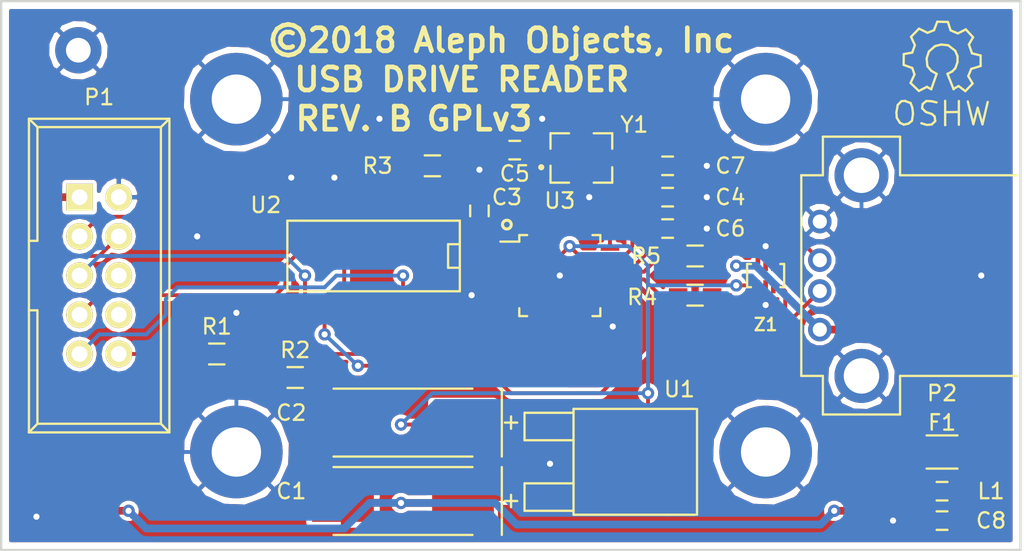
<source format=kicad_pcb>
(kicad_pcb (version 4) (host pcbnew 4.0.5+dfsg1-4)

  (general
    (links 65)
    (no_connects 0)
    (area 115.141904 82.26588 200.303215 119.455001)
    (thickness 1.6)
    (drawings 9)
    (tracks 260)
    (zones 0)
    (modules 31)
    (nets 48)
  )

  (page A4)
  (layers
    (0 F.Cu signal)
    (31 B.Cu signal hide)
    (32 B.Adhes user)
    (33 F.Adhes user)
    (34 B.Paste user)
    (35 F.Paste user)
    (36 B.SilkS user)
    (37 F.SilkS user)
    (38 B.Mask user)
    (39 F.Mask user)
    (40 Dwgs.User user)
    (41 Cmts.User user)
    (42 Eco1.User user)
    (43 Eco2.User user)
    (44 Edge.Cuts user)
    (45 Margin user)
    (46 B.CrtYd user)
    (47 F.CrtYd user)
    (48 B.Fab user)
    (49 F.Fab user)
  )

  (setup
    (last_trace_width 0.25)
    (trace_clearance 0.2)
    (zone_clearance 0.254)
    (zone_45_only no)
    (trace_min 0.2)
    (segment_width 0.2)
    (edge_width 0.15)
    (via_size 0.8)
    (via_drill 0.4)
    (via_min_size 0.4)
    (via_min_drill 0.3)
    (uvia_size 0.3)
    (uvia_drill 0.1)
    (uvias_allowed no)
    (uvia_min_size 0.2)
    (uvia_min_drill 0.1)
    (pcb_text_width 0.3)
    (pcb_text_size 1.5 1.5)
    (mod_edge_width 0.15)
    (mod_text_size 1 1)
    (mod_text_width 0.15)
    (pad_size 1.524 1.524)
    (pad_drill 0.762)
    (pad_to_mask_clearance 0.2)
    (aux_axis_origin 0 0)
    (visible_elements FFFFFF7F)
    (pcbplotparams
      (layerselection 0x010e8_80000001)
      (usegerberextensions false)
      (excludeedgelayer true)
      (linewidth 0.100000)
      (plotframeref false)
      (viasonmask false)
      (mode 1)
      (useauxorigin false)
      (hpglpennumber 1)
      (hpglpenspeed 20)
      (hpglpendiameter 15)
      (hpglpenoverlay 2)
      (psnegative false)
      (psa4output false)
      (plotreference true)
      (plotvalue true)
      (plotinvisibletext false)
      (padsonsilk false)
      (subtractmaskfromsilk false)
      (outputformat 4)
      (mirror false)
      (drillshape 0)
      (scaleselection 1)
      (outputdirectory USB_Reader_Gerbers_Rev_B/))
  )

  (net 0 "")
  (net 1 GND)
  (net 2 +5V)
  (net 3 +3V3)
  (net 4 "Net-(F1-Pad1)")
  (net 5 "Net-(P1-Pad4)")
  (net 6 "Net-(P1-Pad6)")
  (net 7 "Net-(P1-Pad8)")
  (net 8 "Net-(P1-Pad10)")
  (net 9 "Net-(P2-Pad3)")
  (net 10 "Net-(P2-Pad2)")
  (net 11 "Net-(R1-Pad1)")
  (net 12 "Net-(R2-Pad1)")
  (net 13 "Net-(R5-Pad2)")
  (net 14 "Net-(U2-Pad4)")
  (net 15 "Net-(U2-Pad6)")
  (net 16 "Net-(U2-Pad10)")
  (net 17 "Net-(C8-Pad1)")
  (net 18 "Net-(P1-Pad3)")
  (net 19 "Net-(P1-Pad5)")
  (net 20 "Net-(P1-Pad7)")
  (net 21 "Net-(P1-Pad9)")
  (net 22 "Net-(R4-Pad2)")
  (net 23 "Net-(U2-Pad16)")
  (net 24 "Net-(U2-Pad13)")
  (net 25 "Net-(U2-Pad12)")
  (net 26 "Net-(U2-Pad15)")
  (net 27 "Net-(U3-Pad1)")
  (net 28 "Net-(U3-Pad4)")
  (net 29 "Net-(U3-Pad5)")
  (net 30 "Net-(U3-Pad6)")
  (net 31 "Net-(U3-Pad7)")
  (net 32 "Net-(U3-Pad8)")
  (net 33 "Net-(U3-Pad9)")
  (net 34 "Net-(U3-Pad10)")
  (net 35 "Net-(U3-Pad11)")
  (net 36 "Net-(U3-Pad26)")
  (net 37 "Net-(U3-Pad27)")
  (net 38 "Net-(U3-Pad28)")
  (net 39 "Net-(U3-Pad29)")
  (net 40 "Net-(U3-Pad30)")
  (net 41 "Net-(U3-Pad31)")
  (net 42 "Net-(U3-Pad32)")
  (net 43 "Net-(C5-Pad1)")
  (net 44 "Net-(C6-Pad1)")
  (net 45 "Net-(C7-Pad2)")
  (net 46 "Net-(R3-Pad2)")
  (net 47 "Net-(U3-Pad17)")

  (net_class Default "This is the default net class."
    (clearance 0.2)
    (trace_width 0.25)
    (via_dia 0.8)
    (via_drill 0.4)
    (uvia_dia 0.3)
    (uvia_drill 0.1)
    (add_net +3V3)
    (add_net GND)
    (add_net "Net-(C5-Pad1)")
    (add_net "Net-(C6-Pad1)")
    (add_net "Net-(C7-Pad2)")
    (add_net "Net-(C8-Pad1)")
    (add_net "Net-(P1-Pad10)")
    (add_net "Net-(P1-Pad3)")
    (add_net "Net-(P1-Pad4)")
    (add_net "Net-(P1-Pad5)")
    (add_net "Net-(P1-Pad6)")
    (add_net "Net-(P1-Pad7)")
    (add_net "Net-(P1-Pad8)")
    (add_net "Net-(P1-Pad9)")
    (add_net "Net-(P2-Pad2)")
    (add_net "Net-(P2-Pad3)")
    (add_net "Net-(R1-Pad1)")
    (add_net "Net-(R2-Pad1)")
    (add_net "Net-(R3-Pad2)")
    (add_net "Net-(R4-Pad2)")
    (add_net "Net-(R5-Pad2)")
    (add_net "Net-(U2-Pad10)")
    (add_net "Net-(U2-Pad12)")
    (add_net "Net-(U2-Pad13)")
    (add_net "Net-(U2-Pad15)")
    (add_net "Net-(U2-Pad16)")
    (add_net "Net-(U2-Pad4)")
    (add_net "Net-(U2-Pad6)")
    (add_net "Net-(U3-Pad1)")
    (add_net "Net-(U3-Pad10)")
    (add_net "Net-(U3-Pad11)")
    (add_net "Net-(U3-Pad17)")
    (add_net "Net-(U3-Pad26)")
    (add_net "Net-(U3-Pad27)")
    (add_net "Net-(U3-Pad28)")
    (add_net "Net-(U3-Pad29)")
    (add_net "Net-(U3-Pad30)")
    (add_net "Net-(U3-Pad31)")
    (add_net "Net-(U3-Pad32)")
    (add_net "Net-(U3-Pad4)")
    (add_net "Net-(U3-Pad5)")
    (add_net "Net-(U3-Pad6)")
    (add_net "Net-(U3-Pad7)")
    (add_net "Net-(U3-Pad8)")
    (add_net "Net-(U3-Pad9)")
  )

  (net_class PWR ""
    (clearance 0.2)
    (trace_width 0.5)
    (via_dia 0.8)
    (via_drill 0.4)
    (uvia_dia 0.3)
    (uvia_drill 0.1)
    (add_net +5V)
    (add_net "Net-(F1-Pad1)")
  )

  (module AO_Parts:FA-328_Crystal (layer F.Cu) (tedit 5B4F5281) (tstamp 5A948A33)
    (at 164.592 93.98)
    (path /5A81FEE0)
    (attr smd)
    (fp_text reference Y1 (at 3.429 -2.159) (layer F.SilkS)
      (effects (font (size 1 1) (thickness 0.15)))
    )
    (fp_text value "12 MHz" (at 0 -4.8) (layer F.Fab) hide
      (effects (font (size 1 1) (thickness 0.15)))
    )
    (fp_circle (center -2.6 0.6) (end -2.5 0.6) (layer F.SilkS) (width 0.2))
    (fp_line (start -2 0.5) (end -2 1.6) (layer F.SilkS) (width 0.15))
    (fp_line (start -2 1.6) (end -0.8 1.6) (layer F.SilkS) (width 0.15))
    (fp_line (start -0.8 -1.6) (end -2 -1.6) (layer F.SilkS) (width 0.15))
    (fp_line (start -2 -1.6) (end -2 -0.6) (layer F.SilkS) (width 0.15))
    (fp_line (start 2 0.6) (end 2 1.6) (layer F.SilkS) (width 0.15))
    (fp_line (start 2 1.6) (end 0.8 1.6) (layer F.SilkS) (width 0.15))
    (fp_line (start 0.8 -1.6) (end 2 -1.6) (layer F.SilkS) (width 0.15))
    (fp_line (start 2 -1.6) (end 2 -0.6) (layer F.SilkS) (width 0.15))
    (pad 1 smd rect (at -1.1 0.8) (size 1.4 1.2) (layers F.Cu F.Paste F.Mask)
      (net 43 "Net-(C5-Pad1)"))
    (pad 2 smd rect (at 1.1 0.8) (size 1.4 1.2) (layers F.Cu F.Paste F.Mask)
      (net 1 GND))
    (pad 3 smd rect (at 1.1 -0.8) (size 1.4 1.2) (layers F.Cu F.Paste F.Mask)
      (net 45 "Net-(C7-Pad2)"))
    (pad 4 smd rect (at -1.1 -0.8) (size 1.4 1.2) (layers F.Cu F.Paste F.Mask)
      (net 1 GND))
  )

  (module Capacitors_Tantalum_SMD:TantalC_SizeD_EIA-7343_HandSoldering (layer F.Cu) (tedit 5B4F7AB1) (tstamp 5A9488CF)
    (at 153.035 111.125 180)
    (descr "Tantal Cap. , Size D, EIA-7343, Hand Soldering,")
    (tags "Tantal Cap. , Size D, EIA-7343, Hand Soldering,")
    (path /5A81E1B7)
    (attr smd)
    (fp_text reference C2 (at 7.239 0.635 180) (layer F.SilkS)
      (effects (font (size 1 1) (thickness 0.15)))
    )
    (fp_text value 33uF (at -0.09906 3.59918 180) (layer F.Fab) hide
      (effects (font (size 1 1) (thickness 0.15)))
    )
    (fp_line (start -6.6 0) (end -7.4 0) (layer F.SilkS) (width 0.15))
    (fp_line (start -7 -0.4) (end -7 0.4) (layer F.SilkS) (width 0.15))
    (fp_line (start 4.50088 -2.19964) (end -4.50088 -2.19964) (layer F.SilkS) (width 0.15))
    (fp_line (start -4.50088 2.19964) (end 4.50088 2.19964) (layer F.SilkS) (width 0.15))
    (fp_line (start -6.40334 -2.19964) (end -6.40334 2.19964) (layer F.SilkS) (width 0.15))
    (pad 2 smd rect (at 3.88874 0 180) (size 4.0005 2.70002) (layers F.Cu F.Paste F.Mask)
      (net 1 GND))
    (pad 1 smd rect (at -3.88874 0 180) (size 4.0005 2.70002) (layers F.Cu F.Paste F.Mask)
      (net 3 +3V3))
    (model Capacitors_Tantalum_SMD.3dshapes/TantalC_SizeD_EIA-7343_HandSoldering.wrl
      (at (xyz 0 0 0))
      (scale (xyz 1 1 1))
      (rotate (xyz 0 0 180))
    )
  )

  (module Capacitors_Tantalum_SMD:TantalC_SizeD_EIA-7343_HandSoldering (layer F.Cu) (tedit 5B4F7AB9) (tstamp 5A9488C3)
    (at 153.035 116.205 180)
    (descr "Tantal Cap. , Size D, EIA-7343, Hand Soldering,")
    (tags "Tantal Cap. , Size D, EIA-7343, Hand Soldering,")
    (path /5A81E250)
    (attr smd)
    (fp_text reference C1 (at 7.239 0.635 180) (layer F.SilkS)
      (effects (font (size 1 1) (thickness 0.15)))
    )
    (fp_text value 10uF (at -0.09906 3.59918 180) (layer F.Fab) hide
      (effects (font (size 1 1) (thickness 0.15)))
    )
    (fp_line (start -6.6 0) (end -7.4 0) (layer F.SilkS) (width 0.15))
    (fp_line (start -7 -0.4) (end -7 0.4) (layer F.SilkS) (width 0.15))
    (fp_line (start 4.50088 -2.19964) (end -4.50088 -2.19964) (layer F.SilkS) (width 0.15))
    (fp_line (start -4.50088 2.19964) (end 4.50088 2.19964) (layer F.SilkS) (width 0.15))
    (fp_line (start -6.40334 -2.19964) (end -6.40334 2.19964) (layer F.SilkS) (width 0.15))
    (pad 2 smd rect (at 3.88874 0 180) (size 4.0005 2.70002) (layers F.Cu F.Paste F.Mask)
      (net 1 GND))
    (pad 1 smd rect (at -3.88874 0 180) (size 4.0005 2.70002) (layers F.Cu F.Paste F.Mask)
      (net 2 +5V))
    (model Capacitors_Tantalum_SMD.3dshapes/TantalC_SizeD_EIA-7343_HandSoldering.wrl
      (at (xyz 0 0 0))
      (scale (xyz 1 1 1))
      (rotate (xyz 0 0 180))
    )
  )

  (module Capacitors_SMD:C_0603_HandSoldering (layer F.Cu) (tedit 5B4F4D36) (tstamp 5A9488DF)
    (at 157.988 97.409 90)
    (descr "Capacitor SMD 0603, hand soldering")
    (tags "capacitor 0603")
    (path /5A8210BF)
    (attr smd)
    (fp_text reference C3 (at 0.889 1.778 180) (layer F.SilkS)
      (effects (font (size 1 1) (thickness 0.15)))
    )
    (fp_text value 0.1uF (at 0 1.9 90) (layer F.Fab) hide
      (effects (font (size 1 1) (thickness 0.15)))
    )
    (fp_line (start 0.35 0.6) (end -0.35 0.6) (layer F.SilkS) (width 0.15))
    (fp_line (start -0.35 -0.6) (end 0.35 -0.6) (layer F.SilkS) (width 0.15))
    (fp_line (start 1.85 -0.75) (end 1.85 0.75) (layer F.CrtYd) (width 0.05))
    (fp_line (start -1.85 -0.75) (end -1.85 0.75) (layer F.CrtYd) (width 0.05))
    (fp_line (start -1.85 0.75) (end 1.85 0.75) (layer F.CrtYd) (width 0.05))
    (fp_line (start -1.85 -0.75) (end 1.85 -0.75) (layer F.CrtYd) (width 0.05))
    (fp_line (start -0.8 -0.4) (end 0.8 -0.4) (layer F.Fab) (width 0.15))
    (fp_line (start 0.8 -0.4) (end 0.8 0.4) (layer F.Fab) (width 0.15))
    (fp_line (start 0.8 0.4) (end -0.8 0.4) (layer F.Fab) (width 0.15))
    (fp_line (start -0.8 0.4) (end -0.8 -0.4) (layer F.Fab) (width 0.15))
    (pad 1 smd rect (at -0.95 0 90) (size 1.2 0.75) (layers F.Cu F.Paste F.Mask)
      (net 3 +3V3))
    (pad 2 smd rect (at 0.95 0 90) (size 1.2 0.75) (layers F.Cu F.Paste F.Mask)
      (net 1 GND))
    (model Capacitors_SMD.3dshapes/C_0603_HandSoldering.wrl
      (at (xyz 0 0 0))
      (scale (xyz 1 1 1))
      (rotate (xyz 0 0 0))
    )
  )

  (module Capacitors_SMD:C_0603_HandSoldering (layer F.Cu) (tedit 5B4F5261) (tstamp 5A9488EF)
    (at 170.18 96.52)
    (descr "Capacitor SMD 0603, hand soldering")
    (tags "capacitor 0603")
    (path /5A8471C6)
    (attr smd)
    (fp_text reference C4 (at 4.064 0 180) (layer F.SilkS)
      (effects (font (size 1 1) (thickness 0.15)))
    )
    (fp_text value 0.1uF (at 0 1.9) (layer F.Fab) hide
      (effects (font (size 1 1) (thickness 0.15)))
    )
    (fp_line (start 0.35 0.6) (end -0.35 0.6) (layer F.SilkS) (width 0.15))
    (fp_line (start -0.35 -0.6) (end 0.35 -0.6) (layer F.SilkS) (width 0.15))
    (fp_line (start 1.85 -0.75) (end 1.85 0.75) (layer F.CrtYd) (width 0.05))
    (fp_line (start -1.85 -0.75) (end -1.85 0.75) (layer F.CrtYd) (width 0.05))
    (fp_line (start -1.85 0.75) (end 1.85 0.75) (layer F.CrtYd) (width 0.05))
    (fp_line (start -1.85 -0.75) (end 1.85 -0.75) (layer F.CrtYd) (width 0.05))
    (fp_line (start -0.8 -0.4) (end 0.8 -0.4) (layer F.Fab) (width 0.15))
    (fp_line (start 0.8 -0.4) (end 0.8 0.4) (layer F.Fab) (width 0.15))
    (fp_line (start 0.8 0.4) (end -0.8 0.4) (layer F.Fab) (width 0.15))
    (fp_line (start -0.8 0.4) (end -0.8 -0.4) (layer F.Fab) (width 0.15))
    (pad 1 smd rect (at -0.95 0) (size 1.2 0.75) (layers F.Cu F.Paste F.Mask)
      (net 3 +3V3))
    (pad 2 smd rect (at 0.95 0) (size 1.2 0.75) (layers F.Cu F.Paste F.Mask)
      (net 1 GND))
    (model Capacitors_SMD.3dshapes/C_0603_HandSoldering.wrl
      (at (xyz 0 0 0))
      (scale (xyz 1 1 1))
      (rotate (xyz 0 0 0))
    )
  )

  (module Capacitors_SMD:C_0603_HandSoldering (layer F.Cu) (tedit 5B4F4D3E) (tstamp 5A9488FF)
    (at 160.274 93.472 180)
    (descr "Capacitor SMD 0603, hand soldering")
    (tags "capacitor 0603")
    (path /5A820134)
    (attr smd)
    (fp_text reference C5 (at 0 -1.524 180) (layer F.SilkS)
      (effects (font (size 1 1) (thickness 0.15)))
    )
    (fp_text value 20pF (at 0 1.9 180) (layer F.Fab) hide
      (effects (font (size 1 1) (thickness 0.15)))
    )
    (fp_line (start 0.35 0.6) (end -0.35 0.6) (layer F.SilkS) (width 0.15))
    (fp_line (start -0.35 -0.6) (end 0.35 -0.6) (layer F.SilkS) (width 0.15))
    (fp_line (start 1.85 -0.75) (end 1.85 0.75) (layer F.CrtYd) (width 0.05))
    (fp_line (start -1.85 -0.75) (end -1.85 0.75) (layer F.CrtYd) (width 0.05))
    (fp_line (start -1.85 0.75) (end 1.85 0.75) (layer F.CrtYd) (width 0.05))
    (fp_line (start -1.85 -0.75) (end 1.85 -0.75) (layer F.CrtYd) (width 0.05))
    (fp_line (start -0.8 -0.4) (end 0.8 -0.4) (layer F.Fab) (width 0.15))
    (fp_line (start 0.8 -0.4) (end 0.8 0.4) (layer F.Fab) (width 0.15))
    (fp_line (start 0.8 0.4) (end -0.8 0.4) (layer F.Fab) (width 0.15))
    (fp_line (start -0.8 0.4) (end -0.8 -0.4) (layer F.Fab) (width 0.15))
    (pad 1 smd rect (at -0.95 0 180) (size 1.2 0.75) (layers F.Cu F.Paste F.Mask)
      (net 43 "Net-(C5-Pad1)"))
    (pad 2 smd rect (at 0.95 0 180) (size 1.2 0.75) (layers F.Cu F.Paste F.Mask)
      (net 1 GND))
    (model Capacitors_SMD.3dshapes/C_0603_HandSoldering.wrl
      (at (xyz 0 0 0))
      (scale (xyz 1 1 1))
      (rotate (xyz 0 0 0))
    )
  )

  (module Capacitors_SMD:C_0603_HandSoldering (layer F.Cu) (tedit 5B4F526A) (tstamp 5A94890F)
    (at 170.18 98.552)
    (descr "Capacitor SMD 0603, hand soldering")
    (tags "capacitor 0603")
    (path /5A823A3B)
    (attr smd)
    (fp_text reference C6 (at 4.064 0) (layer F.SilkS)
      (effects (font (size 1 1) (thickness 0.15)))
    )
    (fp_text value 0.1uF (at 0 1.9) (layer F.Fab) hide
      (effects (font (size 1 1) (thickness 0.15)))
    )
    (fp_line (start 0.35 0.6) (end -0.35 0.6) (layer F.SilkS) (width 0.15))
    (fp_line (start -0.35 -0.6) (end 0.35 -0.6) (layer F.SilkS) (width 0.15))
    (fp_line (start 1.85 -0.75) (end 1.85 0.75) (layer F.CrtYd) (width 0.05))
    (fp_line (start -1.85 -0.75) (end -1.85 0.75) (layer F.CrtYd) (width 0.05))
    (fp_line (start -1.85 0.75) (end 1.85 0.75) (layer F.CrtYd) (width 0.05))
    (fp_line (start -1.85 -0.75) (end 1.85 -0.75) (layer F.CrtYd) (width 0.05))
    (fp_line (start -0.8 -0.4) (end 0.8 -0.4) (layer F.Fab) (width 0.15))
    (fp_line (start 0.8 -0.4) (end 0.8 0.4) (layer F.Fab) (width 0.15))
    (fp_line (start 0.8 0.4) (end -0.8 0.4) (layer F.Fab) (width 0.15))
    (fp_line (start -0.8 0.4) (end -0.8 -0.4) (layer F.Fab) (width 0.15))
    (pad 1 smd rect (at -0.95 0) (size 1.2 0.75) (layers F.Cu F.Paste F.Mask)
      (net 44 "Net-(C6-Pad1)"))
    (pad 2 smd rect (at 0.95 0) (size 1.2 0.75) (layers F.Cu F.Paste F.Mask)
      (net 1 GND))
    (model Capacitors_SMD.3dshapes/C_0603_HandSoldering.wrl
      (at (xyz 0 0 0))
      (scale (xyz 1 1 1))
      (rotate (xyz 0 0 0))
    )
  )

  (module Capacitors_SMD:C_0603_HandSoldering (layer F.Cu) (tedit 5B4F5266) (tstamp 5A94891F)
    (at 170.18 94.488 180)
    (descr "Capacitor SMD 0603, hand soldering")
    (tags "capacitor 0603")
    (path /5A820039)
    (attr smd)
    (fp_text reference C7 (at -4.064 0 180) (layer F.SilkS)
      (effects (font (size 1 1) (thickness 0.15)))
    )
    (fp_text value 20pF (at 0 1.9 180) (layer F.Fab) hide
      (effects (font (size 1 1) (thickness 0.15)))
    )
    (fp_line (start 0.35 0.6) (end -0.35 0.6) (layer F.SilkS) (width 0.15))
    (fp_line (start -0.35 -0.6) (end 0.35 -0.6) (layer F.SilkS) (width 0.15))
    (fp_line (start 1.85 -0.75) (end 1.85 0.75) (layer F.CrtYd) (width 0.05))
    (fp_line (start -1.85 -0.75) (end -1.85 0.75) (layer F.CrtYd) (width 0.05))
    (fp_line (start -1.85 0.75) (end 1.85 0.75) (layer F.CrtYd) (width 0.05))
    (fp_line (start -1.85 -0.75) (end 1.85 -0.75) (layer F.CrtYd) (width 0.05))
    (fp_line (start -0.8 -0.4) (end 0.8 -0.4) (layer F.Fab) (width 0.15))
    (fp_line (start 0.8 -0.4) (end 0.8 0.4) (layer F.Fab) (width 0.15))
    (fp_line (start 0.8 0.4) (end -0.8 0.4) (layer F.Fab) (width 0.15))
    (fp_line (start -0.8 0.4) (end -0.8 -0.4) (layer F.Fab) (width 0.15))
    (pad 1 smd rect (at -0.95 0 180) (size 1.2 0.75) (layers F.Cu F.Paste F.Mask)
      (net 1 GND))
    (pad 2 smd rect (at 0.95 0 180) (size 1.2 0.75) (layers F.Cu F.Paste F.Mask)
      (net 45 "Net-(C7-Pad2)"))
    (model Capacitors_SMD.3dshapes/C_0603_HandSoldering.wrl
      (at (xyz 0 0 0))
      (scale (xyz 1 1 1))
      (rotate (xyz 0 0 0))
    )
  )

  (module Resistors_SMD:R_1206_HandSoldering (layer F.Cu) (tedit 5A84A36C) (tstamp 5A94892B)
    (at 187.96 113.03)
    (descr "Resistor SMD 1206, hand soldering")
    (tags "resistor 1206")
    (path /5A821938)
    (attr smd)
    (fp_text reference F1 (at 0 -1.905) (layer F.SilkS)
      (effects (font (size 1 1) (thickness 0.15)))
    )
    (fp_text value Polyfuse (at 0 2.3) (layer F.Fab) hide
      (effects (font (size 1 1) (thickness 0.15)))
    )
    (fp_line (start -1 -1.075) (end 1 -1.075) (layer F.SilkS) (width 0.15))
    (fp_line (start 1 1.075) (end -1 1.075) (layer F.SilkS) (width 0.15))
    (fp_line (start 3.3 -1.2) (end 3.3 1.2) (layer F.CrtYd) (width 0.05))
    (fp_line (start -3.3 -1.2) (end -3.3 1.2) (layer F.CrtYd) (width 0.05))
    (fp_line (start -3.3 1.2) (end 3.3 1.2) (layer F.CrtYd) (width 0.05))
    (fp_line (start -3.3 -1.2) (end 3.3 -1.2) (layer F.CrtYd) (width 0.05))
    (pad 1 smd rect (at -2 0) (size 2 1.7) (layers F.Cu F.Paste F.Mask)
      (net 4 "Net-(F1-Pad1)"))
    (pad 2 smd rect (at 2 0) (size 2 1.7) (layers F.Cu F.Paste F.Mask)
      (net 17 "Net-(C8-Pad1)"))
    (model Resistors_SMD.3dshapes/R_1206_HandSoldering.wrl
      (at (xyz 0 0 0))
      (scale (xyz 1 1 1))
      (rotate (xyz 0 0 0))
    )
  )

  (module Connectors:IDC_Header_Straight_10pins (layer F.Cu) (tedit 5B4F52C3) (tstamp 5A94896D)
    (at 132.08 96.52 270)
    (descr "10 pins through hole IDC header")
    (tags "IDC header socket VASCH")
    (path /5A7CEDA2)
    (fp_text reference P1 (at -6.477 -1.27 360) (layer F.SilkS)
      (effects (font (size 1 1) (thickness 0.15)))
    )
    (fp_text value CONN_02X05 (at 5.08 5.223 270) (layer F.Fab) hide
      (effects (font (size 1 1) (thickness 0.15)))
    )
    (fp_line (start -5.35 3.55) (end -5.35 -6.05) (layer F.CrtYd) (width 0.05))
    (fp_line (start 15.5 3.55) (end -5.35 3.55) (layer F.CrtYd) (width 0.05))
    (fp_line (start 15.5 -6.05) (end 15.5 3.55) (layer F.CrtYd) (width 0.05))
    (fp_line (start -5.35 -6.05) (end 15.5 -6.05) (layer F.CrtYd) (width 0.05))
    (fp_line (start 15.24 3.28) (end 14.68 2.73) (layer F.SilkS) (width 0.15))
    (fp_line (start -5.08 3.28) (end -4.54 2.73) (layer F.SilkS) (width 0.15))
    (fp_line (start 15.24 -5.82) (end 14.68 -5.27) (layer F.SilkS) (width 0.15))
    (fp_line (start -5.08 -5.82) (end -4.54 -5.27) (layer F.SilkS) (width 0.15))
    (fp_line (start 14.68 -5.27) (end 14.68 2.73) (layer F.SilkS) (width 0.15))
    (fp_line (start 15.24 -5.82) (end 15.24 3.28) (layer F.SilkS) (width 0.15))
    (fp_line (start -4.54 -5.27) (end -4.54 2.73) (layer F.SilkS) (width 0.15))
    (fp_line (start -5.08 -5.82) (end -5.08 3.28) (layer F.SilkS) (width 0.15))
    (fp_line (start 7.33 2.73) (end 7.33 3.28) (layer F.SilkS) (width 0.15))
    (fp_line (start 2.83 2.73) (end 2.83 3.28) (layer F.SilkS) (width 0.15))
    (fp_line (start 7.33 2.73) (end 14.68 2.73) (layer F.SilkS) (width 0.15))
    (fp_line (start -4.54 2.73) (end 2.83 2.73) (layer F.SilkS) (width 0.15))
    (fp_line (start -5.08 3.28) (end 15.24 3.28) (layer F.SilkS) (width 0.15))
    (fp_line (start -4.54 -5.27) (end 14.68 -5.27) (layer F.SilkS) (width 0.15))
    (fp_line (start -5.08 -5.82) (end 15.24 -5.82) (layer F.SilkS) (width 0.15))
    (pad 1 thru_hole rect (at 0 0 270) (size 1.7272 1.7272) (drill 1.016) (layers *.Cu *.Mask F.SilkS)
      (net 2 +5V))
    (pad 2 thru_hole oval (at 0 -2.54 270) (size 1.7272 1.7272) (drill 1.016) (layers *.Cu *.Mask F.SilkS)
      (net 1 GND))
    (pad 3 thru_hole oval (at 2.54 0 270) (size 1.7272 1.7272) (drill 1.016) (layers *.Cu *.Mask F.SilkS)
      (net 18 "Net-(P1-Pad3)"))
    (pad 4 thru_hole oval (at 2.54 -2.54 270) (size 1.7272 1.7272) (drill 1.016) (layers *.Cu *.Mask F.SilkS)
      (net 5 "Net-(P1-Pad4)"))
    (pad 5 thru_hole oval (at 5.08 0 270) (size 1.7272 1.7272) (drill 1.016) (layers *.Cu *.Mask F.SilkS)
      (net 19 "Net-(P1-Pad5)"))
    (pad 6 thru_hole oval (at 5.08 -2.54 270) (size 1.7272 1.7272) (drill 1.016) (layers *.Cu *.Mask F.SilkS)
      (net 6 "Net-(P1-Pad6)"))
    (pad 7 thru_hole oval (at 7.62 0 270) (size 1.7272 1.7272) (drill 1.016) (layers *.Cu *.Mask F.SilkS)
      (net 20 "Net-(P1-Pad7)"))
    (pad 8 thru_hole oval (at 7.62 -2.54 270) (size 1.7272 1.7272) (drill 1.016) (layers *.Cu *.Mask F.SilkS)
      (net 7 "Net-(P1-Pad8)"))
    (pad 9 thru_hole oval (at 10.16 0 270) (size 1.7272 1.7272) (drill 1.016) (layers *.Cu *.Mask F.SilkS)
      (net 21 "Net-(P1-Pad9)"))
    (pad 10 thru_hole oval (at 10.16 -2.54 270) (size 1.7272 1.7272) (drill 1.016) (layers *.Cu *.Mask F.SilkS)
      (net 8 "Net-(P1-Pad10)"))
  )

  (module "AO Parts:USB_A_TH" (layer F.Cu) (tedit 5A84AFA6) (tstamp 5A948982)
    (at 193.04 101.6)
    (path /5A7CEA37)
    (fp_text reference P2 (at -5.08 7.62) (layer F.SilkS)
      (effects (font (size 1 1) (thickness 0.15)))
    )
    (fp_text value USB_A (at -7.62 0) (layer F.Fab) hide
      (effects (font (size 1 1) (thickness 0.15)))
    )
    (fp_line (start -12.8 6.5) (end -14.2 6.5) (layer F.SilkS) (width 0.15))
    (fp_line (start -12.8 -6.5) (end -14.2 -6.5) (layer F.SilkS) (width 0.15))
    (fp_line (start -7.8 6.5) (end -7.8 9) (layer F.SilkS) (width 0.15))
    (fp_line (start -12.8 6.5) (end -12.8 9) (layer F.SilkS) (width 0.15))
    (fp_line (start -12.8 -6.5) (end -12.8 -9) (layer F.SilkS) (width 0.15))
    (fp_line (start -12.8 -9) (end -7.8 -9) (layer F.SilkS) (width 0.15))
    (fp_line (start -7.8 -9) (end -7.8 -6.5) (layer F.SilkS) (width 0.15))
    (fp_line (start -7.8 -6.5) (end -0.2 -6.5) (layer F.SilkS) (width 0.15))
    (fp_line (start -12.8 9) (end -7.8 9) (layer F.SilkS) (width 0.15))
    (fp_line (start -7.8 6.5) (end -0.2 6.5) (layer F.SilkS) (width 0.15))
    (fp_line (start -14.2 -6.5) (end -14.2 6.5) (layer F.SilkS) (width 0.15))
    (pad 3 thru_hole circle (at -13 -1) (size 1.524 1.524) (drill 0.92) (layers *.Cu *.Mask)
      (net 9 "Net-(P2-Pad3)"))
    (pad 2 thru_hole circle (at -13 1) (size 1.524 1.524) (drill 0.92) (layers *.Cu *.Mask)
      (net 10 "Net-(P2-Pad2)"))
    (pad 4 thru_hole circle (at -13 -3.5) (size 1.524 1.524) (drill 0.92) (layers *.Cu *.Mask)
      (net 1 GND))
    (pad 1 thru_hole circle (at -13 3.5) (size 1.524 1.524) (drill 0.92) (layers *.Cu *.Mask)
      (net 4 "Net-(F1-Pad1)"))
    (pad 5 thru_hole circle (at -10.3 6.5) (size 3.5 3.5) (drill 2.3) (layers *.Cu *.Mask)
      (net 1 GND))
    (pad 5 thru_hole circle (at -10.3 -6.5) (size 3.5 3.5) (drill 2.3) (layers *.Cu *.Mask)
      (net 1 GND))
  )

  (module Resistors_SMD:R_0603_HandSoldering (layer F.Cu) (tedit 5B4F478C) (tstamp 5A94899D)
    (at 140.97 106.68 180)
    (descr "Resistor SMD 0603, hand soldering")
    (tags "resistor 0603")
    (path /5A8202DF)
    (attr smd)
    (fp_text reference R1 (at 0 1.778 180) (layer F.SilkS)
      (effects (font (size 1 1) (thickness 0.15)))
    )
    (fp_text value 100 (at 0 1.9 180) (layer F.Fab) hide
      (effects (font (size 1 1) (thickness 0.15)))
    )
    (fp_line (start -0.5 -0.675) (end 0.5 -0.675) (layer F.SilkS) (width 0.15))
    (fp_line (start 0.5 0.675) (end -0.5 0.675) (layer F.SilkS) (width 0.15))
    (fp_line (start 2 -0.8) (end 2 0.8) (layer F.CrtYd) (width 0.05))
    (fp_line (start -2 -0.8) (end -2 0.8) (layer F.CrtYd) (width 0.05))
    (fp_line (start -2 0.8) (end 2 0.8) (layer F.CrtYd) (width 0.05))
    (fp_line (start -2 -0.8) (end 2 -0.8) (layer F.CrtYd) (width 0.05))
    (pad 1 smd rect (at -1.1 0 180) (size 1.2 0.9) (layers F.Cu F.Paste F.Mask)
      (net 11 "Net-(R1-Pad1)"))
    (pad 2 smd rect (at 1.1 0 180) (size 1.2 0.9) (layers F.Cu F.Paste F.Mask)
      (net 8 "Net-(P1-Pad10)"))
    (model Resistors_SMD.3dshapes/R_0603_HandSoldering.wrl
      (at (xyz 0 0 0))
      (scale (xyz 1 1 1))
      (rotate (xyz 0 0 0))
    )
  )

  (module Resistors_SMD:R_0603_HandSoldering (layer F.Cu) (tedit 5B4F479E) (tstamp 5A9489A9)
    (at 146.05 108.204 180)
    (descr "Resistor SMD 0603, hand soldering")
    (tags "resistor 0603")
    (path /5A821623)
    (attr smd)
    (fp_text reference R2 (at 0 1.778 180) (layer F.SilkS)
      (effects (font (size 1 1) (thickness 0.15)))
    )
    (fp_text value 100 (at 0 1.9 180) (layer F.Fab) hide
      (effects (font (size 1 1) (thickness 0.15)))
    )
    (fp_line (start -0.5 -0.675) (end 0.5 -0.675) (layer F.SilkS) (width 0.15))
    (fp_line (start 0.5 0.675) (end -0.5 0.675) (layer F.SilkS) (width 0.15))
    (fp_line (start 2 -0.8) (end 2 0.8) (layer F.CrtYd) (width 0.05))
    (fp_line (start -2 -0.8) (end -2 0.8) (layer F.CrtYd) (width 0.05))
    (fp_line (start -2 0.8) (end 2 0.8) (layer F.CrtYd) (width 0.05))
    (fp_line (start -2 -0.8) (end 2 -0.8) (layer F.CrtYd) (width 0.05))
    (pad 1 smd rect (at -1.1 0 180) (size 1.2 0.9) (layers F.Cu F.Paste F.Mask)
      (net 12 "Net-(R2-Pad1)"))
    (pad 2 smd rect (at 1.1 0 180) (size 1.2 0.9) (layers F.Cu F.Paste F.Mask)
      (net 5 "Net-(P1-Pad4)"))
    (model Resistors_SMD.3dshapes/R_0603_HandSoldering.wrl
      (at (xyz 0 0 0))
      (scale (xyz 1 1 1))
      (rotate (xyz 0 0 0))
    )
  )

  (module Resistors_SMD:R_0603_HandSoldering (layer F.Cu) (tedit 5B4F4BDC) (tstamp 5A9489B5)
    (at 154.94 94.488 180)
    (descr "Resistor SMD 0603, hand soldering")
    (tags "resistor 0603")
    (path /5A820E2A)
    (attr smd)
    (fp_text reference R3 (at 3.556 0 180) (layer F.SilkS)
      (effects (font (size 1 1) (thickness 0.15)))
    )
    (fp_text value 10k (at 0 1.9 180) (layer F.Fab) hide
      (effects (font (size 1 1) (thickness 0.15)))
    )
    (fp_line (start -0.5 -0.675) (end 0.5 -0.675) (layer F.SilkS) (width 0.15))
    (fp_line (start 0.5 0.675) (end -0.5 0.675) (layer F.SilkS) (width 0.15))
    (fp_line (start 2 -0.8) (end 2 0.8) (layer F.CrtYd) (width 0.05))
    (fp_line (start -2 -0.8) (end -2 0.8) (layer F.CrtYd) (width 0.05))
    (fp_line (start -2 0.8) (end 2 0.8) (layer F.CrtYd) (width 0.05))
    (fp_line (start -2 -0.8) (end 2 -0.8) (layer F.CrtYd) (width 0.05))
    (pad 1 smd rect (at -1.1 0 180) (size 1.2 0.9) (layers F.Cu F.Paste F.Mask)
      (net 3 +3V3))
    (pad 2 smd rect (at 1.1 0 180) (size 1.2 0.9) (layers F.Cu F.Paste F.Mask)
      (net 46 "Net-(R3-Pad2)"))
    (model Resistors_SMD.3dshapes/R_0603_HandSoldering.wrl
      (at (xyz 0 0 0))
      (scale (xyz 1 1 1))
      (rotate (xyz 0 0 0))
    )
  )

  (module Resistors_SMD:R_0603_HandSoldering (layer F.Cu) (tedit 5A85A10C) (tstamp 5A9489C1)
    (at 171.958 102.87 180)
    (descr "Resistor SMD 0603, hand soldering")
    (tags "resistor 0603")
    (path /5A81D7AC)
    (attr smd)
    (fp_text reference R4 (at 3.429 -0.127 360) (layer F.SilkS)
      (effects (font (size 1 1) (thickness 0.15)))
    )
    (fp_text value 33 (at 0 1.9 180) (layer F.Fab) hide
      (effects (font (size 1 1) (thickness 0.15)))
    )
    (fp_line (start -0.5 -0.675) (end 0.5 -0.675) (layer F.SilkS) (width 0.15))
    (fp_line (start 0.5 0.675) (end -0.5 0.675) (layer F.SilkS) (width 0.15))
    (fp_line (start 2 -0.8) (end 2 0.8) (layer F.CrtYd) (width 0.05))
    (fp_line (start -2 -0.8) (end -2 0.8) (layer F.CrtYd) (width 0.05))
    (fp_line (start -2 0.8) (end 2 0.8) (layer F.CrtYd) (width 0.05))
    (fp_line (start -2 -0.8) (end 2 -0.8) (layer F.CrtYd) (width 0.05))
    (pad 1 smd rect (at -1.1 0 180) (size 1.2 0.9) (layers F.Cu F.Paste F.Mask)
      (net 10 "Net-(P2-Pad2)"))
    (pad 2 smd rect (at 1.1 0 180) (size 1.2 0.9) (layers F.Cu F.Paste F.Mask)
      (net 22 "Net-(R4-Pad2)"))
    (model Resistors_SMD.3dshapes/R_0603_HandSoldering.wrl
      (at (xyz 0 0 0))
      (scale (xyz 1 1 1))
      (rotate (xyz 0 0 0))
    )
  )

  (module Resistors_SMD:R_0603_HandSoldering (layer F.Cu) (tedit 5A84B488) (tstamp 5A9489CD)
    (at 171.958 100.33 180)
    (descr "Resistor SMD 0603, hand soldering")
    (tags "resistor 0603")
    (path /5A81D827)
    (attr smd)
    (fp_text reference R5 (at 3.175 0 180) (layer F.SilkS)
      (effects (font (size 1 1) (thickness 0.15)))
    )
    (fp_text value 33 (at 0 1.9 180) (layer F.Fab) hide
      (effects (font (size 1 1) (thickness 0.15)))
    )
    (fp_line (start -0.5 -0.675) (end 0.5 -0.675) (layer F.SilkS) (width 0.15))
    (fp_line (start 0.5 0.675) (end -0.5 0.675) (layer F.SilkS) (width 0.15))
    (fp_line (start 2 -0.8) (end 2 0.8) (layer F.CrtYd) (width 0.05))
    (fp_line (start -2 -0.8) (end -2 0.8) (layer F.CrtYd) (width 0.05))
    (fp_line (start -2 0.8) (end 2 0.8) (layer F.CrtYd) (width 0.05))
    (fp_line (start -2 -0.8) (end 2 -0.8) (layer F.CrtYd) (width 0.05))
    (pad 1 smd rect (at -1.1 0 180) (size 1.2 0.9) (layers F.Cu F.Paste F.Mask)
      (net 9 "Net-(P2-Pad3)"))
    (pad 2 smd rect (at 1.1 0 180) (size 1.2 0.9) (layers F.Cu F.Paste F.Mask)
      (net 13 "Net-(R5-Pad2)"))
    (model Resistors_SMD.3dshapes/R_0603_HandSoldering.wrl
      (at (xyz 0 0 0))
      (scale (xyz 1 1 1))
      (rotate (xyz 0 0 0))
    )
  )

  (module TO_SOT_Packages_SMD:TO-252-2Lead (layer F.Cu) (tedit 5B4F52AD) (tstamp 5A9489EB)
    (at 162.56 113.665 270)
    (descr "DPAK / TO-252 2-lead smd package")
    (tags "dpak TO-252")
    (path /5A7CEF63)
    (attr smd)
    (fp_text reference U1 (at -4.699 -8.382 360) (layer F.SilkS)
      (effects (font (size 1 1) (thickness 0.15)))
    )
    (fp_text value LM1117_3V3 (at 0 -2.413 270) (layer F.Fab) hide
      (effects (font (size 1 1) (thickness 0.15)))
    )
    (fp_line (start 3.429 -9.398) (end 3.429 -7.62) (layer F.SilkS) (width 0.15))
    (fp_line (start -3.429 -9.525) (end 3.429 -9.525) (layer F.SilkS) (width 0.15))
    (fp_line (start -3.429 -1.524) (end -3.429 -9.398) (layer F.SilkS) (width 0.15))
    (fp_line (start 3.429 -1.524) (end -3.429 -1.524) (layer F.SilkS) (width 0.15))
    (fp_line (start 3.429 -7.62) (end 3.429 -1.524) (layer F.SilkS) (width 0.15))
    (fp_line (start -1.397 1.651) (end -1.397 -1.524) (layer F.SilkS) (width 0.15))
    (fp_line (start -3.175 1.651) (end -1.397 1.651) (layer F.SilkS) (width 0.15))
    (fp_line (start -3.175 -1.524) (end -3.175 1.651) (layer F.SilkS) (width 0.15))
    (fp_line (start 3.175 1.651) (end 3.175 -1.524) (layer F.SilkS) (width 0.15))
    (fp_line (start 1.397 1.651) (end 3.175 1.651) (layer F.SilkS) (width 0.15))
    (fp_line (start 1.397 -1.524) (end 1.397 1.651) (layer F.SilkS) (width 0.15))
    (pad 1 smd rect (at -2.286 0 270) (size 1.651 3.048) (layers F.Cu F.Paste F.Mask)
      (net 1 GND))
    (pad 2 smd rect (at 0 -6.35 270) (size 6.096 6.096) (layers F.Cu F.Paste F.Mask)
      (net 3 +3V3))
    (pad 3 smd rect (at 2.286 0 270) (size 1.651 3.048) (layers F.Cu F.Paste F.Mask)
      (net 2 +5V))
    (model TO_SOT_Packages_SMD.3dshapes/TO-252-2Lead.wrl
      (at (xyz 0 0 0))
      (scale (xyz 1 1 1))
      (rotate (xyz 0 0 0))
    )
  )

  (module GLCD:SOT-666 (layer F.Cu) (tedit 5A84BAAF) (tstamp 5A948A3D)
    (at 176.53 101.6 90)
    (path /5A7DD772)
    (solder_mask_margin 0.05)
    (attr smd)
    (fp_text reference Z1 (at -3.175 0 180) (layer F.SilkS)
      (effects (font (size 0.8 0.8) (thickness 0.15)))
    )
    (fp_text value ZENER_4_CHANNEL (at 0 2 90) (layer F.Fab) hide
      (effects (font (size 0.8 0.8) (thickness 0.15)))
    )
    (fp_line (start -0.75 1.2) (end -0.75 0.95) (layer F.SilkS) (width 0.15))
    (fp_line (start 0.75 1.2) (end 0.75 0.95) (layer F.SilkS) (width 0.15))
    (fp_line (start -0.75 -1.2) (end -0.75 -0.95) (layer F.SilkS) (width 0.15))
    (fp_line (start 0.75 -1.2) (end 0.75 -0.95) (layer F.SilkS) (width 0.15))
    (fp_line (start -0.75 1.2) (end 0.75 1.2) (layer F.SilkS) (width 0.15))
    (fp_line (start 0.75 -1.2) (end -0.75 -1.2) (layer F.SilkS) (width 0.15))
    (pad 6 smd rect (at 0.725 -0.5 180) (size 0.3 0.85) (layers F.Cu F.Paste F.Mask)
      (net 4 "Net-(F1-Pad1)"))
    (pad 5 smd rect (at 0.725 0 180) (size 0.3 0.85) (layers F.Cu F.Paste F.Mask)
      (net 1 GND))
    (pad 4 smd rect (at 0.725 0.5 180) (size 0.3 0.85) (layers F.Cu F.Paste F.Mask)
      (net 9 "Net-(P2-Pad3)"))
    (pad 3 smd rect (at -0.725 0.5 180) (size 0.3 0.85) (layers F.Cu F.Paste F.Mask)
      (net 10 "Net-(P2-Pad2)"))
    (pad 2 smd rect (at -0.725 0 180) (size 0.3 0.85) (layers F.Cu F.Paste F.Mask)
      (net 1 GND))
    (pad 1 smd rect (at -0.725 -0.5 180) (size 0.3 0.85) (layers F.Cu F.Paste F.Mask)
      (net 3 +3V3))
    (model smd_qfn/dfn6-3x3.wrl
      (at (xyz 0 0 0))
      (scale (xyz 0.5 0.5 0.8))
      (rotate (xyz 0 0 0))
    )
  )

  (module AO_Parts:MH_M3x6mm (layer F.Cu) (tedit 5A84606B) (tstamp 5A845E6F)
    (at 142.24 90.17)
    (path /5A846151)
    (fp_text reference MH1 (at 0 4.25) (layer F.SilkS) hide
      (effects (font (size 1 1) (thickness 0.15)))
    )
    (fp_text value "MOUNTING HOLE" (at 0 -4) (layer F.Fab) hide
      (effects (font (size 1 1) (thickness 0.15)))
    )
    (pad 1 thru_hole circle (at 0 0) (size 6 6) (drill 3.2) (layers *.Cu *.Mask)
      (net 1 GND))
  )

  (module AO_Parts:MH_M3x6mm (layer F.Cu) (tedit 5A846072) (tstamp 5A845E74)
    (at 142.24 113.03)
    (path /5A8460BE)
    (fp_text reference MH2 (at 0 4.25) (layer F.SilkS) hide
      (effects (font (size 1 1) (thickness 0.15)))
    )
    (fp_text value "MOUNTING HOLE" (at 0 -4) (layer F.Fab) hide
      (effects (font (size 1 1) (thickness 0.15)))
    )
    (pad 1 thru_hole circle (at 0 0) (size 6 6) (drill 3.2) (layers *.Cu *.Mask)
      (net 1 GND))
  )

  (module "AO Parts:MH_M3x6mm" (layer F.Cu) (tedit 5A846079) (tstamp 5A845E79)
    (at 176.53 113.03)
    (path /5A82772E)
    (fp_text reference MH3 (at 0 4.25) (layer F.SilkS) hide
      (effects (font (size 1 1) (thickness 0.15)))
    )
    (fp_text value "MOUNTING HOLE" (at 0 -4) (layer F.Fab) hide
      (effects (font (size 1 1) (thickness 0.15)))
    )
    (pad 1 thru_hole circle (at 0 0) (size 6 6) (drill 3.2) (layers *.Cu *.Mask)
      (net 1 GND))
  )

  (module "AO Parts:MH_M3x6mm" (layer F.Cu) (tedit 5A846081) (tstamp 5A845E7E)
    (at 176.53 90.17)
    (path /5A827859)
    (fp_text reference MH4 (at 0 4.25) (layer F.SilkS) hide
      (effects (font (size 1 1) (thickness 0.15)))
    )
    (fp_text value "MOUNTING HOLE" (at 0 -4) (layer F.Fab) hide
      (effects (font (size 1 1) (thickness 0.15)))
    )
    (pad 1 thru_hole circle (at 0 0) (size 6 6) (drill 3.2) (layers *.Cu *.Mask)
      (net 1 GND))
  )

  (module Capacitors_SMD:C_0603_HandSoldering (layer F.Cu) (tedit 5A84A42F) (tstamp 5A84632B)
    (at 187.96 117.475 180)
    (descr "Capacitor SMD 0603, hand soldering")
    (tags "capacitor 0603")
    (path /5A821C02)
    (attr smd)
    (fp_text reference C8 (at -3.175 0 360) (layer F.SilkS)
      (effects (font (size 1 1) (thickness 0.15)))
    )
    (fp_text value 0.1uF (at 0 1.9 180) (layer F.Fab) hide
      (effects (font (size 1 1) (thickness 0.15)))
    )
    (fp_line (start 0.35 0.6) (end -0.35 0.6) (layer F.SilkS) (width 0.15))
    (fp_line (start -0.35 -0.6) (end 0.35 -0.6) (layer F.SilkS) (width 0.15))
    (fp_line (start 1.85 -0.75) (end 1.85 0.75) (layer F.CrtYd) (width 0.05))
    (fp_line (start -1.85 -0.75) (end -1.85 0.75) (layer F.CrtYd) (width 0.05))
    (fp_line (start -1.85 0.75) (end 1.85 0.75) (layer F.CrtYd) (width 0.05))
    (fp_line (start -1.85 -0.75) (end 1.85 -0.75) (layer F.CrtYd) (width 0.05))
    (fp_line (start -0.8 -0.4) (end 0.8 -0.4) (layer F.Fab) (width 0.15))
    (fp_line (start 0.8 -0.4) (end 0.8 0.4) (layer F.Fab) (width 0.15))
    (fp_line (start 0.8 0.4) (end -0.8 0.4) (layer F.Fab) (width 0.15))
    (fp_line (start -0.8 0.4) (end -0.8 -0.4) (layer F.Fab) (width 0.15))
    (pad 1 smd rect (at -0.95 0 180) (size 1.2 0.75) (layers F.Cu F.Paste F.Mask)
      (net 17 "Net-(C8-Pad1)"))
    (pad 2 smd rect (at 0.95 0 180) (size 1.2 0.75) (layers F.Cu F.Paste F.Mask)
      (net 1 GND))
    (model Capacitors_SMD.3dshapes/C_0603_HandSoldering.wrl
      (at (xyz 0 0 0))
      (scale (xyz 1 1 1))
      (rotate (xyz 0 0 0))
    )
  )

  (module Capacitors_SMD:C_0603_HandSoldering (layer F.Cu) (tedit 5A846A34) (tstamp 5A8469B4)
    (at 187.96 115.57 180)
    (descr "Capacitor SMD 0603, hand soldering")
    (tags "capacitor 0603")
    (path /5A821DE0)
    (attr smd)
    (fp_text reference L1 (at -3.175 0 180) (layer F.SilkS)
      (effects (font (size 1 1) (thickness 0.15)))
    )
    (fp_text value Ferrite_Bead (at 0 1.9 180) (layer F.Fab) hide
      (effects (font (size 1 1) (thickness 0.15)))
    )
    (fp_line (start 0.35 0.6) (end -0.35 0.6) (layer F.SilkS) (width 0.15))
    (fp_line (start -0.35 -0.6) (end 0.35 -0.6) (layer F.SilkS) (width 0.15))
    (fp_line (start 1.85 -0.75) (end 1.85 0.75) (layer F.CrtYd) (width 0.05))
    (fp_line (start -1.85 -0.75) (end -1.85 0.75) (layer F.CrtYd) (width 0.05))
    (fp_line (start -1.85 0.75) (end 1.85 0.75) (layer F.CrtYd) (width 0.05))
    (fp_line (start -1.85 -0.75) (end 1.85 -0.75) (layer F.CrtYd) (width 0.05))
    (fp_line (start -0.8 -0.4) (end 0.8 -0.4) (layer F.Fab) (width 0.15))
    (fp_line (start 0.8 -0.4) (end 0.8 0.4) (layer F.Fab) (width 0.15))
    (fp_line (start 0.8 0.4) (end -0.8 0.4) (layer F.Fab) (width 0.15))
    (fp_line (start -0.8 0.4) (end -0.8 -0.4) (layer F.Fab) (width 0.15))
    (pad 1 smd rect (at -0.95 0 180) (size 1.2 0.75) (layers F.Cu F.Paste F.Mask)
      (net 17 "Net-(C8-Pad1)"))
    (pad 2 smd rect (at 0.95 0 180) (size 1.2 0.75) (layers F.Cu F.Paste F.Mask)
      (net 2 +5V))
    (model Capacitors_SMD.3dshapes/C_0603_HandSoldering.wrl
      (at (xyz 0 0 0))
      (scale (xyz 1 1 1))
      (rotate (xyz 0 0 0))
    )
  )

  (module SMD_Packages:SO-16-N (layer F.Cu) (tedit 5B4F52B9) (tstamp 5A847A20)
    (at 151.13 100.33 180)
    (descr "Module CMS SOJ 16 pins large")
    (tags "CMS SOJ")
    (path /5A81F840)
    (attr smd)
    (fp_text reference U2 (at 6.985 3.302 180) (layer F.SilkS)
      (effects (font (size 1 1) (thickness 0.15)))
    )
    (fp_text value 74HC4050 (at 0 1.27 180) (layer F.Fab) hide
      (effects (font (size 1 1) (thickness 0.15)))
    )
    (fp_line (start -5.588 -2.286) (end 5.588 -2.286) (layer F.SilkS) (width 0.15))
    (fp_line (start -5.588 2.286) (end -5.588 -2.286) (layer F.SilkS) (width 0.15))
    (fp_line (start 5.588 2.286) (end -5.588 2.286) (layer F.SilkS) (width 0.15))
    (fp_line (start 5.588 -2.286) (end 5.588 2.286) (layer F.SilkS) (width 0.15))
    (fp_line (start -4.826 0.762) (end -5.588 0.762) (layer F.SilkS) (width 0.15))
    (fp_line (start -4.826 -0.762) (end -4.826 0.762) (layer F.SilkS) (width 0.15))
    (fp_line (start -5.588 -0.762) (end -4.826 -0.762) (layer F.SilkS) (width 0.15))
    (pad 16 smd rect (at -4.445 -3.175 180) (size 0.508 1.143) (layers F.Cu F.Paste F.Mask)
      (net 23 "Net-(U2-Pad16)"))
    (pad 14 smd rect (at -1.905 -3.175 180) (size 0.508 1.143) (layers F.Cu F.Paste F.Mask)
      (net 21 "Net-(P1-Pad9)"))
    (pad 13 smd rect (at -0.635 -3.175 180) (size 0.508 1.143) (layers F.Cu F.Paste F.Mask)
      (net 24 "Net-(U2-Pad13)"))
    (pad 12 smd rect (at 0.635 -3.175 180) (size 0.508 1.143) (layers F.Cu F.Paste F.Mask)
      (net 25 "Net-(U2-Pad12)"))
    (pad 11 smd rect (at 1.905 -3.175 180) (size 0.508 1.143) (layers F.Cu F.Paste F.Mask)
      (net 20 "Net-(P1-Pad7)"))
    (pad 10 smd rect (at 3.175 -3.175 180) (size 0.508 1.143) (layers F.Cu F.Paste F.Mask)
      (net 16 "Net-(U2-Pad10)"))
    (pad 9 smd rect (at 4.445 -3.175 180) (size 0.508 1.143) (layers F.Cu F.Paste F.Mask)
      (net 19 "Net-(P1-Pad5)"))
    (pad 8 smd rect (at 4.445 3.175 180) (size 0.508 1.143) (layers F.Cu F.Paste F.Mask)
      (net 1 GND))
    (pad 7 smd rect (at 3.175 3.175 180) (size 0.508 1.143) (layers F.Cu F.Paste F.Mask)
      (net 1 GND))
    (pad 6 smd rect (at 1.905 3.175 180) (size 0.508 1.143) (layers F.Cu F.Paste F.Mask)
      (net 15 "Net-(U2-Pad6)"))
    (pad 5 smd rect (at 0.635 3.175 180) (size 0.508 1.143) (layers F.Cu F.Paste F.Mask)
      (net 1 GND))
    (pad 4 smd rect (at -0.635 3.175 180) (size 0.508 1.143) (layers F.Cu F.Paste F.Mask)
      (net 14 "Net-(U2-Pad4)"))
    (pad 3 smd rect (at -1.905 3.175 180) (size 0.508 1.143) (layers F.Cu F.Paste F.Mask)
      (net 18 "Net-(P1-Pad3)"))
    (pad 2 smd rect (at -3.175 3.175 180) (size 0.508 1.143) (layers F.Cu F.Paste F.Mask)
      (net 46 "Net-(R3-Pad2)"))
    (pad 1 smd rect (at -4.445 3.175 180) (size 0.508 1.143) (layers F.Cu F.Paste F.Mask)
      (net 3 +3V3))
    (pad 15 smd rect (at -3.175 -3.175 180) (size 0.508 1.143) (layers F.Cu F.Paste F.Mask)
      (net 26 "Net-(U2-Pad15)"))
    (model SMD_Packages.3dshapes/SO-16-N.wrl
      (at (xyz 0 0 0))
      (scale (xyz 0.5 0.4 0.5))
      (rotate (xyz 0 0 0))
    )
  )

  (module Housings_QFP:LQFP-32_5x5mm_Pitch0.5mm (layer F.Cu) (tedit 5A8480FC) (tstamp 5A848041)
    (at 163.195 101.6)
    (descr "LQFP32: plastic low profile quad flat package; 32 leads; body 5 x 5 x 1.4 mm (see NXP sot401-1_fr.pdf and sot401-1_po.pdf)")
    (tags "QFP 0.5")
    (path /5A7DCD8C)
    (attr smd)
    (fp_text reference U3 (at 0 -4.85) (layer F.SilkS)
      (effects (font (size 1 1) (thickness 0.15)))
    )
    (fp_text value MAX3421E (at 0 4.85) (layer F.Fab) hide
      (effects (font (size 1 1) (thickness 0.15)))
    )
    (fp_line (start -2.625 -2.2) (end -3.85 -2.2) (layer F.SilkS) (width 0.15))
    (fp_line (start 2.625 -2.625) (end 2.115 -2.625) (layer F.SilkS) (width 0.15))
    (fp_line (start 2.625 2.625) (end 2.115 2.625) (layer F.SilkS) (width 0.15))
    (fp_line (start -2.625 2.625) (end -2.115 2.625) (layer F.SilkS) (width 0.15))
    (fp_line (start -2.625 -2.625) (end -2.115 -2.625) (layer F.SilkS) (width 0.15))
    (fp_line (start -2.625 2.625) (end -2.625 2.115) (layer F.SilkS) (width 0.15))
    (fp_line (start 2.625 2.625) (end 2.625 2.115) (layer F.SilkS) (width 0.15))
    (fp_line (start 2.625 -2.625) (end 2.625 -2.115) (layer F.SilkS) (width 0.15))
    (fp_line (start -2.625 -2.625) (end -2.625 -2.2) (layer F.SilkS) (width 0.15))
    (fp_line (start -4.1 4.1) (end 4.1 4.1) (layer F.CrtYd) (width 0.05))
    (fp_line (start -4.1 -4.1) (end 4.1 -4.1) (layer F.CrtYd) (width 0.05))
    (fp_line (start 4.1 -4.1) (end 4.1 4.1) (layer F.CrtYd) (width 0.05))
    (fp_line (start -4.1 -4.1) (end -4.1 4.1) (layer F.CrtYd) (width 0.05))
    (fp_line (start -2.5 -1.5) (end -1.5 -2.5) (layer F.Fab) (width 0.15))
    (fp_line (start -2.5 2.5) (end -2.5 -1.5) (layer F.Fab) (width 0.15))
    (fp_line (start 2.5 2.5) (end -2.5 2.5) (layer F.Fab) (width 0.15))
    (fp_line (start 2.5 -2.5) (end 2.5 2.5) (layer F.Fab) (width 0.15))
    (fp_line (start -1.5 -2.5) (end 2.5 -2.5) (layer F.Fab) (width 0.15))
    (fp_text user %R (at 0 0) (layer F.Fab) hide
      (effects (font (size 1 1) (thickness 0.15)))
    )
    (pad 1 smd rect (at -3.25 -1.75) (size 1.2 0.28) (layers F.Cu F.Paste F.Mask)
      (net 27 "Net-(U3-Pad1)"))
    (pad 2 smd rect (at -3.25 -1.25) (size 1.2 0.28) (layers F.Cu F.Paste F.Mask)
      (net 3 +3V3))
    (pad 3 smd rect (at -3.25 -0.75) (size 1.2 0.28) (layers F.Cu F.Paste F.Mask)
      (net 1 GND))
    (pad 4 smd rect (at -3.25 -0.25) (size 1.2 0.28) (layers F.Cu F.Paste F.Mask)
      (net 28 "Net-(U3-Pad4)"))
    (pad 5 smd rect (at -3.25 0.25) (size 1.2 0.28) (layers F.Cu F.Paste F.Mask)
      (net 29 "Net-(U3-Pad5)"))
    (pad 6 smd rect (at -3.25 0.75) (size 1.2 0.28) (layers F.Cu F.Paste F.Mask)
      (net 30 "Net-(U3-Pad6)"))
    (pad 7 smd rect (at -3.25 1.25) (size 1.2 0.28) (layers F.Cu F.Paste F.Mask)
      (net 31 "Net-(U3-Pad7)"))
    (pad 8 smd rect (at -3.25 1.75) (size 1.2 0.28) (layers F.Cu F.Paste F.Mask)
      (net 32 "Net-(U3-Pad8)"))
    (pad 9 smd rect (at -1.75 3.25 90) (size 1.2 0.28) (layers F.Cu F.Paste F.Mask)
      (net 33 "Net-(U3-Pad9)"))
    (pad 10 smd rect (at -1.25 3.25 90) (size 1.2 0.28) (layers F.Cu F.Paste F.Mask)
      (net 34 "Net-(U3-Pad10)"))
    (pad 11 smd rect (at -0.75 3.25 90) (size 1.2 0.28) (layers F.Cu F.Paste F.Mask)
      (net 35 "Net-(U3-Pad11)"))
    (pad 12 smd rect (at -0.25 3.25 90) (size 1.2 0.28) (layers F.Cu F.Paste F.Mask)
      (net 46 "Net-(R3-Pad2)"))
    (pad 13 smd rect (at 0.25 3.25 90) (size 1.2 0.28) (layers F.Cu F.Paste F.Mask)
      (net 26 "Net-(U2-Pad15)"))
    (pad 14 smd rect (at 0.75 3.25 90) (size 1.2 0.28) (layers F.Cu F.Paste F.Mask)
      (net 25 "Net-(U2-Pad12)"))
    (pad 15 smd rect (at 1.25 3.25 90) (size 1.2 0.28) (layers F.Cu F.Paste F.Mask)
      (net 11 "Net-(R1-Pad1)"))
    (pad 16 smd rect (at 1.75 3.25 90) (size 1.2 0.28) (layers F.Cu F.Paste F.Mask)
      (net 16 "Net-(U2-Pad10)"))
    (pad 17 smd rect (at 3.25 1.75) (size 1.2 0.28) (layers F.Cu F.Paste F.Mask)
      (net 47 "Net-(U3-Pad17)"))
    (pad 18 smd rect (at 3.25 1.25) (size 1.2 0.28) (layers F.Cu F.Paste F.Mask)
      (net 12 "Net-(R2-Pad1)"))
    (pad 19 smd rect (at 3.25 0.75) (size 1.2 0.28) (layers F.Cu F.Paste F.Mask)
      (net 1 GND))
    (pad 20 smd rect (at 3.25 0.25) (size 1.2 0.28) (layers F.Cu F.Paste F.Mask)
      (net 22 "Net-(R4-Pad2)"))
    (pad 21 smd rect (at 3.25 -0.25) (size 1.2 0.28) (layers F.Cu F.Paste F.Mask)
      (net 13 "Net-(R5-Pad2)"))
    (pad 22 smd rect (at 3.25 -0.75) (size 1.2 0.28) (layers F.Cu F.Paste F.Mask)
      (net 44 "Net-(C6-Pad1)"))
    (pad 23 smd rect (at 3.25 -1.25) (size 1.2 0.28) (layers F.Cu F.Paste F.Mask)
      (net 3 +3V3))
    (pad 24 smd rect (at 3.25 -1.75) (size 1.2 0.28) (layers F.Cu F.Paste F.Mask)
      (net 45 "Net-(C7-Pad2)"))
    (pad 25 smd rect (at 1.75 -3.25 90) (size 1.2 0.28) (layers F.Cu F.Paste F.Mask)
      (net 43 "Net-(C5-Pad1)"))
    (pad 26 smd rect (at 1.25 -3.25 90) (size 1.2 0.28) (layers F.Cu F.Paste F.Mask)
      (net 36 "Net-(U3-Pad26)"))
    (pad 27 smd rect (at 0.75 -3.25 90) (size 1.2 0.28) (layers F.Cu F.Paste F.Mask)
      (net 37 "Net-(U3-Pad27)"))
    (pad 28 smd rect (at 0.25 -3.25 90) (size 1.2 0.28) (layers F.Cu F.Paste F.Mask)
      (net 38 "Net-(U3-Pad28)"))
    (pad 29 smd rect (at -0.25 -3.25 90) (size 1.2 0.28) (layers F.Cu F.Paste F.Mask)
      (net 39 "Net-(U3-Pad29)"))
    (pad 30 smd rect (at -0.75 -3.25 90) (size 1.2 0.28) (layers F.Cu F.Paste F.Mask)
      (net 40 "Net-(U3-Pad30)"))
    (pad 31 smd rect (at -1.25 -3.25 90) (size 1.2 0.28) (layers F.Cu F.Paste F.Mask)
      (net 41 "Net-(U3-Pad31)"))
    (pad 32 smd rect (at -1.75 -3.25 90) (size 1.2 0.28) (layers F.Cu F.Paste F.Mask)
      (net 42 "Net-(U3-Pad32)"))
    (model Housings_QFP.3dshapes/LQFP-32_5x5mm_Pitch0.5mm.wrl
      (at (xyz 0 0 0))
      (scale (xyz 1 1 1))
      (rotate (xyz 0 0 0))
    )
  )

  (module "AO Parts:GND_PAD" (layer F.Cu) (tedit 5B4F4326) (tstamp 5B4F42B8)
    (at 132 87)
    (path /5A83BA41)
    (fp_text reference PAD1 (at 0 2.6) (layer F.SilkS) hide
      (effects (font (size 1 1) (thickness 0.15)))
    )
    (fp_text value "PAD FOR GROUND WIRE" (at 0 -2.5) (layer F.Fab) hide
      (effects (font (size 1 1) (thickness 0.15)))
    )
    (pad 1 thru_hole circle (at 0 0) (size 3 3) (drill 1.6) (layers *.Cu *.Mask)
      (net 1 GND))
  )

  (module Symbols:Symbol_OSHW-Logo_SilkScreen (layer F.Cu) (tedit 5B4F5A40) (tstamp 5B4F59E0)
    (at 187.96 87.63)
    (descr "Symbol, OSHW-Logo, Silk Screen,")
    (tags "Symbol, OSHW-Logo, Silk Screen,")
    (attr smd)
    (fp_text reference REF** (at 0.09906 -4.38912) (layer F.SilkS) hide
      (effects (font (size 1 1) (thickness 0.15)))
    )
    (fp_text value Symbol_OSHW-Logo_SilkScreen (at 0.30988 6.56082) (layer F.Fab) hide
      (effects (font (size 1 1) (thickness 0.15)))
    )
    (fp_line (start 1.66878 2.68986) (end 2.02946 4.16052) (layer F.SilkS) (width 0.15))
    (fp_line (start 2.02946 4.16052) (end 2.30886 3.0988) (layer F.SilkS) (width 0.15))
    (fp_line (start 2.30886 3.0988) (end 2.61874 4.17068) (layer F.SilkS) (width 0.15))
    (fp_line (start 2.61874 4.17068) (end 2.9591 2.72034) (layer F.SilkS) (width 0.15))
    (fp_line (start 0.24892 3.38074) (end 1.03886 3.37058) (layer F.SilkS) (width 0.15))
    (fp_line (start 1.03886 3.37058) (end 1.04902 3.38074) (layer F.SilkS) (width 0.15))
    (fp_line (start 1.04902 3.38074) (end 1.04902 3.37058) (layer F.SilkS) (width 0.15))
    (fp_line (start 1.08966 2.65938) (end 1.08966 4.20116) (layer F.SilkS) (width 0.15))
    (fp_line (start 0.20066 2.64922) (end 0.20066 4.21894) (layer F.SilkS) (width 0.15))
    (fp_line (start 0.20066 4.21894) (end 0.21082 4.20878) (layer F.SilkS) (width 0.15))
    (fp_line (start -0.35052 2.75082) (end -0.70104 2.66954) (layer F.SilkS) (width 0.15))
    (fp_line (start -0.70104 2.66954) (end -1.02108 2.65938) (layer F.SilkS) (width 0.15))
    (fp_line (start -1.02108 2.65938) (end -1.25984 2.86004) (layer F.SilkS) (width 0.15))
    (fp_line (start -1.25984 2.86004) (end -1.29032 3.12928) (layer F.SilkS) (width 0.15))
    (fp_line (start -1.29032 3.12928) (end -1.04902 3.37058) (layer F.SilkS) (width 0.15))
    (fp_line (start -1.04902 3.37058) (end -0.6604 3.50012) (layer F.SilkS) (width 0.15))
    (fp_line (start -0.6604 3.50012) (end -0.48006 3.66014) (layer F.SilkS) (width 0.15))
    (fp_line (start -0.48006 3.66014) (end -0.43942 3.95986) (layer F.SilkS) (width 0.15))
    (fp_line (start -0.43942 3.95986) (end -0.67056 4.18084) (layer F.SilkS) (width 0.15))
    (fp_line (start -0.67056 4.18084) (end -0.9906 4.20878) (layer F.SilkS) (width 0.15))
    (fp_line (start -0.9906 4.20878) (end -1.34112 4.09956) (layer F.SilkS) (width 0.15))
    (fp_line (start -2.37998 2.64922) (end -2.6289 2.66954) (layer F.SilkS) (width 0.15))
    (fp_line (start -2.6289 2.66954) (end -2.8702 2.91084) (layer F.SilkS) (width 0.15))
    (fp_line (start -2.8702 2.91084) (end -2.9591 3.40106) (layer F.SilkS) (width 0.15))
    (fp_line (start -2.9591 3.40106) (end -2.93116 3.74904) (layer F.SilkS) (width 0.15))
    (fp_line (start -2.93116 3.74904) (end -2.7305 4.06908) (layer F.SilkS) (width 0.15))
    (fp_line (start -2.7305 4.06908) (end -2.47904 4.191) (layer F.SilkS) (width 0.15))
    (fp_line (start -2.47904 4.191) (end -2.16916 4.11988) (layer F.SilkS) (width 0.15))
    (fp_line (start -2.16916 4.11988) (end -1.95072 3.93954) (layer F.SilkS) (width 0.15))
    (fp_line (start -1.95072 3.93954) (end -1.8796 3.4798) (layer F.SilkS) (width 0.15))
    (fp_line (start -1.8796 3.4798) (end -1.9304 3.07086) (layer F.SilkS) (width 0.15))
    (fp_line (start -1.9304 3.07086) (end -2.03962 2.78892) (layer F.SilkS) (width 0.15))
    (fp_line (start -2.03962 2.78892) (end -2.4003 2.65938) (layer F.SilkS) (width 0.15))
    (fp_line (start -1.78054 0.92964) (end -2.03962 1.49098) (layer F.SilkS) (width 0.15))
    (fp_line (start -2.03962 1.49098) (end -1.50114 2.00914) (layer F.SilkS) (width 0.15))
    (fp_line (start -1.50114 2.00914) (end -0.98044 1.7399) (layer F.SilkS) (width 0.15))
    (fp_line (start -0.98044 1.7399) (end -0.70104 1.89992) (layer F.SilkS) (width 0.15))
    (fp_line (start 0.73914 1.8796) (end 1.06934 1.6891) (layer F.SilkS) (width 0.15))
    (fp_line (start 1.06934 1.6891) (end 1.50876 2.0193) (layer F.SilkS) (width 0.15))
    (fp_line (start 1.50876 2.0193) (end 1.9812 1.52908) (layer F.SilkS) (width 0.15))
    (fp_line (start 1.9812 1.52908) (end 1.69926 1.04902) (layer F.SilkS) (width 0.15))
    (fp_line (start 1.69926 1.04902) (end 1.88976 0.57912) (layer F.SilkS) (width 0.15))
    (fp_line (start 1.88976 0.57912) (end 2.49936 0.39116) (layer F.SilkS) (width 0.15))
    (fp_line (start 2.49936 0.39116) (end 2.49936 -0.28956) (layer F.SilkS) (width 0.15))
    (fp_line (start 2.49936 -0.28956) (end 1.94056 -0.42926) (layer F.SilkS) (width 0.15))
    (fp_line (start 1.94056 -0.42926) (end 1.7399 -1.00076) (layer F.SilkS) (width 0.15))
    (fp_line (start 1.7399 -1.00076) (end 2.00914 -1.47066) (layer F.SilkS) (width 0.15))
    (fp_line (start 2.00914 -1.47066) (end 1.53924 -1.9812) (layer F.SilkS) (width 0.15))
    (fp_line (start 1.53924 -1.9812) (end 1.02108 -1.71958) (layer F.SilkS) (width 0.15))
    (fp_line (start 1.02108 -1.71958) (end 0.55118 -1.92024) (layer F.SilkS) (width 0.15))
    (fp_line (start 0.55118 -1.92024) (end 0.381 -2.46126) (layer F.SilkS) (width 0.15))
    (fp_line (start 0.381 -2.46126) (end -0.30988 -2.47904) (layer F.SilkS) (width 0.15))
    (fp_line (start -0.30988 -2.47904) (end -0.5207 -1.9304) (layer F.SilkS) (width 0.15))
    (fp_line (start -0.5207 -1.9304) (end -0.9398 -1.76022) (layer F.SilkS) (width 0.15))
    (fp_line (start -0.9398 -1.76022) (end -1.49098 -2.02946) (layer F.SilkS) (width 0.15))
    (fp_line (start -1.49098 -2.02946) (end -2.00914 -1.50114) (layer F.SilkS) (width 0.15))
    (fp_line (start -2.00914 -1.50114) (end -1.76022 -0.96012) (layer F.SilkS) (width 0.15))
    (fp_line (start -1.76022 -0.96012) (end -1.9304 -0.48006) (layer F.SilkS) (width 0.15))
    (fp_line (start -1.9304 -0.48006) (end -2.47904 -0.381) (layer F.SilkS) (width 0.15))
    (fp_line (start -2.47904 -0.381) (end -2.4892 0.32004) (layer F.SilkS) (width 0.15))
    (fp_line (start -2.4892 0.32004) (end -1.9304 0.5207) (layer F.SilkS) (width 0.15))
    (fp_line (start -1.9304 0.5207) (end -1.7907 0.91948) (layer F.SilkS) (width 0.15))
    (fp_line (start 0.35052 0.89916) (end 0.65024 0.7493) (layer F.SilkS) (width 0.15))
    (fp_line (start 0.65024 0.7493) (end 0.8509 0.55118) (layer F.SilkS) (width 0.15))
    (fp_line (start 0.8509 0.55118) (end 1.00076 0.14986) (layer F.SilkS) (width 0.15))
    (fp_line (start 1.00076 0.14986) (end 1.00076 -0.24892) (layer F.SilkS) (width 0.15))
    (fp_line (start 1.00076 -0.24892) (end 0.8509 -0.59944) (layer F.SilkS) (width 0.15))
    (fp_line (start 0.8509 -0.59944) (end 0.39878 -0.94996) (layer F.SilkS) (width 0.15))
    (fp_line (start 0.39878 -0.94996) (end -0.0508 -1.00076) (layer F.SilkS) (width 0.15))
    (fp_line (start -0.0508 -1.00076) (end -0.44958 -0.89916) (layer F.SilkS) (width 0.15))
    (fp_line (start -0.44958 -0.89916) (end -0.8509 -0.55118) (layer F.SilkS) (width 0.15))
    (fp_line (start -0.8509 -0.55118) (end -1.00076 -0.09906) (layer F.SilkS) (width 0.15))
    (fp_line (start -1.00076 -0.09906) (end -0.94996 0.39878) (layer F.SilkS) (width 0.15))
    (fp_line (start -0.94996 0.39878) (end -0.70104 0.70104) (layer F.SilkS) (width 0.15))
    (fp_line (start -0.70104 0.70104) (end -0.35052 0.89916) (layer F.SilkS) (width 0.15))
    (fp_line (start -0.35052 0.89916) (end -0.70104 1.89992) (layer F.SilkS) (width 0.15))
    (fp_line (start 0.35052 0.89916) (end 0.7493 1.89992) (layer F.SilkS) (width 0.15))
  )

  (module Fiducials:Fiducial_1mm_Dia_2.54mm_Outer_CopperTop (layer F.Cu) (tedit 5B4F5F6E) (tstamp 5B4F5F2A)
    (at 182.88 88.9)
    (descr "Circular Fiducial, 1mm bare copper top; 2.54mm keepout")
    (tags marker)
    (attr virtual)
    (fp_text reference REF** (at 3.4 0.7) (layer F.SilkS) hide
      (effects (font (size 1 1) (thickness 0.15)))
    )
    (fp_text value Fiducial_1mm_Dia_2.54mm_Outer_CopperTop (at 0 -1.8) (layer F.Fab) hide
      (effects (font (size 1 1) (thickness 0.15)))
    )
    (fp_circle (center 0 0) (end 1.55 0) (layer F.CrtYd) (width 0.05))
    (pad ~ smd circle (at 0 0) (size 1 1) (layers F.Cu F.Mask)
      (solder_mask_margin 0.77) (clearance 0.77))
  )

  (module Fiducials:Fiducial_1mm_Dia_2.54mm_Outer_CopperTop (layer F.Cu) (tedit 5B4F5F94) (tstamp 5B4F5F78)
    (at 132.08 114.3)
    (descr "Circular Fiducial, 1mm bare copper top; 2.54mm keepout")
    (tags marker)
    (attr virtual)
    (fp_text reference REF** (at 3.4 0.7) (layer F.SilkS) hide
      (effects (font (size 1 1) (thickness 0.15)))
    )
    (fp_text value Fiducial_1mm_Dia_2.54mm_Outer_CopperTop (at 0 -1.8) (layer F.Fab) hide
      (effects (font (size 1 1) (thickness 0.15)))
    )
    (fp_circle (center 0 0) (end 1.55 0) (layer F.CrtYd) (width 0.05))
    (pad ~ smd circle (at 0 0) (size 1 1) (layers F.Cu F.Mask)
      (solder_mask_margin 0.77) (clearance 0.77))
  )

  (module Fiducials:Fiducial_1mm_Dia_2.54mm_Outer_CopperTop (layer F.Cu) (tedit 5B4F5FAF) (tstamp 5B4F5F9E)
    (at 172.72 106.68)
    (descr "Circular Fiducial, 1mm bare copper top; 2.54mm keepout")
    (tags marker)
    (attr virtual)
    (fp_text reference REF** (at 3.4 0.7) (layer F.SilkS) hide
      (effects (font (size 1 1) (thickness 0.15)))
    )
    (fp_text value Fiducial_1mm_Dia_2.54mm_Outer_CopperTop (at 0 -1.8) (layer F.Fab) hide
      (effects (font (size 1 1) (thickness 0.15)))
    )
    (fp_circle (center 0 0) (end 1.55 0) (layer F.CrtYd) (width 0.05))
    (pad ~ smd circle (at 0 0) (size 1 1) (layers F.Cu F.Mask)
      (solder_mask_margin 0.77) (clearance 0.77))
  )

  (gr_circle (center 159.766 98.298) (end 160.02 98.171) (layer F.SilkS) (width 0.2))
  (gr_text GPLv3 (at 157.988 91.44) (layer F.SilkS)
    (effects (font (size 1.5 1.5) (thickness 0.3)))
  )
  (gr_text "REV. B" (at 149.86 91.44) (layer F.SilkS)
    (effects (font (size 1.5 1.5) (thickness 0.3)))
  )
  (gr_text "USB DRIVE READER" (at 156.845 88.9) (layer F.SilkS)
    (effects (font (size 1.5 1.5) (thickness 0.3)))
  )
  (gr_text "©2018 Aleph Objects, Inc" (at 159.385 86.36) (layer F.SilkS)
    (effects (font (size 1.5 1.5) (thickness 0.3)))
  )
  (gr_line (start 193.04 83.82) (end 127 83.82) (angle 90) (layer Edge.Cuts) (width 0.15))
  (gr_line (start 193.04 119.38) (end 193.04 83.82) (angle 90) (layer Edge.Cuts) (width 0.15))
  (gr_line (start 127 119.38) (end 193.04 119.38) (angle 90) (layer Edge.Cuts) (width 0.15))
  (gr_line (start 127 83.82) (end 127 119.38) (angle 90) (layer Edge.Cuts) (width 0.15))

  (segment (start 142.24 113.03) (end 142.24 104.013) (width 0.25) (layer B.Cu) (net 1))
  (via (at 142.24 104.013) (size 0.8) (drill 0.4) (layers F.Cu B.Cu) (net 1))
  (segment (start 134.62 96.52) (end 137.16 96.52) (width 0.25) (layer B.Cu) (net 1))
  (via (at 139.7 99.06) (size 0.8) (drill 0.4) (layers F.Cu B.Cu) (net 1))
  (segment (start 137.16 96.52) (end 139.7 99.06) (width 0.25) (layer B.Cu) (net 1) (tstamp 5B4F4FA8))
  (segment (start 164.846 102.35) (end 164.846 103.124) (width 0.25) (layer F.Cu) (net 1))
  (via (at 166.624 104.902) (size 0.8) (drill 0.4) (layers F.Cu B.Cu) (net 1))
  (segment (start 164.846 103.124) (end 166.624 104.902) (width 0.25) (layer F.Cu) (net 1) (tstamp 5B4F4F45))
  (segment (start 150.495 97.155) (end 150.495 95.885) (width 0.25) (layer F.Cu) (net 1))
  (segment (start 147.955 95.885) (end 148.59 95.25) (width 0.25) (layer F.Cu) (net 1) (tstamp 5B4F4DCE))
  (via (at 148.59 95.25) (size 0.8) (drill 0.4) (layers F.Cu B.Cu) (net 1))
  (segment (start 147.955 95.885) (end 147.955 97.155) (width 0.25) (layer F.Cu) (net 1))
  (segment (start 149.86 95.25) (end 148.59 95.25) (width 0.25) (layer F.Cu) (net 1) (tstamp 5B4F4DFE))
  (segment (start 150.495 95.885) (end 149.86 95.25) (width 0.25) (layer F.Cu) (net 1) (tstamp 5B4F4DFA))
  (segment (start 146.685 97.155) (end 146.685 96.139) (width 0.25) (layer F.Cu) (net 1))
  (via (at 145.796 95.25) (size 0.8) (drill 0.4) (layers F.Cu B.Cu) (net 1))
  (segment (start 146.685 96.139) (end 145.796 95.25) (width 0.25) (layer F.Cu) (net 1) (tstamp 5B4F4DBD))
  (segment (start 159.324 93.472) (end 159.324 94.422) (width 0.25) (layer F.Cu) (net 1))
  (via (at 157.988 94.742) (size 0.8) (drill 0.4) (layers F.Cu B.Cu) (net 1))
  (segment (start 157.988 94.742) (end 157.988 96.459) (width 0.25) (layer F.Cu) (net 1))
  (segment (start 159.004 94.742) (end 157.988 94.742) (width 0.25) (layer F.Cu) (net 1) (tstamp 5B4F4D14))
  (segment (start 159.324 94.422) (end 159.004 94.742) (width 0.25) (layer F.Cu) (net 1) (tstamp 5B4F4D11))
  (segment (start 165.692 94.78) (end 165.692 95.928) (width 0.25) (layer F.Cu) (net 1))
  (via (at 165.1 96.52) (size 0.8) (drill 0.4) (layers F.Cu B.Cu) (net 1))
  (segment (start 165.692 95.928) (end 165.1 96.52) (width 0.25) (layer F.Cu) (net 1) (tstamp 5B4F4C9B))
  (segment (start 163.492 93.18) (end 163.492 91.864) (width 0.25) (layer F.Cu) (net 1))
  (segment (start 163.322 90.17) (end 162.052 91.44) (width 0.25) (layer B.Cu) (net 1) (tstamp 5AA0CF7C))
  (via (at 162.052 91.44) (size 0.8) (drill 0.4) (layers F.Cu B.Cu) (net 1))
  (segment (start 163.322 90.17) (end 176.53 90.17) (width 0.25) (layer B.Cu) (net 1))
  (segment (start 163.068 91.44) (end 162.052 91.44) (width 0.25) (layer F.Cu) (net 1) (tstamp 5B4F4C6A))
  (segment (start 163.492 91.864) (end 163.068 91.44) (width 0.25) (layer F.Cu) (net 1) (tstamp 5B4F4C69))
  (segment (start 171.13 96.52) (end 172.72 96.52) (width 0.25) (layer F.Cu) (net 1))
  (via (at 172.72 96.52) (size 0.8) (drill 0.4) (layers F.Cu B.Cu) (net 1))
  (segment (start 171.13 94.488) (end 172.72 94.488) (width 0.25) (layer F.Cu) (net 1))
  (via (at 172.72 94.488) (size 0.8) (drill 0.4) (layers F.Cu B.Cu) (net 1))
  (segment (start 171.13 98.552) (end 172.72 98.552) (width 0.25) (layer F.Cu) (net 1))
  (via (at 172.72 98.552) (size 0.8) (drill 0.4) (layers F.Cu B.Cu) (net 1))
  (segment (start 142.24 113.03) (end 133.477 113.03) (width 0.25) (layer B.Cu) (net 1))
  (via (at 129.286 117.221) (size 0.8) (drill 0.4) (layers F.Cu B.Cu) (net 1))
  (segment (start 133.477 113.03) (end 129.286 117.221) (width 0.25) (layer B.Cu) (net 1) (tstamp 5AA0CF95))
  (segment (start 182.74 95.1) (end 182.74 100.698) (width 0.25) (layer B.Cu) (net 1))
  (via (at 190.5 101.6) (size 0.8) (drill 0.4) (layers F.Cu B.Cu) (net 1))
  (segment (start 183.642 101.6) (end 190.5 101.6) (width 0.25) (layer B.Cu) (net 1) (tstamp 5AA0CF8E))
  (segment (start 182.74 100.698) (end 183.642 101.6) (width 0.25) (layer B.Cu) (net 1) (tstamp 5AA0CF8D))
  (segment (start 142.24 90.17) (end 150.241 90.17) (width 0.25) (layer B.Cu) (net 1))
  (via (at 151.511 91.44) (size 0.8) (drill 0.4) (layers F.Cu B.Cu) (net 1))
  (segment (start 150.241 90.17) (end 151.511 91.44) (width 0.25) (layer B.Cu) (net 1) (tstamp 5AA0CF83))
  (segment (start 163.195 101.6) (end 161.925 102.87) (width 0.25) (layer B.Cu) (net 1))
  (via (at 163.195 101.6) (size 0.8) (drill 0.4) (layers F.Cu B.Cu) (net 1))
  (via (at 157.48 102.87) (size 0.8) (drill 0.4) (layers F.Cu B.Cu) (net 1))
  (segment (start 161.925 102.87) (end 157.48 102.87) (width 0.25) (layer B.Cu) (net 1) (tstamp 5AA0CF07))
  (segment (start 162.56 112.014) (end 162.56 113.792) (width 0.25) (layer F.Cu) (net 1))
  (via (at 162.56 113.792) (size 0.8) (drill 0.4) (layers F.Cu B.Cu) (net 1))
  (segment (start 166.445 102.35) (end 164.846 102.35) (width 0.25) (layer F.Cu) (net 1))
  (segment (start 164.846 102.35) (end 163.945 102.35) (width 0.25) (layer F.Cu) (net 1) (tstamp 5B4F4F43))
  (segment (start 162.445 100.85) (end 163.195 101.6) (width 0.25) (layer F.Cu) (net 1) (tstamp 5A84A6BF))
  (segment (start 162.445 100.85) (end 159.945 100.85) (width 0.25) (layer F.Cu) (net 1))
  (segment (start 163.945 102.35) (end 163.195 101.6) (width 0.25) (layer F.Cu) (net 1) (tstamp 5A84A6F2))
  (segment (start 187.01 117.475) (end 184.785 117.475) (width 0.25) (layer F.Cu) (net 1))
  (via (at 184.785 117.475) (size 0.8) (drill 0.4) (layers F.Cu B.Cu) (net 1))
  (segment (start 176.53 100.875) (end 176.53 99.695) (width 0.25) (layer F.Cu) (net 1))
  (via (at 176.53 99.695) (size 0.8) (drill 0.4) (layers F.Cu B.Cu) (net 1))
  (via (at 176.53 103.505) (size 0.8) (drill 0.4) (layers F.Cu B.Cu) (net 1))
  (segment (start 176.53 102.325) (end 176.53 103.505) (width 0.25) (layer F.Cu) (net 1))
  (segment (start 160.401 117.729) (end 159.004 116.332) (width 0.5) (layer B.Cu) (net 2))
  (segment (start 180.086 117.729) (end 160.401 117.729) (width 0.5) (layer B.Cu) (net 2) (tstamp 5B4F534C))
  (segment (start 187.01 115.57) (end 184.785 115.57) (width 0.5) (layer F.Cu) (net 2))
  (via (at 180.975 116.84) (size 0.8) (drill 0.4) (layers F.Cu B.Cu) (net 2))
  (segment (start 183.515 116.84) (end 180.975 116.84) (width 0.5) (layer F.Cu) (net 2) (tstamp 5A84A3A4))
  (segment (start 184.785 115.57) (end 183.515 116.84) (width 0.5) (layer F.Cu) (net 2) (tstamp 5A84A39B))
  (segment (start 180.975 116.84) (end 180.086 117.729) (width 0.5) (layer B.Cu) (net 2))
  (segment (start 159.004 116.332) (end 152.908 116.332) (width 0.5) (layer B.Cu) (net 2) (tstamp 5B4F7C96))
  (segment (start 149.225 117.983) (end 150.876 116.332) (width 0.5) (layer B.Cu) (net 2))
  (segment (start 136.398 117.983) (end 149.225 117.983) (width 0.5) (layer B.Cu) (net 2) (tstamp 5B4F5329))
  (segment (start 130.175 96.52) (end 128.905 97.79) (width 0.5) (layer F.Cu) (net 2) (tstamp 5A84A099))
  (segment (start 128.905 97.79) (end 128.905 114.935) (width 0.5) (layer F.Cu) (net 2) (tstamp 5A84A09E))
  (segment (start 128.905 114.935) (end 130.81 116.84) (width 0.5) (layer F.Cu) (net 2) (tstamp 5A84A0AC))
  (segment (start 130.81 116.84) (end 135.255 116.84) (width 0.5) (layer F.Cu) (net 2) (tstamp 5A84A0BA))
  (via (at 135.255 116.84) (size 0.8) (drill 0.4) (layers F.Cu B.Cu) (net 2))
  (segment (start 132.08 96.52) (end 130.175 96.52) (width 0.5) (layer F.Cu) (net 2))
  (segment (start 135.255 116.84) (end 136.398 117.983) (width 0.5) (layer B.Cu) (net 2))
  (via (at 152.908 116.332) (size 0.8) (drill 0.4) (layers F.Cu B.Cu) (net 2))
  (segment (start 152.908 116.332) (end 156.79674 116.332) (width 0.5) (layer F.Cu) (net 2) (tstamp 5B4F7C46))
  (segment (start 150.876 116.332) (end 152.908 116.332) (width 0.5) (layer B.Cu) (net 2) (tstamp 5B4F7C8E))
  (segment (start 162.56 115.951) (end 157.17774 115.951) (width 0.5) (layer F.Cu) (net 2))
  (segment (start 157.17774 115.951) (end 156.79674 116.332) (width 0.5) (layer F.Cu) (net 2) (tstamp 5B4F7C44))
  (segment (start 156.92374 116.84) (end 157.17774 116.586) (width 0.5) (layer F.Cu) (net 2) (tstamp 5A84A0FA))
  (segment (start 156.79674 111.252) (end 152.908 111.252) (width 0.25) (layer F.Cu) (net 3))
  (segment (start 154.94 109.22) (end 152.908 111.252) (width 0.25) (layer B.Cu) (net 3) (tstamp 5B4F7B96))
  (via (at 152.908 111.252) (size 0.8) (drill 0.4) (layers F.Cu B.Cu) (net 3))
  (segment (start 154.94 109.22) (end 168.91 109.22) (width 0.25) (layer B.Cu) (net 3))
  (segment (start 156.79674 111.252) (end 156.92374 111.125) (width 0.25) (layer F.Cu) (net 3) (tstamp 5B4F7BB7))
  (segment (start 166.445 100.35) (end 167.366 100.35) (width 0.25) (layer F.Cu) (net 3))
  (segment (start 168.148 96.52) (end 169.23 96.52) (width 0.25) (layer F.Cu) (net 3) (tstamp 5B4F4BA6))
  (segment (start 167.894 96.774) (end 168.148 96.52) (width 0.25) (layer F.Cu) (net 3) (tstamp 5B4F4BA5))
  (segment (start 167.894 99.822) (end 167.894 96.774) (width 0.25) (layer F.Cu) (net 3) (tstamp 5B4F4BA4))
  (segment (start 167.366 100.35) (end 167.894 99.822) (width 0.25) (layer F.Cu) (net 3) (tstamp 5B4F4BA3))
  (segment (start 155.575 97.155) (end 156.083 97.155) (width 0.25) (layer F.Cu) (net 3))
  (segment (start 157.033 98.359) (end 157.988 98.359) (width 0.25) (layer F.Cu) (net 3) (tstamp 5B4F4977))
  (segment (start 156.464 97.79) (end 157.033 98.359) (width 0.25) (layer F.Cu) (net 3) (tstamp 5B4F4975))
  (segment (start 156.464 97.536) (end 156.464 97.79) (width 0.25) (layer F.Cu) (net 3) (tstamp 5B4F4971))
  (segment (start 156.083 97.155) (end 156.464 97.536) (width 0.25) (layer F.Cu) (net 3) (tstamp 5B4F496E))
  (segment (start 155.575 97.155) (end 155.575 96.139) (width 0.25) (layer F.Cu) (net 3))
  (segment (start 156.04 95.674) (end 156.04 94.488) (width 0.25) (layer F.Cu) (net 3) (tstamp 5B4F4909))
  (segment (start 155.575 96.139) (end 156.04 95.674) (width 0.25) (layer F.Cu) (net 3) (tstamp 5B4F4905))
  (segment (start 159.945 100.35) (end 158.516 100.35) (width 0.25) (layer F.Cu) (net 3))
  (segment (start 158.516 100.35) (end 157.988 99.822) (width 0.25) (layer F.Cu) (net 3) (tstamp 5AA0CF3F))
  (segment (start 157.988 99.822) (end 157.988 98.359) (width 0.25) (layer F.Cu) (net 3) (tstamp 5AA0CF40))
  (segment (start 168.91 102.235) (end 168.91 100.965) (width 0.25) (layer B.Cu) (net 3))
  (segment (start 168.91 100.965) (end 167.64 99.695) (width 0.25) (layer B.Cu) (net 3) (tstamp 5AA0CEF8))
  (segment (start 168.91 109.22) (end 168.91 102.235) (width 0.25) (layer B.Cu) (net 3))
  (via (at 174.625 102.235) (size 0.8) (drill 0.4) (layers F.Cu B.Cu) (net 3))
  (segment (start 174.625 102.235) (end 175.895 102.235) (width 0.25) (layer F.Cu) (net 3) (tstamp 5A84AB1F))
  (segment (start 168.91 102.235) (end 174.625 102.235) (width 0.25) (layer B.Cu) (net 3) (tstamp 5AA0CEF3))
  (via (at 168.91 109.22) (size 0.8) (drill 0.4) (layers F.Cu B.Cu) (net 3))
  (segment (start 168.91 114.3) (end 168.91 109.22) (width 0.25) (layer F.Cu) (net 3))
  (via (at 163.83 99.695) (size 0.8) (drill 0.4) (layers F.Cu B.Cu) (net 3))
  (segment (start 159.945 100.35) (end 163.175 100.35) (width 0.25) (layer F.Cu) (net 3))
  (segment (start 163.175 100.35) (end 163.83 99.695) (width 0.25) (layer F.Cu) (net 3) (tstamp 5A84AB58))
  (segment (start 164.485 100.35) (end 163.83 99.695) (width 0.25) (layer F.Cu) (net 3) (tstamp 5A84AB40))
  (segment (start 164.485 100.35) (end 166.445 100.35) (width 0.25) (layer F.Cu) (net 3))
  (segment (start 176.03 102.325) (end 175.985 102.325) (width 0.25) (layer F.Cu) (net 3))
  (segment (start 175.985 102.325) (end 175.895 102.235) (width 0.25) (layer F.Cu) (net 3) (tstamp 5A84AB1C))
  (segment (start 167.64 99.695) (end 163.83 99.695) (width 0.25) (layer B.Cu) (net 3) (tstamp 5AA0CEFA))
  (segment (start 174.625 100.965) (end 175.905 100.965) (width 0.5) (layer B.Cu) (net 4))
  (via (at 174.625 100.965) (size 0.8) (drill 0.4) (layers F.Cu B.Cu) (net 4))
  (segment (start 175.895 100.965) (end 174.625 100.965) (width 0.25) (layer F.Cu) (net 4) (tstamp 5A84A7F7))
  (segment (start 175.905 100.965) (end 180.04 105.1) (width 0.5) (layer B.Cu) (net 4) (tstamp 5AA0CF00))
  (segment (start 185.96 113.03) (end 185.96 106.585) (width 0.5) (layer F.Cu) (net 4))
  (segment (start 185.96 106.585) (end 184.475 105.1) (width 0.5) (layer F.Cu) (net 4) (tstamp 5A84AC04))
  (segment (start 184.475 105.1) (end 180.04 105.1) (width 0.5) (layer F.Cu) (net 4) (tstamp 5A84AC07))
  (segment (start 176.03 100.875) (end 175.985 100.875) (width 0.25) (layer F.Cu) (net 4))
  (segment (start 175.985 100.875) (end 175.895 100.965) (width 0.25) (layer F.Cu) (net 4) (tstamp 5A84A7F0))
  (segment (start 144.95 108.204) (end 131.572 108.204) (width 0.25) (layer F.Cu) (net 5))
  (segment (start 133.35 100.33) (end 130.81 100.33) (width 0.25) (layer F.Cu) (net 5) (tstamp 5B4F47CA))
  (segment (start 130.81 100.33) (end 130.302 100.838) (width 0.25) (layer F.Cu) (net 5) (tstamp 5B4F47CB))
  (segment (start 130.302 100.838) (end 130.302 106.934) (width 0.25) (layer F.Cu) (net 5) (tstamp 5B4F47CC))
  (segment (start 133.35 100.33) (end 134.62 99.06) (width 0.25) (layer F.Cu) (net 5))
  (segment (start 131.572 108.204) (end 130.302 106.934) (width 0.25) (layer F.Cu) (net 5) (tstamp 5B4F7A87))
  (segment (start 139.87 106.68) (end 134.62 106.68) (width 0.25) (layer F.Cu) (net 8))
  (segment (start 173.058 100.33) (end 174.244 100.33) (width 0.25) (layer F.Cu) (net 9))
  (segment (start 174.244 100.33) (end 175.768 98.806) (width 0.25) (layer F.Cu) (net 9) (tstamp 5A8485AE))
  (segment (start 175.768 98.806) (end 177.546 98.806) (width 0.25) (layer F.Cu) (net 9) (tstamp 5A8485B5))
  (segment (start 177.546 98.806) (end 177.8 98.806) (width 0.25) (layer F.Cu) (net 9) (tstamp 5A8485CC))
  (segment (start 177.03 100.875) (end 177.509 100.875) (width 0.25) (layer F.Cu) (net 9))
  (segment (start 177.8 100.584) (end 177.8 98.806) (width 0.25) (layer F.Cu) (net 9) (tstamp 5A85EB4A))
  (segment (start 177.509 100.875) (end 177.8 100.584) (width 0.25) (layer F.Cu) (net 9) (tstamp 5A85EB3F))
  (segment (start 178.246 98.806) (end 180.04 100.6) (width 0.25) (layer F.Cu) (net 9) (tstamp 5A8485BC))
  (segment (start 177.8 98.806) (end 178.246 98.806) (width 0.25) (layer F.Cu) (net 9) (tstamp 5A85EB51))
  (segment (start 177.03 102.325) (end 177.509 102.325) (width 0.25) (layer F.Cu) (net 10))
  (segment (start 177.8 102.616) (end 177.8 104.394) (width 0.25) (layer F.Cu) (net 10) (tstamp 5B4F468C))
  (segment (start 177.509 102.325) (end 177.8 102.616) (width 0.25) (layer F.Cu) (net 10) (tstamp 5B4F4689))
  (segment (start 173.058 102.87) (end 174.244 102.87) (width 0.25) (layer F.Cu) (net 10))
  (segment (start 178.246 104.394) (end 180.04 102.6) (width 0.25) (layer F.Cu) (net 10) (tstamp 5B4F4684))
  (segment (start 175.768 104.394) (end 177.8 104.394) (width 0.25) (layer F.Cu) (net 10) (tstamp 5B4F467F))
  (segment (start 177.8 104.394) (end 178.246 104.394) (width 0.25) (layer F.Cu) (net 10) (tstamp 5B4F4691))
  (segment (start 174.244 102.87) (end 175.768 104.394) (width 0.25) (layer F.Cu) (net 10) (tstamp 5B4F466A))
  (segment (start 164.445 104.85) (end 164.445 106.573) (width 0.25) (layer F.Cu) (net 11))
  (segment (start 159.258 106.68) (end 142.07 106.68) (width 0.25) (layer F.Cu) (net 11) (tstamp 5A849980))
  (segment (start 160.401 107.823) (end 159.258 106.68) (width 0.25) (layer F.Cu) (net 11) (tstamp 5A84996A))
  (segment (start 163.195 107.823) (end 160.401 107.823) (width 0.25) (layer F.Cu) (net 11) (tstamp 5A849966))
  (segment (start 164.445 106.573) (end 163.195 107.823) (width 0.25) (layer F.Cu) (net 11) (tstamp 5A84995B))
  (segment (start 147.15 108.204) (end 159.004 108.204) (width 0.25) (layer F.Cu) (net 12))
  (segment (start 168.128 102.85) (end 166.445 102.85) (width 0.25) (layer F.Cu) (net 12))
  (segment (start 165.862 109.22) (end 160.02 109.22) (width 0.25) (layer F.Cu) (net 12) (tstamp 5B4F474A))
  (segment (start 168.656 106.426) (end 165.862 109.22) (width 0.25) (layer F.Cu) (net 12) (tstamp 5B4F4742))
  (segment (start 168.656 103.378) (end 168.656 106.426) (width 0.25) (layer F.Cu) (net 12) (tstamp 5B4F473C))
  (segment (start 168.128 102.85) (end 168.656 103.378) (width 0.25) (layer F.Cu) (net 12) (tstamp 5B4F4736))
  (segment (start 159.004 108.204) (end 160.02 109.22) (width 0.25) (layer F.Cu) (net 12) (tstamp 5B4F7A9C))
  (segment (start 170.858 100.33) (end 169.672 100.33) (width 0.25) (layer F.Cu) (net 13))
  (segment (start 168.652 101.35) (end 169.672 100.33) (width 0.25) (layer F.Cu) (net 13) (tstamp 5A84859A))
  (segment (start 168.652 101.35) (end 166.445 101.35) (width 0.25) (layer F.Cu) (net 13))
  (segment (start 147.955 103.505) (end 147.955 105.41) (width 0.25) (layer F.Cu) (net 16))
  (via (at 147.955 105.41) (size 0.8) (drill 0.4) (layers F.Cu B.Cu) (net 16))
  (segment (start 147.955 105.41) (end 150.114 107.442) (width 0.25) (layer B.Cu) (net 16) (tstamp 5A849AA7))
  (via (at 150.114 107.442) (size 0.8) (drill 0.4) (layers F.Cu B.Cu) (net 16))
  (segment (start 150.114 107.442) (end 159.131 107.442) (width 0.25) (layer F.Cu) (net 16) (tstamp 5A849AB6))
  (segment (start 159.131 107.442) (end 160.274 108.585) (width 0.25) (layer F.Cu) (net 16) (tstamp 5A849AB7))
  (segment (start 160.274 108.585) (end 163.195 108.585) (width 0.25) (layer F.Cu) (net 16) (tstamp 5A849ABC))
  (segment (start 163.195 108.585) (end 164.945 106.835) (width 0.25) (layer F.Cu) (net 16) (tstamp 5A849AC6))
  (segment (start 164.945 106.835) (end 164.945 104.85) (width 0.25) (layer F.Cu) (net 16) (tstamp 5A849AD9))
  (segment (start 188.91 115.57) (end 188.91 117.475) (width 0.25) (layer F.Cu) (net 17))
  (segment (start 188.91 115.57) (end 189.23 115.57) (width 0.5) (layer F.Cu) (net 17))
  (segment (start 189.23 115.57) (end 189.96 114.84) (width 0.5) (layer F.Cu) (net 17) (tstamp 5A84A3E6))
  (segment (start 189.96 114.84) (end 189.96 113.03) (width 0.5) (layer F.Cu) (net 17) (tstamp 5A84A3EA))
  (segment (start 153.035 97.155) (end 153.035 98.425) (width 0.25) (layer F.Cu) (net 18))
  (segment (start 133.35 97.79) (end 132.08 99.06) (width 0.25) (layer F.Cu) (net 18) (tstamp 5AA0CEBF))
  (segment (start 140.97 97.79) (end 133.35 97.79) (width 0.25) (layer F.Cu) (net 18) (tstamp 5AA0CEBD))
  (segment (start 142.24 99.06) (end 140.97 97.79) (width 0.25) (layer F.Cu) (net 18) (tstamp 5AA0CEBB))
  (segment (start 152.4 99.06) (end 142.24 99.06) (width 0.25) (layer F.Cu) (net 18) (tstamp 5AA0CEBA))
  (segment (start 153.035 98.425) (end 152.4 99.06) (width 0.25) (layer F.Cu) (net 18) (tstamp 5AA0CEB9))
  (segment (start 146.685 103.505) (end 146.685 101.6) (width 0.25) (layer F.Cu) (net 19))
  (segment (start 133.35 100.33) (end 132.08 101.6) (width 0.25) (layer B.Cu) (net 19) (tstamp 5A84A1C2))
  (segment (start 145.415 100.33) (end 133.35 100.33) (width 0.25) (layer B.Cu) (net 19) (tstamp 5A84A1B5))
  (segment (start 146.685 101.6) (end 145.415 100.33) (width 0.25) (layer B.Cu) (net 19) (tstamp 5A84A1B4))
  (via (at 146.685 101.6) (size 0.8) (drill 0.4) (layers F.Cu B.Cu) (net 19))
  (segment (start 132.08 104.14) (end 133.35 102.87) (width 0.25) (layer F.Cu) (net 20))
  (segment (start 149.225 100.965) (end 149.225 103.505) (width 0.25) (layer F.Cu) (net 20) (tstamp 5A84A1A4))
  (segment (start 148.59 100.33) (end 149.225 100.965) (width 0.25) (layer F.Cu) (net 20) (tstamp 5A84A1A2))
  (segment (start 146.05 100.33) (end 148.59 100.33) (width 0.25) (layer F.Cu) (net 20) (tstamp 5A84A19E))
  (segment (start 145.415 100.965) (end 146.05 100.33) (width 0.25) (layer F.Cu) (net 20) (tstamp 5A84A19D))
  (segment (start 145.415 102.235) (end 145.415 100.965) (width 0.25) (layer F.Cu) (net 20) (tstamp 5A84A19B))
  (segment (start 144.78 102.87) (end 145.415 102.235) (width 0.25) (layer F.Cu) (net 20) (tstamp 5A84A17B))
  (segment (start 133.35 102.87) (end 144.78 102.87) (width 0.25) (layer F.Cu) (net 20) (tstamp 5A84A179))
  (segment (start 153.035 101.6) (end 148.717 101.6) (width 0.25) (layer B.Cu) (net 21))
  (via (at 153.035 101.6) (size 0.8) (drill 0.4) (layers F.Cu B.Cu) (net 21))
  (segment (start 153.035 103.505) (end 153.035 101.6) (width 0.25) (layer F.Cu) (net 21))
  (segment (start 133.35 105.41) (end 132.08 106.68) (width 0.25) (layer B.Cu) (net 21) (tstamp 5B4F50C8))
  (segment (start 136.398 105.41) (end 133.35 105.41) (width 0.25) (layer B.Cu) (net 21) (tstamp 5B4F50C6))
  (segment (start 137.668 104.14) (end 136.398 105.41) (width 0.25) (layer B.Cu) (net 21) (tstamp 5B4F50C3))
  (segment (start 137.668 103.124) (end 137.668 104.14) (width 0.25) (layer B.Cu) (net 21) (tstamp 5B4F50BE))
  (segment (start 138.43 102.362) (end 137.668 103.124) (width 0.25) (layer B.Cu) (net 21) (tstamp 5B4F50B6))
  (segment (start 147.955 102.362) (end 138.43 102.362) (width 0.25) (layer B.Cu) (net 21) (tstamp 5B4F50A9))
  (segment (start 148.717 101.6) (end 147.955 102.362) (width 0.25) (layer B.Cu) (net 21) (tstamp 5B4F509D))
  (segment (start 166.445 101.85) (end 168.652 101.85) (width 0.25) (layer F.Cu) (net 22))
  (segment (start 169.672 102.87) (end 170.858 102.87) (width 0.25) (layer F.Cu) (net 22) (tstamp 5B4F4657))
  (segment (start 168.652 101.85) (end 169.672 102.87) (width 0.25) (layer F.Cu) (net 22) (tstamp 5B4F4655))
  (segment (start 163.945 104.85) (end 163.945 106.311) (width 0.25) (layer F.Cu) (net 25))
  (segment (start 150.622 105.029) (end 150.622 103.505) (width 0.25) (layer F.Cu) (net 25) (tstamp 5A8498B3))
  (segment (start 151.13 105.537) (end 150.622 105.029) (width 0.25) (layer F.Cu) (net 25) (tstamp 5A8498B2))
  (segment (start 158.877 105.537) (end 151.13 105.537) (width 0.25) (layer F.Cu) (net 25) (tstamp 5A8498A1))
  (segment (start 160.528 107.188) (end 158.877 105.537) (width 0.25) (layer F.Cu) (net 25) (tstamp 5A84989C))
  (segment (start 163.068 107.188) (end 160.528 107.188) (width 0.25) (layer F.Cu) (net 25) (tstamp 5A849897))
  (segment (start 163.945 106.311) (end 163.068 107.188) (width 0.25) (layer F.Cu) (net 25) (tstamp 5A849890))
  (segment (start 163.445 104.85) (end 163.445 106.049) (width 0.25) (layer F.Cu) (net 26))
  (segment (start 154.432 104.648) (end 154.432 103.505) (width 0.25) (layer F.Cu) (net 26) (tstamp 5A84985D))
  (segment (start 154.686 104.902) (end 154.432 104.648) (width 0.25) (layer F.Cu) (net 26) (tstamp 5A84985C))
  (segment (start 159.004 104.902) (end 154.686 104.902) (width 0.25) (layer F.Cu) (net 26) (tstamp 5A849858))
  (segment (start 160.655 106.553) (end 159.004 104.902) (width 0.25) (layer F.Cu) (net 26) (tstamp 5A849853))
  (segment (start 162.941 106.553) (end 160.655 106.553) (width 0.25) (layer F.Cu) (net 26) (tstamp 5A849845))
  (segment (start 163.445 106.049) (end 162.941 106.553) (width 0.25) (layer F.Cu) (net 26) (tstamp 5A84983C))
  (segment (start 161.224 93.472) (end 161.224 94.422) (width 0.25) (layer F.Cu) (net 43))
  (segment (start 161.582 94.78) (end 163.492 94.78) (width 0.25) (layer F.Cu) (net 43) (tstamp 5B4F4D22))
  (segment (start 161.224 94.422) (end 161.582 94.78) (width 0.25) (layer F.Cu) (net 43) (tstamp 5B4F4D1E))
  (segment (start 164.945 98.35) (end 164.945 97.635) (width 0.25) (layer F.Cu) (net 43))
  (segment (start 163.492 96.182) (end 163.492 94.78) (width 0.25) (layer F.Cu) (net 43) (tstamp 5B4F4CD0))
  (segment (start 164.945 97.635) (end 163.492 96.182) (width 0.25) (layer F.Cu) (net 43) (tstamp 5B4F4CC8))
  (segment (start 166.445 100.85) (end 168.136 100.85) (width 0.25) (layer F.Cu) (net 44))
  (segment (start 169.23 99.756) (end 169.23 98.552) (width 0.25) (layer F.Cu) (net 44) (tstamp 5B4F4AA2))
  (segment (start 168.136 100.85) (end 169.23 99.756) (width 0.25) (layer F.Cu) (net 44) (tstamp 5B4F4AA0))
  (segment (start 169.23 94.488) (end 167.386 94.488) (width 0.25) (layer F.Cu) (net 45))
  (segment (start 166.445 99.85) (end 166.445 96.699) (width 0.25) (layer F.Cu) (net 45))
  (segment (start 166.84 93.18) (end 165.692 93.18) (width 0.25) (layer F.Cu) (net 45) (tstamp 5B4F4D87))
  (segment (start 167.386 93.726) (end 166.84 93.18) (width 0.25) (layer F.Cu) (net 45) (tstamp 5B4F4D85))
  (segment (start 167.386 95.758) (end 167.386 94.488) (width 0.25) (layer F.Cu) (net 45) (tstamp 5B4F4D81))
  (segment (start 167.386 94.488) (end 167.386 93.726) (width 0.25) (layer F.Cu) (net 45) (tstamp 5B4F4D8F))
  (segment (start 166.445 96.699) (end 167.386 95.758) (width 0.25) (layer F.Cu) (net 45) (tstamp 5B4F4D7E))
  (segment (start 153.84 94.488) (end 153.84 95.674) (width 0.25) (layer F.Cu) (net 46))
  (segment (start 154.305 96.139) (end 154.305 97.155) (width 0.25) (layer F.Cu) (net 46) (tstamp 5B4F48EC))
  (segment (start 153.84 95.674) (end 154.305 96.139) (width 0.25) (layer F.Cu) (net 46) (tstamp 5B4F48E6))
  (segment (start 154.94 99.06) (end 154.813 99.06) (width 0.25) (layer F.Cu) (net 46))
  (segment (start 162.945 105.787) (end 162.687 106.045) (width 0.25) (layer F.Cu) (net 46) (tstamp 5A8497D7))
  (segment (start 162.687 106.045) (end 161.036 106.045) (width 0.25) (layer F.Cu) (net 46) (tstamp 5A8497DD))
  (segment (start 161.036 106.045) (end 158.496 103.505) (width 0.25) (layer F.Cu) (net 46) (tstamp 5A8497E2))
  (segment (start 158.496 103.505) (end 158.496 101.727) (width 0.25) (layer F.Cu) (net 46) (tstamp 5A8497EC))
  (segment (start 158.496 101.727) (end 155.829 99.06) (width 0.25) (layer F.Cu) (net 46) (tstamp 5A8497FD))
  (segment (start 155.829 99.06) (end 154.94 99.06) (width 0.25) (layer F.Cu) (net 46) (tstamp 5A849809))
  (segment (start 162.945 104.85) (end 162.945 105.787) (width 0.25) (layer F.Cu) (net 46))
  (segment (start 154.305 98.552) (end 154.305 97.155) (width 0.25) (layer F.Cu) (net 46) (tstamp 5AA0CF4D))
  (segment (start 154.813 99.06) (end 154.305 98.552) (width 0.25) (layer F.Cu) (net 46) (tstamp 5AA0CF4C))

  (zone (net 1) (net_name GND) (layer B.Cu) (tstamp 5A84AEDB) (hatch edge 0.508)
    (connect_pads (clearance 0.254))
    (min_thickness 0.254)
    (fill yes (arc_segments 16) (thermal_gap 0.381) (thermal_bridge_width 0.2794))
    (polygon
      (pts
        (xy 192.532 118.872) (xy 127.508 118.872) (xy 127.508 84.328) (xy 192.532 84.328)
      )
    )
    (filled_polygon
      (pts
        (xy 192.405 118.745) (xy 127.635 118.745) (xy 127.635 116.994669) (xy 134.473864 116.994669) (xy 134.592514 117.281823)
        (xy 134.812021 117.501714) (xy 135.098968 117.620864) (xy 135.143535 117.620903) (xy 135.951816 118.429184) (xy 136.156526 118.565968)
        (xy 136.196589 118.573937) (xy 136.398 118.614) (xy 149.225 118.614) (xy 149.466473 118.565968) (xy 149.671184 118.429184)
        (xy 151.137369 116.963) (xy 152.434361 116.963) (xy 152.465021 116.993714) (xy 152.751968 117.112864) (xy 153.062669 117.113136)
        (xy 153.349823 116.994486) (xy 153.381364 116.963) (xy 158.742632 116.963) (xy 159.954815 118.175184) (xy 160.159526 118.311968)
        (xy 160.199589 118.319937) (xy 160.401 118.36) (xy 180.086 118.36) (xy 180.327473 118.311968) (xy 180.532184 118.175184)
        (xy 181.08627 117.621098) (xy 181.129669 117.621136) (xy 181.416823 117.502486) (xy 181.636714 117.282979) (xy 181.755864 116.996032)
        (xy 181.756136 116.685331) (xy 181.637486 116.398177) (xy 181.417979 116.178286) (xy 181.131032 116.059136) (xy 180.820331 116.058864)
        (xy 180.533177 116.177514) (xy 180.313286 116.397021) (xy 180.194136 116.683968) (xy 180.194097 116.728535) (xy 179.824632 117.098)
        (xy 160.662369 117.098) (xy 159.450184 115.885816) (xy 159.245473 115.749032) (xy 159.004 115.701) (xy 153.381639 115.701)
        (xy 153.350979 115.670286) (xy 153.064032 115.551136) (xy 152.753331 115.550864) (xy 152.466177 115.669514) (xy 152.434636 115.701)
        (xy 150.876 115.701) (xy 150.634527 115.749032) (xy 150.429816 115.885815) (xy 148.963632 117.352) (xy 136.659368 117.352)
        (xy 136.036098 116.72873) (xy 136.036136 116.685331) (xy 135.917486 116.398177) (xy 135.697979 116.178286) (xy 135.411032 116.059136)
        (xy 135.100331 116.058864) (xy 134.813177 116.177514) (xy 134.593286 116.397021) (xy 134.474136 116.683968) (xy 134.473864 116.994669)
        (xy 127.635 116.994669) (xy 127.635 115.478289) (xy 139.809672 115.478289) (xy 140.147941 115.931078) (xy 141.417384 116.510843)
        (xy 142.812063 116.560681) (xy 144.11965 116.073005) (xy 144.332059 115.931078) (xy 144.670328 115.478289) (xy 174.099672 115.478289)
        (xy 174.437941 115.931078) (xy 175.707384 116.510843) (xy 177.102063 116.560681) (xy 178.40965 116.073005) (xy 178.622059 115.931078)
        (xy 178.960328 115.478289) (xy 176.53 113.047961) (xy 174.099672 115.478289) (xy 144.670328 115.478289) (xy 142.24 113.047961)
        (xy 139.809672 115.478289) (xy 127.635 115.478289) (xy 127.635 113.602063) (xy 138.709319 113.602063) (xy 139.196995 114.90965)
        (xy 139.338922 115.122059) (xy 139.791711 115.460328) (xy 142.222039 113.03) (xy 142.257961 113.03) (xy 144.688289 115.460328)
        (xy 145.141078 115.122059) (xy 145.720843 113.852616) (xy 145.729796 113.602063) (xy 172.999319 113.602063) (xy 173.486995 114.90965)
        (xy 173.628922 115.122059) (xy 174.081711 115.460328) (xy 176.512039 113.03) (xy 176.547961 113.03) (xy 178.978289 115.460328)
        (xy 179.431078 115.122059) (xy 180.010843 113.852616) (xy 180.060681 112.457937) (xy 179.573005 111.15035) (xy 179.431078 110.937941)
        (xy 178.978289 110.599672) (xy 176.547961 113.03) (xy 176.512039 113.03) (xy 174.081711 110.599672) (xy 173.628922 110.937941)
        (xy 173.049157 112.207384) (xy 172.999319 113.602063) (xy 145.729796 113.602063) (xy 145.770681 112.457937) (xy 145.378602 111.406669)
        (xy 152.126864 111.406669) (xy 152.245514 111.693823) (xy 152.465021 111.913714) (xy 152.751968 112.032864) (xy 153.062669 112.033136)
        (xy 153.349823 111.914486) (xy 153.569714 111.694979) (xy 153.688864 111.408032) (xy 153.689058 111.186534) (xy 154.293881 110.581711)
        (xy 174.099672 110.581711) (xy 176.53 113.012039) (xy 178.960328 110.581711) (xy 178.622059 110.128922) (xy 177.567025 109.647079)
        (xy 181.210882 109.647079) (xy 181.397074 109.969985) (xy 182.21491 110.341556) (xy 183.112687 110.371871) (xy 183.953725 110.056314)
        (xy 184.082926 109.969985) (xy 184.269118 109.647079) (xy 182.74 108.117961) (xy 181.210882 109.647079) (xy 177.567025 109.647079)
        (xy 177.352616 109.549157) (xy 175.957937 109.499319) (xy 174.65035 109.986995) (xy 174.437941 110.128922) (xy 174.099672 110.581711)
        (xy 154.293881 110.581711) (xy 155.149592 109.726) (xy 168.311579 109.726) (xy 168.467021 109.881714) (xy 168.753968 110.000864)
        (xy 169.064669 110.001136) (xy 169.351823 109.882486) (xy 169.571714 109.662979) (xy 169.690864 109.376032) (xy 169.691136 109.065331)
        (xy 169.572486 108.778177) (xy 169.416 108.621417) (xy 169.416 108.472687) (xy 180.468129 108.472687) (xy 180.783686 109.313725)
        (xy 180.870015 109.442926) (xy 181.192921 109.629118) (xy 182.722039 108.1) (xy 182.757961 108.1) (xy 184.287079 109.629118)
        (xy 184.609985 109.442926) (xy 184.981556 108.62509) (xy 185.011871 107.727313) (xy 184.696314 106.886275) (xy 184.609985 106.757074)
        (xy 184.287079 106.570882) (xy 182.757961 108.1) (xy 182.722039 108.1) (xy 181.192921 106.570882) (xy 180.870015 106.757074)
        (xy 180.498444 107.57491) (xy 180.468129 108.472687) (xy 169.416 108.472687) (xy 169.416 106.552921) (xy 181.210882 106.552921)
        (xy 182.74 108.082039) (xy 184.269118 106.552921) (xy 184.082926 106.230015) (xy 183.26509 105.858444) (xy 182.367313 105.828129)
        (xy 181.526275 106.143686) (xy 181.397074 106.230015) (xy 181.210882 106.552921) (xy 169.416 106.552921) (xy 169.416 102.741)
        (xy 174.026579 102.741) (xy 174.182021 102.896714) (xy 174.468968 103.015864) (xy 174.779669 103.016136) (xy 175.066823 102.897486)
        (xy 175.286714 102.677979) (xy 175.405864 102.391032) (xy 175.406136 102.080331) (xy 175.287486 101.793177) (xy 175.094502 101.599855)
        (xy 175.098364 101.596) (xy 175.643632 101.596) (xy 178.903677 104.856045) (xy 178.897199 104.871646) (xy 178.896802 105.326359)
        (xy 179.070446 105.746612) (xy 179.391697 106.068423) (xy 179.811646 106.242801) (xy 180.266359 106.243198) (xy 180.686612 106.069554)
        (xy 181.008423 105.748303) (xy 181.182801 105.328354) (xy 181.183198 104.873641) (xy 181.009554 104.453388) (xy 180.688303 104.131577)
        (xy 180.268354 103.957199) (xy 179.813641 103.956802) (xy 179.796325 103.963957) (xy 179.407249 103.574881) (xy 179.811646 103.742801)
        (xy 180.266359 103.743198) (xy 180.686612 103.569554) (xy 181.008423 103.248303) (xy 181.182801 102.828354) (xy 181.183198 102.373641)
        (xy 181.009554 101.953388) (xy 180.688303 101.631577) (xy 180.612591 101.600139) (xy 180.686612 101.569554) (xy 181.008423 101.248303)
        (xy 181.182801 100.828354) (xy 181.183198 100.373641) (xy 181.009554 99.953388) (xy 180.688303 99.631577) (xy 180.268354 99.457199)
        (xy 179.813641 99.456802) (xy 179.393388 99.630446) (xy 179.071577 99.951697) (xy 178.897199 100.371646) (xy 178.896802 100.826359)
        (xy 179.070446 101.246612) (xy 179.391697 101.568423) (xy 179.467409 101.599861) (xy 179.393388 101.630446) (xy 179.071577 101.951697)
        (xy 178.897199 102.371646) (xy 178.896802 102.826359) (xy 179.064437 103.232069) (xy 176.351184 100.518816) (xy 176.146473 100.382032)
        (xy 175.905 100.334) (xy 175.098639 100.334) (xy 175.067979 100.303286) (xy 174.781032 100.184136) (xy 174.470331 100.183864)
        (xy 174.183177 100.302514) (xy 173.963286 100.522021) (xy 173.844136 100.808968) (xy 173.843864 101.119669) (xy 173.962514 101.406823)
        (xy 174.155498 101.600145) (xy 174.026417 101.729) (xy 169.416 101.729) (xy 169.416 100.965) (xy 169.377483 100.771362)
        (xy 169.267796 100.607204) (xy 167.997796 99.337204) (xy 167.833638 99.227517) (xy 167.64 99.189) (xy 164.428421 99.189)
        (xy 164.272979 99.033286) (xy 164.035672 98.934748) (xy 179.223212 98.934748) (xy 179.289199 99.154996) (xy 179.75008 99.362008)
        (xy 180.255098 99.376891) (xy 180.72737 99.197379) (xy 180.790801 99.154996) (xy 180.856788 98.934748) (xy 180.04 98.117961)
        (xy 179.223212 98.934748) (xy 164.035672 98.934748) (xy 163.986032 98.914136) (xy 163.675331 98.913864) (xy 163.388177 99.032514)
        (xy 163.168286 99.252021) (xy 163.049136 99.538968) (xy 163.048864 99.849669) (xy 163.167514 100.136823) (xy 163.387021 100.356714)
        (xy 163.673968 100.475864) (xy 163.984669 100.476136) (xy 164.271823 100.357486) (xy 164.428583 100.201) (xy 167.430408 100.201)
        (xy 168.404 101.174592) (xy 168.404 108.621579) (xy 168.311417 108.714) (xy 154.94 108.714) (xy 154.746362 108.752517)
        (xy 154.582204 108.862204) (xy 152.973351 110.471057) (xy 152.753331 110.470864) (xy 152.466177 110.589514) (xy 152.246286 110.809021)
        (xy 152.127136 111.095968) (xy 152.126864 111.406669) (xy 145.378602 111.406669) (xy 145.283005 111.15035) (xy 145.141078 110.937941)
        (xy 144.688289 110.599672) (xy 142.257961 113.03) (xy 142.222039 113.03) (xy 139.791711 110.599672) (xy 139.338922 110.937941)
        (xy 138.759157 112.207384) (xy 138.709319 113.602063) (xy 127.635 113.602063) (xy 127.635 110.581711) (xy 139.809672 110.581711)
        (xy 142.24 113.012039) (xy 144.670328 110.581711) (xy 144.332059 110.128922) (xy 143.062616 109.549157) (xy 141.667937 109.499319)
        (xy 140.36035 109.986995) (xy 140.147941 110.128922) (xy 139.809672 110.581711) (xy 127.635 110.581711) (xy 127.635 104.115617)
        (xy 130.8354 104.115617) (xy 130.8354 104.164383) (xy 130.93014 104.640671) (xy 131.199935 105.044448) (xy 131.603712 105.314243)
        (xy 132.08 105.408983) (xy 132.556288 105.314243) (xy 132.960065 105.044448) (xy 133.22986 104.640671) (xy 133.3246 104.164383)
        (xy 133.3246 104.115617) (xy 133.22986 103.639329) (xy 132.960065 103.235552) (xy 132.556288 102.965757) (xy 132.08 102.871017)
        (xy 131.603712 102.965757) (xy 131.199935 103.235552) (xy 130.93014 103.639329) (xy 130.8354 104.115617) (xy 127.635 104.115617)
        (xy 127.635 99.035617) (xy 130.8354 99.035617) (xy 130.8354 99.084383) (xy 130.93014 99.560671) (xy 131.199935 99.964448)
        (xy 131.603712 100.234243) (xy 132.08 100.328983) (xy 132.556288 100.234243) (xy 132.960065 99.964448) (xy 133.22986 99.560671)
        (xy 133.3246 99.084383) (xy 133.3246 99.035617) (xy 133.22986 98.559329) (xy 132.960065 98.155552) (xy 132.556288 97.885757)
        (xy 132.08 97.791017) (xy 131.603712 97.885757) (xy 131.199935 98.155552) (xy 130.93014 98.559329) (xy 130.8354 99.035617)
        (xy 127.635 99.035617) (xy 127.635 95.6564) (xy 130.827936 95.6564) (xy 130.827936 97.3836) (xy 130.854503 97.52479)
        (xy 130.937946 97.654465) (xy 131.065266 97.741459) (xy 131.2164 97.772064) (xy 132.9436 97.772064) (xy 133.08479 97.745497)
        (xy 133.214465 97.662054) (xy 133.301459 97.534734) (xy 133.332064 97.3836) (xy 133.332064 96.917686) (xy 133.457204 97.247457)
        (xy 133.824102 97.637065) (xy 134.305446 97.853586) (xy 134.143712 97.885757) (xy 133.739935 98.155552) (xy 133.47014 98.559329)
        (xy 133.3754 99.035617) (xy 133.3754 99.084383) (xy 133.47014 99.560671) (xy 133.646091 99.824) (xy 133.35 99.824)
        (xy 133.156362 99.862517) (xy 132.992204 99.972204) (xy 132.541577 100.422831) (xy 132.08 100.331017) (xy 131.603712 100.425757)
        (xy 131.199935 100.695552) (xy 130.93014 101.099329) (xy 130.8354 101.575617) (xy 130.8354 101.624383) (xy 130.93014 102.100671)
        (xy 131.199935 102.504448) (xy 131.603712 102.774243) (xy 132.08 102.868983) (xy 132.556288 102.774243) (xy 132.960065 102.504448)
        (xy 133.22986 102.100671) (xy 133.3246 101.624383) (xy 133.3246 101.575617) (xy 133.240877 101.154715) (xy 133.559592 100.836)
        (xy 133.646091 100.836) (xy 133.47014 101.099329) (xy 133.3754 101.575617) (xy 133.3754 101.624383) (xy 133.47014 102.100671)
        (xy 133.739935 102.504448) (xy 134.143712 102.774243) (xy 134.62 102.868983) (xy 135.096288 102.774243) (xy 135.500065 102.504448)
        (xy 135.76986 102.100671) (xy 135.8646 101.624383) (xy 135.8646 101.575617) (xy 135.76986 101.099329) (xy 135.593909 100.836)
        (xy 145.205408 100.836) (xy 145.904057 101.534649) (xy 145.903864 101.754669) (xy 145.945733 101.856) (xy 138.43 101.856)
        (xy 138.236362 101.894517) (xy 138.072204 102.004204) (xy 137.310204 102.766204) (xy 137.200517 102.930362) (xy 137.162 103.124)
        (xy 137.162 103.930408) (xy 136.188408 104.904) (xy 135.593909 104.904) (xy 135.76986 104.640671) (xy 135.8646 104.164383)
        (xy 135.8646 104.115617) (xy 135.76986 103.639329) (xy 135.500065 103.235552) (xy 135.096288 102.965757) (xy 134.62 102.871017)
        (xy 134.143712 102.965757) (xy 133.739935 103.235552) (xy 133.47014 103.639329) (xy 133.3754 104.115617) (xy 133.3754 104.164383)
        (xy 133.47014 104.640671) (xy 133.646091 104.904) (xy 133.35 104.904) (xy 133.156362 104.942517) (xy 132.992204 105.052204)
        (xy 132.541577 105.502831) (xy 132.08 105.411017) (xy 131.603712 105.505757) (xy 131.199935 105.775552) (xy 130.93014 106.179329)
        (xy 130.8354 106.655617) (xy 130.8354 106.704383) (xy 130.93014 107.180671) (xy 131.199935 107.584448) (xy 131.603712 107.854243)
        (xy 132.08 107.948983) (xy 132.556288 107.854243) (xy 132.960065 107.584448) (xy 133.22986 107.180671) (xy 133.3246 106.704383)
        (xy 133.3246 106.655617) (xy 133.240877 106.234715) (xy 133.559592 105.916) (xy 133.646091 105.916) (xy 133.47014 106.179329)
        (xy 133.3754 106.655617) (xy 133.3754 106.704383) (xy 133.47014 107.180671) (xy 133.739935 107.584448) (xy 134.143712 107.854243)
        (xy 134.62 107.948983) (xy 135.096288 107.854243) (xy 135.500065 107.584448) (xy 135.76986 107.180671) (xy 135.8646 106.704383)
        (xy 135.8646 106.655617) (xy 135.76986 106.179329) (xy 135.593909 105.916) (xy 136.398 105.916) (xy 136.591638 105.877483)
        (xy 136.755796 105.767796) (xy 136.958923 105.564669) (xy 147.173864 105.564669) (xy 147.292514 105.851823) (xy 147.512021 106.071714)
        (xy 147.798968 106.190864) (xy 148.046605 106.191081) (xy 149.333035 107.401837) (xy 149.332864 107.596669) (xy 149.451514 107.883823)
        (xy 149.671021 108.103714) (xy 149.957968 108.222864) (xy 150.268669 108.223136) (xy 150.555823 108.104486) (xy 150.775714 107.884979)
        (xy 150.894864 107.598032) (xy 150.895136 107.287331) (xy 150.776486 107.000177) (xy 150.556979 106.780286) (xy 150.270032 106.661136)
        (xy 150.022395 106.660919) (xy 148.735965 105.450162) (xy 148.736136 105.255331) (xy 148.617486 104.968177) (xy 148.397979 104.748286)
        (xy 148.111032 104.629136) (xy 147.800331 104.628864) (xy 147.513177 104.747514) (xy 147.293286 104.967021) (xy 147.174136 105.253968)
        (xy 147.173864 105.564669) (xy 136.958923 105.564669) (xy 138.025796 104.497796) (xy 138.135483 104.333638) (xy 138.174 104.14)
        (xy 138.174 103.333592) (xy 138.639592 102.868) (xy 147.955 102.868) (xy 148.148638 102.829483) (xy 148.312796 102.719796)
        (xy 148.926592 102.106) (xy 152.436579 102.106) (xy 152.592021 102.261714) (xy 152.878968 102.380864) (xy 153.189669 102.381136)
        (xy 153.476823 102.262486) (xy 153.696714 102.042979) (xy 153.815864 101.756032) (xy 153.816136 101.445331) (xy 153.697486 101.158177)
        (xy 153.477979 100.938286) (xy 153.191032 100.819136) (xy 152.880331 100.818864) (xy 152.593177 100.937514) (xy 152.436417 101.094)
        (xy 148.717 101.094) (xy 148.523362 101.132517) (xy 148.484271 101.158637) (xy 148.359204 101.242204) (xy 147.745408 101.856)
        (xy 147.424354 101.856) (xy 147.465864 101.756032) (xy 147.466136 101.445331) (xy 147.347486 101.158177) (xy 147.127979 100.938286)
        (xy 146.841032 100.819136) (xy 146.619534 100.818942) (xy 145.772796 99.972204) (xy 145.608638 99.862517) (xy 145.415 99.824)
        (xy 135.593909 99.824) (xy 135.76986 99.560671) (xy 135.8646 99.084383) (xy 135.8646 99.035617) (xy 135.76986 98.559329)
        (xy 135.606671 98.315098) (xy 178.763109 98.315098) (xy 178.942621 98.78737) (xy 178.985004 98.850801) (xy 179.205252 98.916788)
        (xy 180.022039 98.1) (xy 180.057961 98.1) (xy 180.874748 98.916788) (xy 181.094996 98.850801) (xy 181.302008 98.38992)
        (xy 181.316891 97.884902) (xy 181.137379 97.41263) (xy 181.094996 97.349199) (xy 180.874748 97.283212) (xy 180.057961 98.1)
        (xy 180.022039 98.1) (xy 179.205252 97.283212) (xy 178.985004 97.349199) (xy 178.777992 97.81008) (xy 178.763109 98.315098)
        (xy 135.606671 98.315098) (xy 135.500065 98.155552) (xy 135.096288 97.885757) (xy 134.934554 97.853586) (xy 135.415898 97.637065)
        (xy 135.766038 97.265252) (xy 179.223212 97.265252) (xy 180.04 98.082039) (xy 180.856788 97.265252) (xy 180.790801 97.045004)
        (xy 180.32992 96.837992) (xy 179.824902 96.823109) (xy 179.35263 97.002621) (xy 179.289199 97.045004) (xy 179.223212 97.265252)
        (xy 135.766038 97.265252) (xy 135.782796 97.247457) (xy 135.972669 96.7471) (xy 135.922227 96.647079) (xy 181.210882 96.647079)
        (xy 181.397074 96.969985) (xy 182.21491 97.341556) (xy 183.112687 97.371871) (xy 183.953725 97.056314) (xy 184.082926 96.969985)
        (xy 184.269118 96.647079) (xy 182.74 95.117961) (xy 181.210882 96.647079) (xy 135.922227 96.647079) (xy 135.864542 96.5327)
        (xy 134.6327 96.5327) (xy 134.6327 96.5527) (xy 134.6073 96.5527) (xy 134.6073 96.5327) (xy 134.5873 96.5327)
        (xy 134.5873 96.5073) (xy 134.6073 96.5073) (xy 134.6073 95.275465) (xy 134.6327 95.275465) (xy 134.6327 96.5073)
        (xy 135.864542 96.5073) (xy 135.972669 96.2929) (xy 135.782796 95.792543) (xy 135.481585 95.472687) (xy 180.468129 95.472687)
        (xy 180.783686 96.313725) (xy 180.870015 96.442926) (xy 181.192921 96.629118) (xy 182.722039 95.1) (xy 182.757961 95.1)
        (xy 184.287079 96.629118) (xy 184.609985 96.442926) (xy 184.981556 95.62509) (xy 185.011871 94.727313) (xy 184.696314 93.886275)
        (xy 184.609985 93.757074) (xy 184.287079 93.570882) (xy 182.757961 95.1) (xy 182.722039 95.1) (xy 181.192921 93.570882)
        (xy 180.870015 93.757074) (xy 180.498444 94.57491) (xy 180.468129 95.472687) (xy 135.481585 95.472687) (xy 135.415898 95.402935)
        (xy 134.927832 95.18339) (xy 134.8471 95.167332) (xy 134.6327 95.275465) (xy 134.6073 95.275465) (xy 134.3929 95.167332)
        (xy 134.312168 95.18339) (xy 133.824102 95.402935) (xy 133.457204 95.792543) (xy 133.332064 96.122314) (xy 133.332064 95.6564)
        (xy 133.305497 95.51521) (xy 133.222054 95.385535) (xy 133.094734 95.298541) (xy 132.9436 95.267936) (xy 131.2164 95.267936)
        (xy 131.07521 95.294503) (xy 130.945535 95.377946) (xy 130.858541 95.505266) (xy 130.827936 95.6564) (xy 127.635 95.6564)
        (xy 127.635 92.618289) (xy 139.809672 92.618289) (xy 140.147941 93.071078) (xy 141.417384 93.650843) (xy 142.812063 93.700681)
        (xy 144.11965 93.213005) (xy 144.332059 93.071078) (xy 144.670328 92.618289) (xy 174.099672 92.618289) (xy 174.437941 93.071078)
        (xy 175.707384 93.650843) (xy 177.102063 93.700681) (xy 177.498246 93.552921) (xy 181.210882 93.552921) (xy 182.74 95.082039)
        (xy 184.269118 93.552921) (xy 184.082926 93.230015) (xy 183.26509 92.858444) (xy 182.367313 92.828129) (xy 181.526275 93.143686)
        (xy 181.397074 93.230015) (xy 181.210882 93.552921) (xy 177.498246 93.552921) (xy 178.40965 93.213005) (xy 178.622059 93.071078)
        (xy 178.960328 92.618289) (xy 176.53 90.187961) (xy 174.099672 92.618289) (xy 144.670328 92.618289) (xy 142.24 90.187961)
        (xy 139.809672 92.618289) (xy 127.635 92.618289) (xy 127.635 90.742063) (xy 138.709319 90.742063) (xy 139.196995 92.04965)
        (xy 139.338922 92.262059) (xy 139.791711 92.600328) (xy 142.222039 90.17) (xy 142.257961 90.17) (xy 144.688289 92.600328)
        (xy 145.141078 92.262059) (xy 145.720843 90.992616) (xy 145.729796 90.742063) (xy 172.999319 90.742063) (xy 173.486995 92.04965)
        (xy 173.628922 92.262059) (xy 174.081711 92.600328) (xy 176.512039 90.17) (xy 176.547961 90.17) (xy 178.978289 92.600328)
        (xy 179.431078 92.262059) (xy 180.010843 90.992616) (xy 180.060681 89.597937) (xy 179.573005 88.29035) (xy 179.431078 88.077941)
        (xy 178.978289 87.739672) (xy 176.547961 90.17) (xy 176.512039 90.17) (xy 174.081711 87.739672) (xy 173.628922 88.077941)
        (xy 173.049157 89.347384) (xy 172.999319 90.742063) (xy 145.729796 90.742063) (xy 145.770681 89.597937) (xy 145.283005 88.29035)
        (xy 145.141078 88.077941) (xy 144.688289 87.739672) (xy 142.257961 90.17) (xy 142.222039 90.17) (xy 139.791711 87.739672)
        (xy 139.338922 88.077941) (xy 138.759157 89.347384) (xy 138.709319 90.742063) (xy 127.635 90.742063) (xy 127.635 88.366835)
        (xy 130.651125 88.366835) (xy 130.806902 88.663766) (xy 131.534416 88.993698) (xy 132.332812 89.020109) (xy 133.08054 88.738976)
        (xy 133.193098 88.663766) (xy 133.348875 88.366835) (xy 132 87.017961) (xy 130.651125 88.366835) (xy 127.635 88.366835)
        (xy 127.635 87.332812) (xy 129.979891 87.332812) (xy 130.261024 88.08054) (xy 130.336234 88.193098) (xy 130.633165 88.348875)
        (xy 131.982039 87) (xy 132.017961 87) (xy 133.366835 88.348875) (xy 133.663766 88.193098) (xy 133.877542 87.721711)
        (xy 139.809672 87.721711) (xy 142.24 90.152039) (xy 144.670328 87.721711) (xy 174.099672 87.721711) (xy 176.53 90.152039)
        (xy 178.960328 87.721711) (xy 178.622059 87.268922) (xy 177.352616 86.689157) (xy 175.957937 86.639319) (xy 174.65035 87.126995)
        (xy 174.437941 87.268922) (xy 174.099672 87.721711) (xy 144.670328 87.721711) (xy 144.332059 87.268922) (xy 143.062616 86.689157)
        (xy 141.667937 86.639319) (xy 140.36035 87.126995) (xy 140.147941 87.268922) (xy 139.809672 87.721711) (xy 133.877542 87.721711)
        (xy 133.993698 87.465584) (xy 134.020109 86.667188) (xy 133.738976 85.91946) (xy 133.663766 85.806902) (xy 133.366835 85.651125)
        (xy 132.017961 87) (xy 131.982039 87) (xy 130.633165 85.651125) (xy 130.336234 85.806902) (xy 130.006302 86.534416)
        (xy 129.979891 87.332812) (xy 127.635 87.332812) (xy 127.635 85.633165) (xy 130.651125 85.633165) (xy 132 86.982039)
        (xy 133.348875 85.633165) (xy 133.193098 85.336234) (xy 132.465584 85.006302) (xy 131.667188 84.979891) (xy 130.91946 85.261024)
        (xy 130.806902 85.336234) (xy 130.651125 85.633165) (xy 127.635 85.633165) (xy 127.635 84.455) (xy 192.405 84.455)
      )
    )
  )
  (zone (net 1) (net_name GND) (layer F.Cu) (tstamp 5A84AF30) (hatch edge 0.508)
    (connect_pads (clearance 0.254))
    (min_thickness 0.254)
    (fill yes (arc_segments 16) (thermal_gap 0.381) (thermal_bridge_width 0.2794))
    (polygon
      (pts
        (xy 192.532 118.872) (xy 127.508 118.872) (xy 127.508 84.328) (xy 192.532 84.328)
      )
    )
    (filled_polygon
      (pts
        (xy 192.405 118.745) (xy 127.635 118.745) (xy 127.635 97.79) (xy 128.274 97.79) (xy 128.274 114.935)
        (xy 128.311558 115.123816) (xy 128.322032 115.176473) (xy 128.458816 115.381184) (xy 130.363816 117.286184) (xy 130.568527 117.422968)
        (xy 130.81 117.471) (xy 134.781361 117.471) (xy 134.812021 117.501714) (xy 135.098968 117.620864) (xy 135.409669 117.621136)
        (xy 135.696823 117.502486) (xy 135.916714 117.282979) (xy 136.035864 116.996032) (xy 136.036136 116.685331) (xy 135.917486 116.398177)
        (xy 135.697979 116.178286) (xy 135.411032 116.059136) (xy 135.100331 116.058864) (xy 134.813177 116.177514) (xy 134.781636 116.209)
        (xy 131.071368 116.209) (xy 129.536 114.673632) (xy 129.536 114.576661) (xy 130.682758 114.576661) (xy 130.89499 115.090303)
        (xy 131.28763 115.483629) (xy 131.8009 115.696757) (xy 132.356661 115.697242) (xy 132.870303 115.48501) (xy 132.877035 115.478289)
        (xy 139.809672 115.478289) (xy 140.147941 115.931078) (xy 141.417384 116.510843) (xy 142.812063 116.560681) (xy 143.391164 116.3447)
        (xy 146.63801 116.3447) (xy 146.63801 117.656058) (xy 146.715349 117.842769) (xy 146.858252 117.985672) (xy 147.044963 118.06301)
        (xy 149.00656 118.06301) (xy 149.13356 117.93601) (xy 149.13356 116.2177) (xy 149.15896 116.2177) (xy 149.15896 117.93601)
        (xy 149.28596 118.06301) (xy 151.247557 118.06301) (xy 151.434268 117.985672) (xy 151.577171 117.842769) (xy 151.65451 117.656058)
        (xy 151.65451 116.486669) (xy 152.126864 116.486669) (xy 152.245514 116.773823) (xy 152.465021 116.993714) (xy 152.751968 117.112864)
        (xy 153.062669 117.113136) (xy 153.349823 116.994486) (xy 153.381364 116.963) (xy 154.535026 116.963) (xy 154.535026 117.55501)
        (xy 154.561593 117.6962) (xy 154.645036 117.825875) (xy 154.772356 117.912869) (xy 154.92349 117.943474) (xy 158.92399 117.943474)
        (xy 159.06518 117.916907) (xy 159.194855 117.833464) (xy 159.281849 117.706144) (xy 159.312454 117.55501) (xy 159.312454 116.582)
        (xy 160.647536 116.582) (xy 160.647536 116.7765) (xy 160.674103 116.91769) (xy 160.757546 117.047365) (xy 160.884866 117.134359)
        (xy 161.036 117.164964) (xy 164.084 117.164964) (xy 164.22519 117.138397) (xy 164.354865 117.054954) (xy 164.441859 116.927634)
        (xy 164.472464 116.7765) (xy 164.472464 115.1255) (xy 164.445897 114.98431) (xy 164.362454 114.854635) (xy 164.235134 114.767641)
        (xy 164.084 114.737036) (xy 161.036 114.737036) (xy 160.89481 114.763603) (xy 160.765135 114.847046) (xy 160.678141 114.974366)
        (xy 160.647536 115.1255) (xy 160.647536 115.32) (xy 159.312454 115.32) (xy 159.312454 114.85499) (xy 159.285887 114.7138)
        (xy 159.202444 114.584125) (xy 159.075124 114.497131) (xy 158.92399 114.466526) (xy 154.92349 114.466526) (xy 154.7823 114.493093)
        (xy 154.652625 114.576536) (xy 154.565631 114.703856) (xy 154.535026 114.85499) (xy 154.535026 115.701) (xy 153.381639 115.701)
        (xy 153.350979 115.670286) (xy 153.064032 115.551136) (xy 152.753331 115.550864) (xy 152.466177 115.669514) (xy 152.246286 115.889021)
        (xy 152.127136 116.175968) (xy 152.126864 116.486669) (xy 151.65451 116.486669) (xy 151.65451 116.3447) (xy 151.52751 116.2177)
        (xy 149.15896 116.2177) (xy 149.13356 116.2177) (xy 146.76501 116.2177) (xy 146.63801 116.3447) (xy 143.391164 116.3447)
        (xy 144.11965 116.073005) (xy 144.332059 115.931078) (xy 144.670328 115.478289) (xy 142.24 113.047961) (xy 139.809672 115.478289)
        (xy 132.877035 115.478289) (xy 133.263629 115.09237) (xy 133.476757 114.5791) (xy 133.477242 114.023339) (xy 133.303175 113.602063)
        (xy 138.709319 113.602063) (xy 139.196995 114.90965) (xy 139.338922 115.122059) (xy 139.791711 115.460328) (xy 142.222039 113.03)
        (xy 142.257961 113.03) (xy 144.688289 115.460328) (xy 145.141078 115.122059) (xy 145.3092 114.753942) (xy 146.63801 114.753942)
        (xy 146.63801 116.0653) (xy 146.76501 116.1923) (xy 149.13356 116.1923) (xy 149.13356 114.47399) (xy 149.15896 114.47399)
        (xy 149.15896 116.1923) (xy 151.52751 116.1923) (xy 151.65451 116.0653) (xy 151.65451 114.753942) (xy 151.577171 114.567231)
        (xy 151.434268 114.424328) (xy 151.247557 114.34699) (xy 149.28596 114.34699) (xy 149.15896 114.47399) (xy 149.13356 114.47399)
        (xy 149.00656 114.34699) (xy 147.044963 114.34699) (xy 146.858252 114.424328) (xy 146.715349 114.567231) (xy 146.63801 114.753942)
        (xy 145.3092 114.753942) (xy 145.720843 113.852616) (xy 145.770681 112.457937) (xy 145.325653 111.2647) (xy 146.63801 111.2647)
        (xy 146.63801 112.576058) (xy 146.715349 112.762769) (xy 146.858252 112.905672) (xy 147.044963 112.98301) (xy 149.00656 112.98301)
        (xy 149.13356 112.85601) (xy 149.13356 111.1377) (xy 149.15896 111.1377) (xy 149.15896 112.85601) (xy 149.28596 112.98301)
        (xy 151.247557 112.98301) (xy 151.434268 112.905672) (xy 151.577171 112.762769) (xy 151.65451 112.576058) (xy 151.65451 111.406669)
        (xy 152.126864 111.406669) (xy 152.245514 111.693823) (xy 152.465021 111.913714) (xy 152.751968 112.032864) (xy 153.062669 112.033136)
        (xy 153.349823 111.914486) (xy 153.506583 111.758) (xy 154.535026 111.758) (xy 154.535026 112.47501) (xy 154.561593 112.6162)
        (xy 154.645036 112.745875) (xy 154.772356 112.832869) (xy 154.92349 112.863474) (xy 158.92399 112.863474) (xy 159.06518 112.836907)
        (xy 159.194855 112.753464) (xy 159.281849 112.626144) (xy 159.312454 112.47501) (xy 159.312454 111.5187) (xy 160.528 111.5187)
        (xy 160.528 112.305547) (xy 160.605338 112.492258) (xy 160.748241 112.635161) (xy 160.934952 112.7125) (xy 162.4203 112.7125)
        (xy 162.5473 112.5855) (xy 162.5473 111.3917) (xy 162.5727 111.3917) (xy 162.5727 112.5855) (xy 162.6997 112.7125)
        (xy 164.185048 112.7125) (xy 164.371759 112.635161) (xy 164.514662 112.492258) (xy 164.592 112.305547) (xy 164.592 111.5187)
        (xy 164.465 111.3917) (xy 162.5727 111.3917) (xy 162.5473 111.3917) (xy 160.655 111.3917) (xy 160.528 111.5187)
        (xy 159.312454 111.5187) (xy 159.312454 110.452453) (xy 160.528 110.452453) (xy 160.528 111.2393) (xy 160.655 111.3663)
        (xy 162.5473 111.3663) (xy 162.5473 110.1725) (xy 162.5727 110.1725) (xy 162.5727 111.3663) (xy 164.465 111.3663)
        (xy 164.592 111.2393) (xy 164.592 110.617) (xy 165.473536 110.617) (xy 165.473536 116.713) (xy 165.500103 116.85419)
        (xy 165.583546 116.983865) (xy 165.710866 117.070859) (xy 165.862 117.101464) (xy 171.958 117.101464) (xy 172.09919 117.074897)
        (xy 172.223868 116.994669) (xy 180.193864 116.994669) (xy 180.312514 117.281823) (xy 180.532021 117.501714) (xy 180.818968 117.620864)
        (xy 181.129669 117.621136) (xy 181.145245 117.6147) (xy 185.902 117.6147) (xy 185.902 117.951048) (xy 185.979339 118.137759)
        (xy 186.122242 118.280662) (xy 186.308953 118.358) (xy 186.8703 118.358) (xy 186.9973 118.231) (xy 186.9973 117.4877)
        (xy 186.029 117.4877) (xy 185.902 117.6147) (xy 181.145245 117.6147) (xy 181.416823 117.502486) (xy 181.448364 117.471)
        (xy 183.515 117.471) (xy 183.756473 117.422968) (xy 183.961184 117.286184) (xy 184.248416 116.998952) (xy 185.902 116.998952)
        (xy 185.902 117.3353) (xy 186.029 117.4623) (xy 186.9973 117.4623) (xy 186.9973 116.719) (xy 186.8703 116.592)
        (xy 186.308953 116.592) (xy 186.122242 116.669338) (xy 185.979339 116.812241) (xy 185.902 116.998952) (xy 184.248416 116.998952)
        (xy 185.046369 116.201) (xy 186.121981 116.201) (xy 186.131546 116.215865) (xy 186.258866 116.302859) (xy 186.41 116.333464)
        (xy 187.61 116.333464) (xy 187.75119 116.306897) (xy 187.880865 116.223454) (xy 187.96098 116.106202) (xy 188.031546 116.215865)
        (xy 188.158866 116.302859) (xy 188.31 116.333464) (xy 188.404 116.333464) (xy 188.404 116.711536) (xy 188.31 116.711536)
        (xy 188.16881 116.738103) (xy 188.043383 116.818812) (xy 188.040661 116.812241) (xy 187.897758 116.669338) (xy 187.711047 116.592)
        (xy 187.1497 116.592) (xy 187.0227 116.719) (xy 187.0227 117.4623) (xy 187.0427 117.4623) (xy 187.0427 117.4877)
        (xy 187.0227 117.4877) (xy 187.0227 118.231) (xy 187.1497 118.358) (xy 187.711047 118.358) (xy 187.897758 118.280662)
        (xy 188.040661 118.137759) (xy 188.044104 118.129446) (xy 188.158866 118.207859) (xy 188.31 118.238464) (xy 189.51 118.238464)
        (xy 189.65119 118.211897) (xy 189.780865 118.128454) (xy 189.867859 118.001134) (xy 189.898464 117.85) (xy 189.898464 117.1)
        (xy 189.871897 116.95881) (xy 189.788454 116.829135) (xy 189.661134 116.742141) (xy 189.51 116.711536) (xy 189.416 116.711536)
        (xy 189.416 116.333464) (xy 189.51 116.333464) (xy 189.65119 116.306897) (xy 189.780865 116.223454) (xy 189.867859 116.096134)
        (xy 189.898464 115.945) (xy 189.898464 115.793904) (xy 190.406184 115.286184) (xy 190.542968 115.081473) (xy 190.591 114.84)
        (xy 190.591 114.268464) (xy 190.96 114.268464) (xy 191.10119 114.241897) (xy 191.230865 114.158454) (xy 191.317859 114.031134)
        (xy 191.348464 113.88) (xy 191.348464 112.18) (xy 191.321897 112.03881) (xy 191.238454 111.909135) (xy 191.111134 111.822141)
        (xy 190.96 111.791536) (xy 188.96 111.791536) (xy 188.81881 111.818103) (xy 188.689135 111.901546) (xy 188.602141 112.028866)
        (xy 188.571536 112.18) (xy 188.571536 113.88) (xy 188.598103 114.02119) (xy 188.681546 114.150865) (xy 188.808866 114.237859)
        (xy 188.96 114.268464) (xy 189.329 114.268464) (xy 189.329 114.578632) (xy 189.101096 114.806536) (xy 188.31 114.806536)
        (xy 188.16881 114.833103) (xy 188.039135 114.916546) (xy 187.95902 115.033798) (xy 187.888454 114.924135) (xy 187.761134 114.837141)
        (xy 187.61 114.806536) (xy 186.41 114.806536) (xy 186.26881 114.833103) (xy 186.139135 114.916546) (xy 186.123793 114.939)
        (xy 184.785 114.939) (xy 184.583589 114.979063) (xy 184.543526 114.987032) (xy 184.338815 115.123816) (xy 183.253632 116.209)
        (xy 181.448639 116.209) (xy 181.417979 116.178286) (xy 181.131032 116.059136) (xy 180.820331 116.058864) (xy 180.533177 116.177514)
        (xy 180.313286 116.397021) (xy 180.194136 116.683968) (xy 180.193864 116.994669) (xy 172.223868 116.994669) (xy 172.228865 116.991454)
        (xy 172.315859 116.864134) (xy 172.346464 116.713) (xy 172.346464 115.478289) (xy 174.099672 115.478289) (xy 174.437941 115.931078)
        (xy 175.707384 116.510843) (xy 177.102063 116.560681) (xy 178.40965 116.073005) (xy 178.622059 115.931078) (xy 178.960328 115.478289)
        (xy 176.53 113.047961) (xy 174.099672 115.478289) (xy 172.346464 115.478289) (xy 172.346464 113.602063) (xy 172.999319 113.602063)
        (xy 173.486995 114.90965) (xy 173.628922 115.122059) (xy 174.081711 115.460328) (xy 176.512039 113.03) (xy 176.547961 113.03)
        (xy 178.978289 115.460328) (xy 179.431078 115.122059) (xy 180.010843 113.852616) (xy 180.060681 112.457937) (xy 179.573005 111.15035)
        (xy 179.431078 110.937941) (xy 178.978289 110.599672) (xy 176.547961 113.03) (xy 176.512039 113.03) (xy 174.081711 110.599672)
        (xy 173.628922 110.937941) (xy 173.049157 112.207384) (xy 172.999319 113.602063) (xy 172.346464 113.602063) (xy 172.346464 110.617)
        (xy 172.339824 110.581711) (xy 174.099672 110.581711) (xy 176.53 113.012039) (xy 178.960328 110.581711) (xy 178.622059 110.128922)
        (xy 177.567025 109.647079) (xy 181.210882 109.647079) (xy 181.397074 109.969985) (xy 182.21491 110.341556) (xy 183.112687 110.371871)
        (xy 183.953725 110.056314) (xy 184.082926 109.969985) (xy 184.269118 109.647079) (xy 182.74 108.117961) (xy 181.210882 109.647079)
        (xy 177.567025 109.647079) (xy 177.352616 109.549157) (xy 175.957937 109.499319) (xy 174.65035 109.986995) (xy 174.437941 110.128922)
        (xy 174.099672 110.581711) (xy 172.339824 110.581711) (xy 172.319897 110.47581) (xy 172.236454 110.346135) (xy 172.109134 110.259141)
        (xy 171.958 110.228536) (xy 169.416 110.228536) (xy 169.416 109.818421) (xy 169.571714 109.662979) (xy 169.690864 109.376032)
        (xy 169.691136 109.065331) (xy 169.572486 108.778177) (xy 169.352979 108.558286) (xy 169.146833 108.472687) (xy 180.468129 108.472687)
        (xy 180.783686 109.313725) (xy 180.870015 109.442926) (xy 181.192921 109.629118) (xy 182.722039 108.1) (xy 182.757961 108.1)
        (xy 184.287079 109.629118) (xy 184.609985 109.442926) (xy 184.981556 108.62509) (xy 185.011871 107.727313) (xy 184.696314 106.886275)
        (xy 184.609985 106.757074) (xy 184.287079 106.570882) (xy 182.757961 108.1) (xy 182.722039 108.1) (xy 181.192921 106.570882)
        (xy 180.870015 106.757074) (xy 180.498444 107.57491) (xy 180.468129 108.472687) (xy 169.146833 108.472687) (xy 169.066032 108.439136)
        (xy 168.755331 108.438864) (xy 168.468177 108.557514) (xy 168.248286 108.777021) (xy 168.129136 109.063968) (xy 168.128864 109.374669)
        (xy 168.247514 109.661823) (xy 168.404 109.818583) (xy 168.404 110.228536) (xy 165.862 110.228536) (xy 165.72081 110.255103)
        (xy 165.591135 110.338546) (xy 165.504141 110.465866) (xy 165.473536 110.617) (xy 164.592 110.617) (xy 164.592 110.452453)
        (xy 164.514662 110.265742) (xy 164.371759 110.122839) (xy 164.185048 110.0455) (xy 162.6997 110.0455) (xy 162.5727 110.1725)
        (xy 162.5473 110.1725) (xy 162.4203 110.0455) (xy 160.934952 110.0455) (xy 160.748241 110.122839) (xy 160.605338 110.265742)
        (xy 160.528 110.452453) (xy 159.312454 110.452453) (xy 159.312454 109.77499) (xy 159.285887 109.6338) (xy 159.202444 109.504125)
        (xy 159.075124 109.417131) (xy 158.92399 109.386526) (xy 154.92349 109.386526) (xy 154.7823 109.413093) (xy 154.652625 109.496536)
        (xy 154.565631 109.623856) (xy 154.535026 109.77499) (xy 154.535026 110.746) (xy 153.506421 110.746) (xy 153.350979 110.590286)
        (xy 153.064032 110.471136) (xy 152.753331 110.470864) (xy 152.466177 110.589514) (xy 152.246286 110.809021) (xy 152.127136 111.095968)
        (xy 152.126864 111.406669) (xy 151.65451 111.406669) (xy 151.65451 111.2647) (xy 151.52751 111.1377) (xy 149.15896 111.1377)
        (xy 149.13356 111.1377) (xy 146.76501 111.1377) (xy 146.63801 111.2647) (xy 145.325653 111.2647) (xy 145.283005 111.15035)
        (xy 145.141078 110.937941) (xy 144.688289 110.599672) (xy 142.257961 113.03) (xy 142.222039 113.03) (xy 139.791711 110.599672)
        (xy 139.338922 110.937941) (xy 138.759157 112.207384) (xy 138.709319 113.602063) (xy 133.303175 113.602063) (xy 133.26501 113.509697)
        (xy 132.87237 113.116371) (xy 132.3591 112.903243) (xy 131.803339 112.902758) (xy 131.289697 113.11499) (xy 130.896371 113.50763)
        (xy 130.683243 114.0209) (xy 130.682758 114.576661) (xy 129.536 114.576661) (xy 129.536 110.581711) (xy 139.809672 110.581711)
        (xy 142.24 113.012039) (xy 144.670328 110.581711) (xy 144.332059 110.128922) (xy 143.335843 109.673942) (xy 146.63801 109.673942)
        (xy 146.63801 110.9853) (xy 146.76501 111.1123) (xy 149.13356 111.1123) (xy 149.13356 109.39399) (xy 149.15896 109.39399)
        (xy 149.15896 111.1123) (xy 151.52751 111.1123) (xy 151.65451 110.9853) (xy 151.65451 109.673942) (xy 151.577171 109.487231)
        (xy 151.434268 109.344328) (xy 151.247557 109.26699) (xy 149.28596 109.26699) (xy 149.15896 109.39399) (xy 149.13356 109.39399)
        (xy 149.00656 109.26699) (xy 147.044963 109.26699) (xy 146.858252 109.344328) (xy 146.715349 109.487231) (xy 146.63801 109.673942)
        (xy 143.335843 109.673942) (xy 143.062616 109.549157) (xy 141.667937 109.499319) (xy 140.36035 109.986995) (xy 140.147941 110.128922)
        (xy 139.809672 110.581711) (xy 129.536 110.581711) (xy 129.536 98.051368) (xy 130.436369 97.151) (xy 130.827936 97.151)
        (xy 130.827936 97.3836) (xy 130.854503 97.52479) (xy 130.937946 97.654465) (xy 131.065266 97.741459) (xy 131.2164 97.772064)
        (xy 132.652344 97.772064) (xy 132.541577 97.882831) (xy 132.08 97.791017) (xy 131.603712 97.885757) (xy 131.199935 98.155552)
        (xy 130.93014 98.559329) (xy 130.8354 99.035617) (xy 130.8354 99.084383) (xy 130.93014 99.560671) (xy 131.106091 99.824)
        (xy 130.81 99.824) (xy 130.616362 99.862517) (xy 130.452204 99.972204) (xy 129.944204 100.480204) (xy 129.834517 100.644362)
        (xy 129.796 100.838) (xy 129.796 106.934) (xy 129.834517 107.127638) (xy 129.944204 107.291796) (xy 131.214204 108.561796)
        (xy 131.378362 108.671483) (xy 131.572 108.71) (xy 143.972073 108.71) (xy 143.988103 108.79519) (xy 144.071546 108.924865)
        (xy 144.198866 109.011859) (xy 144.35 109.042464) (xy 145.55 109.042464) (xy 145.69119 109.015897) (xy 145.820865 108.932454)
        (xy 145.907859 108.805134) (xy 145.938464 108.654) (xy 145.938464 107.754) (xy 145.911897 107.61281) (xy 145.828454 107.483135)
        (xy 145.701134 107.396141) (xy 145.55 107.365536) (xy 144.35 107.365536) (xy 144.20881 107.392103) (xy 144.079135 107.475546)
        (xy 143.992141 107.602866) (xy 143.972876 107.698) (xy 135.330122 107.698) (xy 135.500065 107.584448) (xy 135.766299 107.186)
        (xy 138.892073 107.186) (xy 138.908103 107.27119) (xy 138.991546 107.400865) (xy 139.118866 107.487859) (xy 139.27 107.518464)
        (xy 140.47 107.518464) (xy 140.61119 107.491897) (xy 140.740865 107.408454) (xy 140.827859 107.281134) (xy 140.858464 107.13)
        (xy 140.858464 106.23) (xy 140.831897 106.08881) (xy 140.748454 105.959135) (xy 140.621134 105.872141) (xy 140.47 105.841536)
        (xy 139.27 105.841536) (xy 139.12881 105.868103) (xy 138.999135 105.951546) (xy 138.912141 106.078866) (xy 138.892876 106.174)
        (xy 135.766299 106.174) (xy 135.500065 105.775552) (xy 135.096288 105.505757) (xy 134.62 105.411017) (xy 134.143712 105.505757)
        (xy 133.739935 105.775552) (xy 133.47014 106.179329) (xy 133.3754 106.655617) (xy 133.3754 106.704383) (xy 133.47014 107.180671)
        (xy 133.739935 107.584448) (xy 133.909878 107.698) (xy 132.790122 107.698) (xy 132.960065 107.584448) (xy 133.22986 107.180671)
        (xy 133.3246 106.704383) (xy 133.3246 106.655617) (xy 133.22986 106.179329) (xy 132.960065 105.775552) (xy 132.556288 105.505757)
        (xy 132.08 105.411017) (xy 131.603712 105.505757) (xy 131.199935 105.775552) (xy 130.93014 106.179329) (xy 130.8354 106.655617)
        (xy 130.8354 106.704383) (xy 130.847176 106.763584) (xy 130.808 106.724408) (xy 130.808 101.047592) (xy 131.019592 100.836)
        (xy 131.106091 100.836) (xy 130.93014 101.099329) (xy 130.8354 101.575617) (xy 130.8354 101.624383) (xy 130.93014 102.100671)
        (xy 131.199935 102.504448) (xy 131.603712 102.774243) (xy 132.08 102.868983) (xy 132.556288 102.774243) (xy 132.960065 102.504448)
        (xy 133.22986 102.100671) (xy 133.3246 101.624383) (xy 133.3246 101.575617) (xy 133.22986 101.099329) (xy 133.053909 100.836)
        (xy 133.35 100.836) (xy 133.543638 100.797483) (xy 133.707796 100.687796) (xy 134.158423 100.237169) (xy 134.62 100.328983)
        (xy 135.096288 100.234243) (xy 135.500065 99.964448) (xy 135.76986 99.560671) (xy 135.8646 99.084383) (xy 135.8646 99.035617)
        (xy 135.76986 98.559329) (xy 135.593909 98.296) (xy 140.760408 98.296) (xy 141.882204 99.417796) (xy 142.046362 99.527483)
        (xy 142.24 99.566) (xy 152.4 99.566) (xy 152.593638 99.527483) (xy 152.757796 99.417796) (xy 153.392796 98.782796)
        (xy 153.453664 98.6917) (xy 153.502483 98.618638) (xy 153.541 98.425) (xy 153.541 98.017093) (xy 153.559865 98.004954)
        (xy 153.646859 97.877634) (xy 153.669726 97.764712) (xy 153.689103 97.86769) (xy 153.772546 97.997365) (xy 153.799 98.01544)
        (xy 153.799 98.552) (xy 153.837517 98.745638) (xy 153.947204 98.909796) (xy 154.455204 99.417796) (xy 154.619362 99.527483)
        (xy 154.813 99.566) (xy 155.619408 99.566) (xy 157.99 101.936592) (xy 157.99 103.505) (xy 158.028517 103.698638)
        (xy 158.138204 103.862796) (xy 158.671408 104.396) (xy 156.036077 104.396) (xy 156.099865 104.354954) (xy 156.186859 104.227634)
        (xy 156.217464 104.0765) (xy 156.217464 102.9335) (xy 156.190897 102.79231) (xy 156.107454 102.662635) (xy 155.980134 102.575641)
        (xy 155.829 102.545036) (xy 155.321 102.545036) (xy 155.17981 102.571603) (xy 155.050135 102.655046) (xy 154.963141 102.782366)
        (xy 154.940274 102.895288) (xy 154.920897 102.79231) (xy 154.837454 102.662635) (xy 154.710134 102.575641) (xy 154.559 102.545036)
        (xy 154.051 102.545036) (xy 153.90981 102.571603) (xy 153.780135 102.655046) (xy 153.693141 102.782366) (xy 153.670274 102.895288)
        (xy 153.650897 102.79231) (xy 153.567454 102.662635) (xy 153.541 102.64456) (xy 153.541 102.198421) (xy 153.696714 102.042979)
        (xy 153.815864 101.756032) (xy 153.816136 101.445331) (xy 153.697486 101.158177) (xy 153.477979 100.938286) (xy 153.191032 100.819136)
        (xy 152.880331 100.818864) (xy 152.593177 100.937514) (xy 152.373286 101.157021) (xy 152.254136 101.443968) (xy 152.253864 101.754669)
        (xy 152.372514 102.041823) (xy 152.529 102.198583) (xy 152.529 102.642907) (xy 152.510135 102.655046) (xy 152.423141 102.782366)
        (xy 152.400274 102.895288) (xy 152.380897 102.79231) (xy 152.297454 102.662635) (xy 152.170134 102.575641) (xy 152.019 102.545036)
        (xy 151.511 102.545036) (xy 151.36981 102.571603) (xy 151.240135 102.655046) (xy 151.153141 102.782366) (xy 151.130274 102.895288)
        (xy 151.110897 102.79231) (xy 151.027454 102.662635) (xy 150.900134 102.575641) (xy 150.749 102.545036) (xy 150.241 102.545036)
        (xy 150.09981 102.571603) (xy 149.970135 102.655046) (xy 149.883141 102.782366) (xy 149.860274 102.895288) (xy 149.840897 102.79231)
        (xy 149.757454 102.662635) (xy 149.731 102.64456) (xy 149.731 100.965) (xy 149.692483 100.771362) (xy 149.582796 100.607204)
        (xy 148.947796 99.972204) (xy 148.783638 99.862517) (xy 148.59 99.824) (xy 146.05 99.824) (xy 145.856362 99.862517)
        (xy 145.722895 99.951697) (xy 145.692204 99.972204) (xy 145.057204 100.607204) (xy 144.947517 100.771362) (xy 144.909 100.965)
        (xy 144.909 102.025408) (xy 144.570408 102.364) (xy 135.593909 102.364) (xy 135.76986 102.100671) (xy 135.8646 101.624383)
        (xy 135.8646 101.575617) (xy 135.76986 101.099329) (xy 135.500065 100.695552) (xy 135.096288 100.425757) (xy 134.62 100.331017)
        (xy 134.143712 100.425757) (xy 133.739935 100.695552) (xy 133.47014 101.099329) (xy 133.3754 101.575617) (xy 133.3754 101.624383)
        (xy 133.47014 102.100671) (xy 133.646091 102.364) (xy 133.35 102.364) (xy 133.156362 102.402517) (xy 132.992204 102.512204)
        (xy 132.541577 102.962831) (xy 132.08 102.871017) (xy 131.603712 102.965757) (xy 131.199935 103.235552) (xy 130.93014 103.639329)
        (xy 130.8354 104.115617) (xy 130.8354 104.164383) (xy 130.93014 104.640671) (xy 131.199935 105.044448) (xy 131.603712 105.314243)
        (xy 132.08 105.408983) (xy 132.556288 105.314243) (xy 132.960065 105.044448) (xy 133.22986 104.640671) (xy 133.3246 104.164383)
        (xy 133.3246 104.115617) (xy 133.240877 103.694715) (xy 133.559592 103.376) (xy 133.646091 103.376) (xy 133.47014 103.639329)
        (xy 133.3754 104.115617) (xy 133.3754 104.164383) (xy 133.47014 104.640671) (xy 133.739935 105.044448) (xy 134.143712 105.314243)
        (xy 134.62 105.408983) (xy 135.096288 105.314243) (xy 135.500065 105.044448) (xy 135.76986 104.640671) (xy 135.8646 104.164383)
        (xy 135.8646 104.115617) (xy 135.76986 103.639329) (xy 135.593909 103.376) (xy 144.78 103.376) (xy 144.973638 103.337483)
        (xy 145.137796 103.227796) (xy 145.772796 102.592796) (xy 145.831828 102.504448) (xy 145.882483 102.428638) (xy 145.921 102.235)
        (xy 145.921 101.796141) (xy 146.022514 102.041823) (xy 146.179 102.198583) (xy 146.179 102.642907) (xy 146.160135 102.655046)
        (xy 146.073141 102.782366) (xy 146.042536 102.9335) (xy 146.042536 104.0765) (xy 146.069103 104.21769) (xy 146.152546 104.347365)
        (xy 146.279866 104.434359) (xy 146.431 104.464964) (xy 146.939 104.464964) (xy 147.08019 104.438397) (xy 147.209865 104.354954)
        (xy 147.296859 104.227634) (xy 147.319726 104.114712) (xy 147.339103 104.21769) (xy 147.422546 104.347365) (xy 147.449 104.36544)
        (xy 147.449 104.811579) (xy 147.293286 104.967021) (xy 147.174136 105.253968) (xy 147.173864 105.564669) (xy 147.292514 105.851823)
        (xy 147.512021 106.071714) (xy 147.758355 106.174) (xy 143.047927 106.174) (xy 143.031897 106.08881) (xy 142.948454 105.959135)
        (xy 142.821134 105.872141) (xy 142.67 105.841536) (xy 141.47 105.841536) (xy 141.32881 105.868103) (xy 141.199135 105.951546)
        (xy 141.112141 106.078866) (xy 141.081536 106.23) (xy 141.081536 107.13) (xy 141.108103 107.27119) (xy 141.191546 107.400865)
        (xy 141.318866 107.487859) (xy 141.47 107.518464) (xy 142.67 107.518464) (xy 142.81119 107.491897) (xy 142.940865 107.408454)
        (xy 143.027859 107.281134) (xy 143.047124 107.186) (xy 149.374646 107.186) (xy 149.333136 107.285968) (xy 149.332864 107.596669)
        (xy 149.374733 107.698) (xy 148.127927 107.698) (xy 148.111897 107.61281) (xy 148.028454 107.483135) (xy 147.901134 107.396141)
        (xy 147.75 107.365536) (xy 146.55 107.365536) (xy 146.40881 107.392103) (xy 146.279135 107.475546) (xy 146.192141 107.602866)
        (xy 146.161536 107.754) (xy 146.161536 108.654) (xy 146.188103 108.79519) (xy 146.271546 108.924865) (xy 146.398866 109.011859)
        (xy 146.55 109.042464) (xy 147.75 109.042464) (xy 147.89119 109.015897) (xy 148.020865 108.932454) (xy 148.107859 108.805134)
        (xy 148.127124 108.71) (xy 158.794408 108.71) (xy 159.662204 109.577796) (xy 159.826362 109.687483) (xy 160.02 109.726)
        (xy 165.862 109.726) (xy 166.055638 109.687483) (xy 166.219796 109.577796) (xy 168.840931 106.956661) (xy 171.322758 106.956661)
        (xy 171.53499 107.470303) (xy 171.92763 107.863629) (xy 172.4409 108.076757) (xy 172.996661 108.077242) (xy 173.510303 107.86501)
        (xy 173.903629 107.47237) (xy 174.116757 106.9591) (xy 174.117111 106.552921) (xy 181.210882 106.552921) (xy 182.74 108.082039)
        (xy 184.269118 106.552921) (xy 184.082926 106.230015) (xy 183.26509 105.858444) (xy 182.367313 105.828129) (xy 181.526275 106.143686)
        (xy 181.397074 106.230015) (xy 181.210882 106.552921) (xy 174.117111 106.552921) (xy 174.117242 106.403339) (xy 173.90501 105.889697)
        (xy 173.51237 105.496371) (xy 173.102936 105.326359) (xy 178.896802 105.326359) (xy 179.070446 105.746612) (xy 179.391697 106.068423)
        (xy 179.811646 106.242801) (xy 180.266359 106.243198) (xy 180.686612 106.069554) (xy 181.008423 105.748303) (xy 181.015608 105.731)
        (xy 184.213632 105.731) (xy 185.329 106.846368) (xy 185.329 111.791536) (xy 184.96 111.791536) (xy 184.81881 111.818103)
        (xy 184.689135 111.901546) (xy 184.602141 112.028866) (xy 184.571536 112.18) (xy 184.571536 113.88) (xy 184.598103 114.02119)
        (xy 184.681546 114.150865) (xy 184.808866 114.237859) (xy 184.96 114.268464) (xy 186.96 114.268464) (xy 187.10119 114.241897)
        (xy 187.230865 114.158454) (xy 187.317859 114.031134) (xy 187.348464 113.88) (xy 187.348464 112.18) (xy 187.321897 112.03881)
        (xy 187.238454 111.909135) (xy 187.111134 111.822141) (xy 186.96 111.791536) (xy 186.591 111.791536) (xy 186.591 106.585)
        (xy 186.542968 106.343527) (xy 186.542968 106.343526) (xy 186.406184 106.138816) (xy 184.921184 104.653816) (xy 184.716473 104.517032)
        (xy 184.475 104.469) (xy 181.016005 104.469) (xy 181.009554 104.453388) (xy 180.688303 104.131577) (xy 180.268354 103.957199)
        (xy 179.813641 103.956802) (xy 179.393388 104.130446) (xy 179.071577 104.451697) (xy 178.897199 104.871646) (xy 178.896802 105.326359)
        (xy 173.102936 105.326359) (xy 172.9991 105.283243) (xy 172.443339 105.282758) (xy 171.929697 105.49499) (xy 171.536371 105.88763)
        (xy 171.323243 106.4009) (xy 171.322758 106.956661) (xy 168.840931 106.956661) (xy 169.013796 106.783796) (xy 169.042818 106.740362)
        (xy 169.123483 106.619638) (xy 169.162 106.426) (xy 169.162 103.378) (xy 169.123483 103.184362) (xy 169.013796 103.020204)
        (xy 168.485796 102.492204) (xy 168.321638 102.382517) (xy 168.188328 102.356) (xy 168.442408 102.356) (xy 169.314204 103.227796)
        (xy 169.478362 103.337483) (xy 169.672 103.376) (xy 169.880073 103.376) (xy 169.896103 103.46119) (xy 169.979546 103.590865)
        (xy 170.106866 103.677859) (xy 170.258 103.708464) (xy 171.458 103.708464) (xy 171.59919 103.681897) (xy 171.728865 103.598454)
        (xy 171.815859 103.471134) (xy 171.846464 103.32) (xy 171.846464 102.42) (xy 171.819897 102.27881) (xy 171.736454 102.149135)
        (xy 171.609134 102.062141) (xy 171.458 102.031536) (xy 170.258 102.031536) (xy 170.11681 102.058103) (xy 169.987135 102.141546)
        (xy 169.900141 102.268866) (xy 169.880997 102.363405) (xy 169.117592 101.6) (xy 169.880314 100.837278) (xy 169.896103 100.92119)
        (xy 169.979546 101.050865) (xy 170.106866 101.137859) (xy 170.258 101.168464) (xy 171.458 101.168464) (xy 171.59919 101.141897)
        (xy 171.728865 101.058454) (xy 171.815859 100.931134) (xy 171.846464 100.78) (xy 171.846464 99.88) (xy 172.069536 99.88)
        (xy 172.069536 100.78) (xy 172.096103 100.92119) (xy 172.179546 101.050865) (xy 172.306866 101.137859) (xy 172.458 101.168464)
        (xy 173.658 101.168464) (xy 173.79919 101.141897) (xy 173.84387 101.113147) (xy 173.843864 101.119669) (xy 173.962514 101.406823)
        (xy 174.155498 101.600145) (xy 173.963286 101.792021) (xy 173.844136 102.078968) (xy 173.84413 102.086053) (xy 173.809134 102.062141)
        (xy 173.658 102.031536) (xy 172.458 102.031536) (xy 172.31681 102.058103) (xy 172.187135 102.141546) (xy 172.100141 102.268866)
        (xy 172.069536 102.42) (xy 172.069536 103.32) (xy 172.096103 103.46119) (xy 172.179546 103.590865) (xy 172.306866 103.677859)
        (xy 172.458 103.708464) (xy 173.658 103.708464) (xy 173.79919 103.681897) (xy 173.928865 103.598454) (xy 174.015859 103.471134)
        (xy 174.035003 103.376595) (xy 175.410204 104.751796) (xy 175.574362 104.861483) (xy 175.768 104.9) (xy 178.246 104.9)
        (xy 178.439638 104.861483) (xy 178.603796 104.751796) (xy 179.671136 103.684456) (xy 179.811646 103.742801) (xy 180.266359 103.743198)
        (xy 180.686612 103.569554) (xy 181.008423 103.248303) (xy 181.182801 102.828354) (xy 181.183198 102.373641) (xy 181.009554 101.953388)
        (xy 180.688303 101.631577) (xy 180.612591 101.600139) (xy 180.686612 101.569554) (xy 181.008423 101.248303) (xy 181.182801 100.828354)
        (xy 181.183198 100.373641) (xy 181.009554 99.953388) (xy 180.688303 99.631577) (xy 180.268354 99.457199) (xy 179.813641 99.456802)
        (xy 179.671235 99.515643) (xy 179.328029 99.172437) (xy 179.75008 99.362008) (xy 180.255098 99.376891) (xy 180.72737 99.197379)
        (xy 180.790801 99.154996) (xy 180.856788 98.934748) (xy 180.04 98.117961) (xy 180.025858 98.132103) (xy 180.007897 98.114142)
        (xy 180.022039 98.1) (xy 180.057961 98.1) (xy 180.874748 98.916788) (xy 181.094996 98.850801) (xy 181.302008 98.38992)
        (xy 181.316891 97.884902) (xy 181.137379 97.41263) (xy 181.094996 97.349199) (xy 180.874748 97.283212) (xy 180.057961 98.1)
        (xy 180.022039 98.1) (xy 179.205252 97.283212) (xy 178.985004 97.349199) (xy 178.777992 97.81008) (xy 178.763109 98.315098)
        (xy 178.942412 98.78682) (xy 178.603796 98.448204) (xy 178.439638 98.338517) (xy 178.246 98.3) (xy 175.768 98.3)
        (xy 175.574362 98.338517) (xy 175.410204 98.448204) (xy 174.035686 99.822722) (xy 174.019897 99.73881) (xy 173.936454 99.609135)
        (xy 173.809134 99.522141) (xy 173.658 99.491536) (xy 172.458 99.491536) (xy 172.31681 99.518103) (xy 172.187135 99.601546)
        (xy 172.100141 99.728866) (xy 172.069536 99.88) (xy 171.846464 99.88) (xy 171.819897 99.73881) (xy 171.736454 99.609135)
        (xy 171.609134 99.522141) (xy 171.458 99.491536) (xy 170.258 99.491536) (xy 170.11681 99.518103) (xy 169.987135 99.601546)
        (xy 169.900141 99.728866) (xy 169.880876 99.824) (xy 169.722474 99.824) (xy 169.736 99.756) (xy 169.736 99.315464)
        (xy 169.83 99.315464) (xy 169.97119 99.288897) (xy 170.096617 99.208188) (xy 170.099339 99.214759) (xy 170.242242 99.357662)
        (xy 170.428953 99.435) (xy 170.9903 99.435) (xy 171.1173 99.308) (xy 171.1173 98.5647) (xy 171.1427 98.5647)
        (xy 171.1427 99.308) (xy 171.2697 99.435) (xy 171.831047 99.435) (xy 172.017758 99.357662) (xy 172.160661 99.214759)
        (xy 172.238 99.028048) (xy 172.238 98.6917) (xy 172.111 98.5647) (xy 171.1427 98.5647) (xy 171.1173 98.5647)
        (xy 171.0973 98.5647) (xy 171.0973 98.5393) (xy 171.1173 98.5393) (xy 171.1173 97.796) (xy 171.1427 97.796)
        (xy 171.1427 98.5393) (xy 172.111 98.5393) (xy 172.238 98.4123) (xy 172.238 98.075952) (xy 172.160661 97.889241)
        (xy 172.017758 97.746338) (xy 171.831047 97.669) (xy 171.2697 97.669) (xy 171.1427 97.796) (xy 171.1173 97.796)
        (xy 170.9903 97.669) (xy 170.428953 97.669) (xy 170.242242 97.746338) (xy 170.099339 97.889241) (xy 170.095896 97.897554)
        (xy 169.981134 97.819141) (xy 169.83 97.788536) (xy 168.63 97.788536) (xy 168.48881 97.815103) (xy 168.4 97.87225)
        (xy 168.4 97.198972) (xy 168.478866 97.252859) (xy 168.63 97.283464) (xy 169.83 97.283464) (xy 169.97119 97.256897)
        (xy 170.096617 97.176188) (xy 170.099339 97.182759) (xy 170.242242 97.325662) (xy 170.428953 97.403) (xy 170.9903 97.403)
        (xy 171.1173 97.276) (xy 171.1173 96.5327) (xy 171.1427 96.5327) (xy 171.1427 97.276) (xy 171.2697 97.403)
        (xy 171.831047 97.403) (xy 172.017758 97.325662) (xy 172.078168 97.265252) (xy 179.223212 97.265252) (xy 180.04 98.082039)
        (xy 180.856788 97.265252) (xy 180.790801 97.045004) (xy 180.32992 96.837992) (xy 179.824902 96.823109) (xy 179.35263 97.002621)
        (xy 179.289199 97.045004) (xy 179.223212 97.265252) (xy 172.078168 97.265252) (xy 172.160661 97.182759) (xy 172.238 96.996048)
        (xy 172.238 96.6597) (xy 172.225379 96.647079) (xy 181.210882 96.647079) (xy 181.397074 96.969985) (xy 182.21491 97.341556)
        (xy 183.112687 97.371871) (xy 183.953725 97.056314) (xy 184.082926 96.969985) (xy 184.269118 96.647079) (xy 182.74 95.117961)
        (xy 181.210882 96.647079) (xy 172.225379 96.647079) (xy 172.111 96.5327) (xy 171.1427 96.5327) (xy 171.1173 96.5327)
        (xy 171.0973 96.5327) (xy 171.0973 96.5073) (xy 171.1173 96.5073) (xy 171.1173 95.764) (xy 171.1427 95.764)
        (xy 171.1427 96.5073) (xy 172.111 96.5073) (xy 172.238 96.3803) (xy 172.238 96.043952) (xy 172.160661 95.857241)
        (xy 172.017758 95.714338) (xy 171.831047 95.637) (xy 171.2697 95.637) (xy 171.1427 95.764) (xy 171.1173 95.764)
        (xy 170.9903 95.637) (xy 170.428953 95.637) (xy 170.242242 95.714338) (xy 170.099339 95.857241) (xy 170.095896 95.865554)
        (xy 169.981134 95.787141) (xy 169.83 95.756536) (xy 168.63 95.756536) (xy 168.48881 95.783103) (xy 168.359135 95.866546)
        (xy 168.272141 95.993866) (xy 168.268064 96.014) (xy 168.148 96.014) (xy 167.954362 96.052517) (xy 167.790204 96.162204)
        (xy 167.536204 96.416204) (xy 167.426517 96.580362) (xy 167.388 96.774) (xy 167.388 99.539443) (xy 167.323454 99.439135)
        (xy 167.196134 99.352141) (xy 167.045 99.321536) (xy 166.951 99.321536) (xy 166.951 96.908592) (xy 167.743796 96.115796)
        (xy 167.853483 95.951638) (xy 167.892 95.758) (xy 167.892 95.472687) (xy 180.468129 95.472687) (xy 180.783686 96.313725)
        (xy 180.870015 96.442926) (xy 181.192921 96.629118) (xy 182.722039 95.1) (xy 182.757961 95.1) (xy 184.287079 96.629118)
        (xy 184.609985 96.442926) (xy 184.981556 95.62509) (xy 185.011871 94.727313) (xy 184.696314 93.886275) (xy 184.609985 93.757074)
        (xy 184.287079 93.570882) (xy 182.757961 95.1) (xy 182.722039 95.1) (xy 181.192921 93.570882) (xy 180.870015 93.757074)
        (xy 180.498444 94.57491) (xy 180.468129 95.472687) (xy 167.892 95.472687) (xy 167.892 94.994) (xy 168.266186 94.994)
        (xy 168.268103 95.00419) (xy 168.351546 95.133865) (xy 168.478866 95.220859) (xy 168.63 95.251464) (xy 169.83 95.251464)
        (xy 169.97119 95.224897) (xy 170.096617 95.144188) (xy 170.099339 95.150759) (xy 170.242242 95.293662) (xy 170.428953 95.371)
        (xy 170.9903 95.371) (xy 171.1173 95.244) (xy 171.1173 94.5007) (xy 171.1427 94.5007) (xy 171.1427 95.244)
        (xy 171.2697 95.371) (xy 171.831047 95.371) (xy 172.017758 95.293662) (xy 172.160661 95.150759) (xy 172.238 94.964048)
        (xy 172.238 94.6277) (xy 172.111 94.5007) (xy 171.1427 94.5007) (xy 171.1173 94.5007) (xy 171.0973 94.5007)
        (xy 171.0973 94.4753) (xy 171.1173 94.4753) (xy 171.1173 93.732) (xy 171.1427 93.732) (xy 171.1427 94.4753)
        (xy 172.111 94.4753) (xy 172.238 94.3483) (xy 172.238 94.011952) (xy 172.160661 93.825241) (xy 172.017758 93.682338)
        (xy 171.831047 93.605) (xy 171.2697 93.605) (xy 171.1427 93.732) (xy 171.1173 93.732) (xy 170.9903 93.605)
        (xy 170.428953 93.605) (xy 170.242242 93.682338) (xy 170.099339 93.825241) (xy 170.095896 93.833554) (xy 169.981134 93.755141)
        (xy 169.83 93.724536) (xy 168.63 93.724536) (xy 168.48881 93.751103) (xy 168.359135 93.834546) (xy 168.272141 93.961866)
        (xy 168.268064 93.982) (xy 167.892 93.982) (xy 167.892 93.726) (xy 167.853483 93.532362) (xy 167.743796 93.368204)
        (xy 167.197796 92.822204) (xy 167.033638 92.712517) (xy 166.84 92.674) (xy 166.780464 92.674) (xy 166.780464 92.618289)
        (xy 174.099672 92.618289) (xy 174.437941 93.071078) (xy 175.707384 93.650843) (xy 177.102063 93.700681) (xy 177.498246 93.552921)
        (xy 181.210882 93.552921) (xy 182.74 95.082039) (xy 184.269118 93.552921) (xy 184.082926 93.230015) (xy 183.26509 92.858444)
        (xy 182.367313 92.828129) (xy 181.526275 93.143686) (xy 181.397074 93.230015) (xy 181.210882 93.552921) (xy 177.498246 93.552921)
        (xy 178.40965 93.213005) (xy 178.622059 93.071078) (xy 178.960328 92.618289) (xy 176.53 90.187961) (xy 174.099672 92.618289)
        (xy 166.780464 92.618289) (xy 166.780464 92.58) (xy 166.753897 92.43881) (xy 166.670454 92.309135) (xy 166.543134 92.222141)
        (xy 166.392 92.191536) (xy 164.992 92.191536) (xy 164.85081 92.218103) (xy 164.721135 92.301546) (xy 164.662227 92.387761)
        (xy 164.622661 92.292241) (xy 164.479758 92.149338) (xy 164.293047 92.072) (xy 163.6317 92.072) (xy 163.5047 92.199)
        (xy 163.5047 93.1673) (xy 163.5247 93.1673) (xy 163.5247 93.1927) (xy 163.5047 93.1927) (xy 163.5047 93.2127)
        (xy 163.4793 93.2127) (xy 163.4793 93.1927) (xy 162.411 93.1927) (xy 162.284 93.3197) (xy 162.284 93.881048)
        (xy 162.361339 94.067759) (xy 162.415331 94.121751) (xy 162.403536 94.18) (xy 162.403536 94.274) (xy 161.791592 94.274)
        (xy 161.753056 94.235464) (xy 161.824 94.235464) (xy 161.96519 94.208897) (xy 162.094865 94.125454) (xy 162.181859 93.998134)
        (xy 162.212464 93.847) (xy 162.212464 93.097) (xy 162.185897 92.95581) (xy 162.102454 92.826135) (xy 161.975134 92.739141)
        (xy 161.824 92.708536) (xy 160.624 92.708536) (xy 160.48281 92.735103) (xy 160.357383 92.815812) (xy 160.354661 92.809241)
        (xy 160.211758 92.666338) (xy 160.025047 92.589) (xy 159.4637 92.589) (xy 159.3367 92.716) (xy 159.3367 93.4593)
        (xy 159.3567 93.4593) (xy 159.3567 93.4847) (xy 159.3367 93.4847) (xy 159.3367 94.228) (xy 159.4637 94.355)
        (xy 160.025047 94.355) (xy 160.211758 94.277662) (xy 160.354661 94.134759) (xy 160.358104 94.126446) (xy 160.472866 94.204859)
        (xy 160.624 94.235464) (xy 160.718 94.235464) (xy 160.718 94.422) (xy 160.756517 94.615638) (xy 160.866204 94.779796)
        (xy 161.224204 95.137796) (xy 161.388362 95.247483) (xy 161.582 95.286) (xy 162.403536 95.286) (xy 162.403536 95.38)
        (xy 162.430103 95.52119) (xy 162.513546 95.650865) (xy 162.640866 95.737859) (xy 162.792 95.768464) (xy 162.986 95.768464)
        (xy 162.986 96.182) (xy 163.024517 96.375638) (xy 163.134204 96.539796) (xy 163.955944 97.361536) (xy 163.805 97.361536)
        (xy 163.690963 97.382994) (xy 163.585 97.361536) (xy 163.305 97.361536) (xy 163.190963 97.382994) (xy 163.085 97.361536)
        (xy 162.805 97.361536) (xy 162.690963 97.382994) (xy 162.585 97.361536) (xy 162.305 97.361536) (xy 162.190963 97.382994)
        (xy 162.085 97.361536) (xy 161.805 97.361536) (xy 161.690963 97.382994) (xy 161.585 97.361536) (xy 161.305 97.361536)
        (xy 161.16381 97.388103) (xy 161.034135 97.471546) (xy 160.947141 97.598866) (xy 160.916536 97.75) (xy 160.916536 98.95)
        (xy 160.943103 99.09119) (xy 161.026546 99.220865) (xy 161.153866 99.307859) (xy 161.305 99.338464) (xy 161.585 99.338464)
        (xy 161.699037 99.317006) (xy 161.805 99.338464) (xy 162.085 99.338464) (xy 162.199037 99.317006) (xy 162.305 99.338464)
        (xy 162.585 99.338464) (xy 162.699037 99.317006) (xy 162.805 99.338464) (xy 163.085 99.338464) (xy 163.136409 99.328791)
        (xy 163.049136 99.538968) (xy 163.048942 99.760466) (xy 162.965408 99.844) (xy 160.933464 99.844) (xy 160.933464 99.71)
        (xy 160.906897 99.56881) (xy 160.823454 99.439135) (xy 160.696134 99.352141) (xy 160.545 99.321536) (xy 159.345 99.321536)
        (xy 159.20381 99.348103) (xy 159.074135 99.431546) (xy 158.987141 99.558866) (xy 158.956536 99.71) (xy 158.956536 99.844)
        (xy 158.725592 99.844) (xy 158.494 99.612408) (xy 158.494 99.322814) (xy 158.50419 99.320897) (xy 158.633865 99.237454)
        (xy 158.720859 99.110134) (xy 158.751464 98.959) (xy 158.751464 97.759) (xy 158.724897 97.61781) (xy 158.644188 97.492383)
        (xy 158.650759 97.489661) (xy 158.793662 97.346758) (xy 158.871 97.160047) (xy 158.871 96.5987) (xy 158.744 96.4717)
        (xy 158.0007 96.4717) (xy 158.0007 96.4917) (xy 157.9753 96.4917) (xy 157.9753 96.4717) (xy 157.232 96.4717)
        (xy 157.105 96.5987) (xy 157.105 97.160047) (xy 157.182338 97.346758) (xy 157.325241 97.489661) (xy 157.333554 97.493104)
        (xy 157.255141 97.607866) (xy 157.224536 97.759) (xy 157.224536 97.834944) (xy 156.97 97.580408) (xy 156.97 97.536)
        (xy 156.931483 97.342362) (xy 156.821796 97.178204) (xy 156.440796 96.797204) (xy 156.276638 96.687517) (xy 156.217464 96.675747)
        (xy 156.217464 96.5835) (xy 156.190897 96.44231) (xy 156.111175 96.318417) (xy 156.397796 96.031796) (xy 156.507483 95.867638)
        (xy 156.5293 95.757953) (xy 157.105 95.757953) (xy 157.105 96.3193) (xy 157.232 96.4463) (xy 157.9753 96.4463)
        (xy 157.9753 95.478) (xy 158.0007 95.478) (xy 158.0007 96.4463) (xy 158.744 96.4463) (xy 158.871 96.3193)
        (xy 158.871 95.757953) (xy 158.793662 95.571242) (xy 158.650759 95.428339) (xy 158.464048 95.351) (xy 158.1277 95.351)
        (xy 158.0007 95.478) (xy 157.9753 95.478) (xy 157.8483 95.351) (xy 157.511952 95.351) (xy 157.325241 95.428339)
        (xy 157.182338 95.571242) (xy 157.105 95.757953) (xy 156.5293 95.757953) (xy 156.546 95.674) (xy 156.546 95.326464)
        (xy 156.64 95.326464) (xy 156.78119 95.299897) (xy 156.910865 95.216454) (xy 156.997859 95.089134) (xy 157.028464 94.938)
        (xy 157.028464 94.038) (xy 157.001897 93.89681) (xy 156.918454 93.767135) (xy 156.791134 93.680141) (xy 156.64 93.649536)
        (xy 155.44 93.649536) (xy 155.29881 93.676103) (xy 155.169135 93.759546) (xy 155.082141 93.886866) (xy 155.051536 94.038)
        (xy 155.051536 94.938) (xy 155.078103 95.07919) (xy 155.161546 95.208865) (xy 155.288866 95.295859) (xy 155.44 95.326464)
        (xy 155.534 95.326464) (xy 155.534 95.464408) (xy 155.217204 95.781204) (xy 155.107517 95.945362) (xy 155.069 96.139)
        (xy 155.069 96.292907) (xy 155.050135 96.305046) (xy 154.963141 96.432366) (xy 154.940274 96.545288) (xy 154.920897 96.44231)
        (xy 154.837454 96.312635) (xy 154.811 96.29456) (xy 154.811 96.139) (xy 154.772483 95.945362) (xy 154.662796 95.781204)
        (xy 154.346 95.464408) (xy 154.346 95.326464) (xy 154.44 95.326464) (xy 154.58119 95.299897) (xy 154.710865 95.216454)
        (xy 154.797859 95.089134) (xy 154.828464 94.938) (xy 154.828464 94.038) (xy 154.801897 93.89681) (xy 154.718454 93.767135)
        (xy 154.591134 93.680141) (xy 154.44 93.649536) (xy 153.24 93.649536) (xy 153.09881 93.676103) (xy 152.969135 93.759546)
        (xy 152.882141 93.886866) (xy 152.851536 94.038) (xy 152.851536 94.938) (xy 152.878103 95.07919) (xy 152.961546 95.208865)
        (xy 153.088866 95.295859) (xy 153.24 95.326464) (xy 153.334 95.326464) (xy 153.334 95.674) (xy 153.372517 95.867638)
        (xy 153.482204 96.031796) (xy 153.770117 96.319709) (xy 153.693141 96.432366) (xy 153.670274 96.545288) (xy 153.650897 96.44231)
        (xy 153.567454 96.312635) (xy 153.440134 96.225641) (xy 153.289 96.195036) (xy 152.781 96.195036) (xy 152.63981 96.221603)
        (xy 152.510135 96.305046) (xy 152.423141 96.432366) (xy 152.400274 96.545288) (xy 152.380897 96.44231) (xy 152.297454 96.312635)
        (xy 152.170134 96.225641) (xy 152.019 96.195036) (xy 151.511 96.195036) (xy 151.36981 96.221603) (xy 151.240135 96.305046)
        (xy 151.204885 96.356636) (xy 151.179661 96.295741) (xy 151.036758 96.152838) (xy 150.850047 96.0755) (xy 150.6347 96.0755)
        (xy 150.5077 96.2025) (xy 150.5077 97.1423) (xy 150.5277 97.1423) (xy 150.5277 97.1677) (xy 150.5077 97.1677)
        (xy 150.5077 98.1075) (xy 150.6347 98.2345) (xy 150.850047 98.2345) (xy 151.036758 98.157162) (xy 151.179661 98.014259)
        (xy 151.204629 97.953981) (xy 151.232546 97.997365) (xy 151.359866 98.084359) (xy 151.511 98.114964) (xy 152.019 98.114964)
        (xy 152.16019 98.088397) (xy 152.289865 98.004954) (xy 152.376859 97.877634) (xy 152.399726 97.764712) (xy 152.419103 97.86769)
        (xy 152.502546 97.997365) (xy 152.529 98.01544) (xy 152.529 98.215408) (xy 152.190408 98.554) (xy 142.449592 98.554)
        (xy 141.327796 97.432204) (xy 141.163638 97.322517) (xy 141.023793 97.2947) (xy 145.923 97.2947) (xy 145.923 97.827548)
        (xy 146.000339 98.014259) (xy 146.143242 98.157162) (xy 146.329953 98.2345) (xy 146.5453 98.2345) (xy 146.6723 98.1075)
        (xy 146.6723 97.1677) (xy 146.6977 97.1677) (xy 146.6977 98.1075) (xy 146.8247 98.2345) (xy 147.040047 98.2345)
        (xy 147.226758 98.157162) (xy 147.32 98.06392) (xy 147.413242 98.157162) (xy 147.599953 98.2345) (xy 147.8153 98.2345)
        (xy 147.9423 98.1075) (xy 147.9423 97.1677) (xy 146.6977 97.1677) (xy 146.6723 97.1677) (xy 146.05 97.1677)
        (xy 145.923 97.2947) (xy 141.023793 97.2947) (xy 140.97 97.284) (xy 135.748383 97.284) (xy 135.782796 97.247457)
        (xy 135.972669 96.7471) (xy 135.864542 96.5327) (xy 134.6327 96.5327) (xy 134.6327 96.5527) (xy 134.6073 96.5527)
        (xy 134.6073 96.5327) (xy 134.5873 96.5327) (xy 134.5873 96.5073) (xy 134.6073 96.5073) (xy 134.6073 95.275465)
        (xy 134.6327 95.275465) (xy 134.6327 96.5073) (xy 135.864542 96.5073) (xy 135.877073 96.482452) (xy 145.923 96.482452)
        (xy 145.923 97.0153) (xy 146.05 97.1423) (xy 146.6723 97.1423) (xy 146.6723 96.2025) (xy 146.6977 96.2025)
        (xy 146.6977 97.1423) (xy 147.9423 97.1423) (xy 147.9423 96.2025) (xy 147.9677 96.2025) (xy 147.9677 97.1423)
        (xy 147.9877 97.1423) (xy 147.9877 97.1677) (xy 147.9677 97.1677) (xy 147.9677 98.1075) (xy 148.0947 98.2345)
        (xy 148.310047 98.2345) (xy 148.496758 98.157162) (xy 148.639661 98.014259) (xy 148.664629 97.953981) (xy 148.692546 97.997365)
        (xy 148.819866 98.084359) (xy 148.971 98.114964) (xy 149.479 98.114964) (xy 149.62019 98.088397) (xy 149.749865 98.004954)
        (xy 149.785115 97.953364) (xy 149.810339 98.014259) (xy 149.953242 98.157162) (xy 150.139953 98.2345) (xy 150.3553 98.2345)
        (xy 150.4823 98.1075) (xy 150.4823 97.1677) (xy 150.4623 97.1677) (xy 150.4623 97.1423) (xy 150.4823 97.1423)
        (xy 150.4823 96.2025) (xy 150.3553 96.0755) (xy 150.139953 96.0755) (xy 149.953242 96.152838) (xy 149.810339 96.295741)
        (xy 149.785371 96.356019) (xy 149.757454 96.312635) (xy 149.630134 96.225641) (xy 149.479 96.195036) (xy 148.971 96.195036)
        (xy 148.82981 96.221603) (xy 148.700135 96.305046) (xy 148.664885 96.356636) (xy 148.639661 96.295741) (xy 148.496758 96.152838)
        (xy 148.310047 96.0755) (xy 148.0947 96.0755) (xy 147.9677 96.2025) (xy 147.9423 96.2025) (xy 147.8153 96.0755)
        (xy 147.599953 96.0755) (xy 147.413242 96.152838) (xy 147.32 96.24608) (xy 147.226758 96.152838) (xy 147.040047 96.0755)
        (xy 146.8247 96.0755) (xy 146.6977 96.2025) (xy 146.6723 96.2025) (xy 146.5453 96.0755) (xy 146.329953 96.0755)
        (xy 146.143242 96.152838) (xy 146.000339 96.295741) (xy 145.923 96.482452) (xy 135.877073 96.482452) (xy 135.972669 96.2929)
        (xy 135.782796 95.792543) (xy 135.415898 95.402935) (xy 134.927832 95.18339) (xy 134.8471 95.167332) (xy 134.6327 95.275465)
        (xy 134.6073 95.275465) (xy 134.3929 95.167332) (xy 134.312168 95.18339) (xy 133.824102 95.402935) (xy 133.457204 95.792543)
        (xy 133.332064 96.122314) (xy 133.332064 95.6564) (xy 133.305497 95.51521) (xy 133.222054 95.385535) (xy 133.094734 95.298541)
        (xy 132.9436 95.267936) (xy 131.2164 95.267936) (xy 131.07521 95.294503) (xy 130.945535 95.377946) (xy 130.858541 95.505266)
        (xy 130.827936 95.6564) (xy 130.827936 95.889) (xy 130.175 95.889) (xy 129.973589 95.929063) (xy 129.933526 95.937032)
        (xy 129.728815 96.073816) (xy 128.458816 97.343816) (xy 128.322032 97.548527) (xy 128.274 97.79) (xy 127.635 97.79)
        (xy 127.635 92.618289) (xy 139.809672 92.618289) (xy 140.147941 93.071078) (xy 141.417384 93.650843) (xy 142.812063 93.700681)
        (xy 143.050644 93.6117) (xy 158.216 93.6117) (xy 158.216 93.948048) (xy 158.293339 94.134759) (xy 158.436242 94.277662)
        (xy 158.622953 94.355) (xy 159.1843 94.355) (xy 159.3113 94.228) (xy 159.3113 93.4847) (xy 158.343 93.4847)
        (xy 158.216 93.6117) (xy 143.050644 93.6117) (xy 144.11965 93.213005) (xy 144.332059 93.071078) (xy 144.388184 92.995952)
        (xy 158.216 92.995952) (xy 158.216 93.3323) (xy 158.343 93.4593) (xy 159.3113 93.4593) (xy 159.3113 92.716)
        (xy 159.1843 92.589) (xy 158.622953 92.589) (xy 158.436242 92.666338) (xy 158.293339 92.809241) (xy 158.216 92.995952)
        (xy 144.388184 92.995952) (xy 144.670328 92.618289) (xy 142.24 90.187961) (xy 139.809672 92.618289) (xy 127.635 92.618289)
        (xy 127.635 90.742063) (xy 138.709319 90.742063) (xy 139.196995 92.04965) (xy 139.338922 92.262059) (xy 139.791711 92.600328)
        (xy 142.222039 90.17) (xy 142.257961 90.17) (xy 144.688289 92.600328) (xy 144.850756 92.478952) (xy 162.284 92.478952)
        (xy 162.284 93.0403) (xy 162.411 93.1673) (xy 163.4793 93.1673) (xy 163.4793 92.199) (xy 163.3523 92.072)
        (xy 162.690953 92.072) (xy 162.504242 92.149338) (xy 162.361339 92.292241) (xy 162.284 92.478952) (xy 144.850756 92.478952)
        (xy 145.141078 92.262059) (xy 145.720843 90.992616) (xy 145.729796 90.742063) (xy 172.999319 90.742063) (xy 173.486995 92.04965)
        (xy 173.628922 92.262059) (xy 174.081711 92.600328) (xy 176.512039 90.17) (xy 176.547961 90.17) (xy 178.978289 92.600328)
        (xy 179.431078 92.262059) (xy 180.010843 90.992616) (xy 180.060681 89.597937) (xy 179.903563 89.176661) (xy 181.482758 89.176661)
        (xy 181.69499 89.690303) (xy 182.08763 90.083629) (xy 182.6009 90.296757) (xy 183.156661 90.297242) (xy 183.670303 90.08501)
        (xy 184.063629 89.69237) (xy 184.276757 89.1791) (xy 184.277242 88.623339) (xy 184.06501 88.109697) (xy 183.67237 87.716371)
        (xy 183.1591 87.503243) (xy 182.603339 87.502758) (xy 182.089697 87.71499) (xy 181.696371 88.10763) (xy 181.483243 88.6209)
        (xy 181.482758 89.176661) (xy 179.903563 89.176661) (xy 179.573005 88.29035) (xy 179.431078 88.077941) (xy 178.978289 87.739672)
        (xy 176.547961 90.17) (xy 176.512039 90.17) (xy 174.081711 87.739672) (xy 173.628922 88.077941) (xy 173.049157 89.347384)
        (xy 172.999319 90.742063) (xy 145.729796 90.742063) (xy 145.770681 89.597937) (xy 145.283005 88.29035) (xy 145.141078 88.077941)
        (xy 144.688289 87.739672) (xy 142.257961 90.17) (xy 142.222039 90.17) (xy 139.791711 87.739672) (xy 139.338922 88.077941)
        (xy 138.759157 89.347384) (xy 138.709319 90.742063) (xy 127.635 90.742063) (xy 127.635 88.366835) (xy 130.651125 88.366835)
        (xy 130.806902 88.663766) (xy 131.534416 88.993698) (xy 132.332812 89.020109) (xy 133.08054 88.738976) (xy 133.193098 88.663766)
        (xy 133.348875 88.366835) (xy 132 87.017961) (xy 130.651125 88.366835) (xy 127.635 88.366835) (xy 127.635 87.332812)
        (xy 129.979891 87.332812) (xy 130.261024 88.08054) (xy 130.336234 88.193098) (xy 130.633165 88.348875) (xy 131.982039 87)
        (xy 132.017961 87) (xy 133.366835 88.348875) (xy 133.663766 88.193098) (xy 133.877542 87.721711) (xy 139.809672 87.721711)
        (xy 142.24 90.152039) (xy 144.670328 87.721711) (xy 174.099672 87.721711) (xy 176.53 90.152039) (xy 178.960328 87.721711)
        (xy 178.622059 87.268922) (xy 177.352616 86.689157) (xy 175.957937 86.639319) (xy 174.65035 87.126995) (xy 174.437941 87.268922)
        (xy 174.099672 87.721711) (xy 144.670328 87.721711) (xy 144.332059 87.268922) (xy 143.062616 86.689157) (xy 141.667937 86.639319)
        (xy 140.36035 87.126995) (xy 140.147941 87.268922) (xy 139.809672 87.721711) (xy 133.877542 87.721711) (xy 133.993698 87.465584)
        (xy 134.020109 86.667188) (xy 133.738976 85.91946) (xy 133.663766 85.806902) (xy 133.366835 85.651125) (xy 132.017961 87)
        (xy 131.982039 87) (xy 130.633165 85.651125) (xy 130.336234 85.806902) (xy 130.006302 86.534416) (xy 129.979891 87.332812)
        (xy 127.635 87.332812) (xy 127.635 85.633165) (xy 130.651125 85.633165) (xy 132 86.982039) (xy 133.348875 85.633165)
        (xy 133.193098 85.336234) (xy 132.465584 85.006302) (xy 131.667188 84.979891) (xy 130.91946 85.261024) (xy 130.806902 85.336234)
        (xy 130.651125 85.633165) (xy 127.635 85.633165) (xy 127.635 84.455) (xy 192.405 84.455)
      )
    )
    (filled_polygon
      (pts
        (xy 163.895466 100.476058) (xy 164.127204 100.707796) (xy 164.291362 100.817483) (xy 164.485 100.856) (xy 165.456536 100.856)
        (xy 165.456536 100.99) (xy 165.477994 101.104037) (xy 165.456536 101.21) (xy 165.456536 101.49) (xy 165.477994 101.604037)
        (xy 165.456536 101.71) (xy 165.456536 101.880044) (xy 165.414339 101.922241) (xy 165.337 102.108952) (xy 165.337 102.2103)
        (xy 165.464 102.3373) (xy 165.678412 102.3373) (xy 165.693866 102.347859) (xy 165.701718 102.349449) (xy 165.681125 102.3627)
        (xy 165.464 102.3627) (xy 165.337 102.4897) (xy 165.337 102.591048) (xy 165.414339 102.777759) (xy 165.456536 102.819956)
        (xy 165.456536 102.99) (xy 165.477994 103.104037) (xy 165.456536 103.21) (xy 165.456536 103.49) (xy 165.483103 103.63119)
        (xy 165.566546 103.760865) (xy 165.693866 103.847859) (xy 165.845 103.878464) (xy 167.045 103.878464) (xy 167.18619 103.851897)
        (xy 167.315865 103.768454) (xy 167.402859 103.641134) (xy 167.433464 103.49) (xy 167.433464 103.356) (xy 167.918408 103.356)
        (xy 168.15 103.587592) (xy 168.15 106.216408) (xy 165.652408 108.714) (xy 163.781592 108.714) (xy 165.302796 107.192796)
        (xy 165.310898 107.180671) (xy 165.412483 107.028638) (xy 165.451 106.835) (xy 165.451 105.560932) (xy 165.473464 105.45)
        (xy 165.473464 104.25) (xy 165.446897 104.10881) (xy 165.363454 103.979135) (xy 165.236134 103.892141) (xy 165.085 103.861536)
        (xy 164.805 103.861536) (xy 164.690963 103.882994) (xy 164.585 103.861536) (xy 164.305 103.861536) (xy 164.190963 103.882994)
        (xy 164.085 103.861536) (xy 163.805 103.861536) (xy 163.690963 103.882994) (xy 163.585 103.861536) (xy 163.305 103.861536)
        (xy 163.190963 103.882994) (xy 163.085 103.861536) (xy 162.805 103.861536) (xy 162.690963 103.882994) (xy 162.585 103.861536)
        (xy 162.305 103.861536) (xy 162.190963 103.882994) (xy 162.085 103.861536) (xy 161.805 103.861536) (xy 161.690963 103.882994)
        (xy 161.585 103.861536) (xy 161.305 103.861536) (xy 161.16381 103.888103) (xy 161.034135 103.971546) (xy 160.947141 104.098866)
        (xy 160.916536 104.25) (xy 160.916536 105.209944) (xy 159.585056 103.878464) (xy 160.545 103.878464) (xy 160.68619 103.851897)
        (xy 160.815865 103.768454) (xy 160.902859 103.641134) (xy 160.933464 103.49) (xy 160.933464 103.21) (xy 160.912006 103.095963)
        (xy 160.933464 102.99) (xy 160.933464 102.71) (xy 160.912006 102.595963) (xy 160.933464 102.49) (xy 160.933464 102.21)
        (xy 160.912006 102.095963) (xy 160.933464 101.99) (xy 160.933464 101.71) (xy 160.912006 101.595963) (xy 160.933464 101.49)
        (xy 160.933464 101.319956) (xy 160.975661 101.277759) (xy 161.053 101.091048) (xy 161.053 100.9897) (xy 160.926002 100.862702)
        (xy 161.053 100.862702) (xy 161.053 100.856) (xy 163.175 100.856) (xy 163.368638 100.817483) (xy 163.532796 100.707796)
        (xy 163.764649 100.475943)
      )
    )
    (filled_polygon
      (pts
        (xy 165.7047 94.7673) (xy 165.7247 94.7673) (xy 165.7247 94.7927) (xy 165.7047 94.7927) (xy 165.7047 95.761)
        (xy 165.8317 95.888) (xy 166.493047 95.888) (xy 166.573897 95.854511) (xy 166.087204 96.341204) (xy 165.977517 96.505362)
        (xy 165.939 96.699) (xy 165.939 99.321536) (xy 165.845 99.321536) (xy 165.70381 99.348103) (xy 165.574135 99.431546)
        (xy 165.487141 99.558866) (xy 165.456536 99.71) (xy 165.456536 99.844) (xy 164.694592 99.844) (xy 164.610943 99.760351)
        (xy 164.611136 99.540331) (xy 164.527726 99.338464) (xy 164.585 99.338464) (xy 164.699037 99.317006) (xy 164.805 99.338464)
        (xy 165.085 99.338464) (xy 165.22619 99.311897) (xy 165.355865 99.228454) (xy 165.442859 99.101134) (xy 165.473464 98.95)
        (xy 165.473464 97.75) (xy 165.446897 97.60881) (xy 165.445295 97.606321) (xy 165.412483 97.441362) (xy 165.302796 97.277204)
        (xy 163.998 95.972408) (xy 163.998 95.768464) (xy 164.192 95.768464) (xy 164.33319 95.741897) (xy 164.462865 95.658454)
        (xy 164.521773 95.572239) (xy 164.561339 95.667759) (xy 164.704242 95.810662) (xy 164.890953 95.888) (xy 165.5523 95.888)
        (xy 165.6793 95.761) (xy 165.6793 94.7927) (xy 165.6593 94.7927) (xy 165.6593 94.7673) (xy 165.6793 94.7673)
        (xy 165.6793 94.7473) (xy 165.7047 94.7473)
      )
    )
    (filled_polygon
      (pts
        (xy 175.491536 102.75) (xy 175.518103 102.89119) (xy 175.601546 103.020865) (xy 175.728866 103.107859) (xy 175.88 103.138464)
        (xy 176.050044 103.138464) (xy 176.092242 103.180662) (xy 176.278953 103.258) (xy 176.3903 103.258) (xy 176.5173 103.131)
        (xy 176.5173 102.931223) (xy 176.53098 102.911202) (xy 176.5427 102.929415) (xy 176.5427 103.131) (xy 176.6697 103.258)
        (xy 176.781047 103.258) (xy 176.967758 103.180662) (xy 177.009956 103.138464) (xy 177.18 103.138464) (xy 177.294 103.117013)
        (xy 177.294 103.888) (xy 175.977592 103.888) (xy 175.010394 102.920802) (xy 175.066823 102.897486) (xy 175.223583 102.741)
        (xy 175.491536 102.741)
      )
    )
    (filled_polygon
      (pts
        (xy 177.294 100.084621) (xy 177.18 100.061536) (xy 177.009956 100.061536) (xy 176.967758 100.019338) (xy 176.781047 99.942)
        (xy 176.6697 99.942) (xy 176.5427 100.069) (xy 176.5427 100.268777) (xy 176.52902 100.288798) (xy 176.5173 100.270585)
        (xy 176.5173 100.069) (xy 176.3903 99.942) (xy 176.278953 99.942) (xy 176.092242 100.019338) (xy 176.050044 100.061536)
        (xy 175.88 100.061536) (xy 175.73881 100.088103) (xy 175.609135 100.171546) (xy 175.522141 100.298866) (xy 175.491536 100.45)
        (xy 175.491536 100.459) (xy 175.223421 100.459) (xy 175.067979 100.303286) (xy 175.010269 100.279323) (xy 175.977592 99.312)
        (xy 177.294 99.312)
      )
    )
  )
)

</source>
